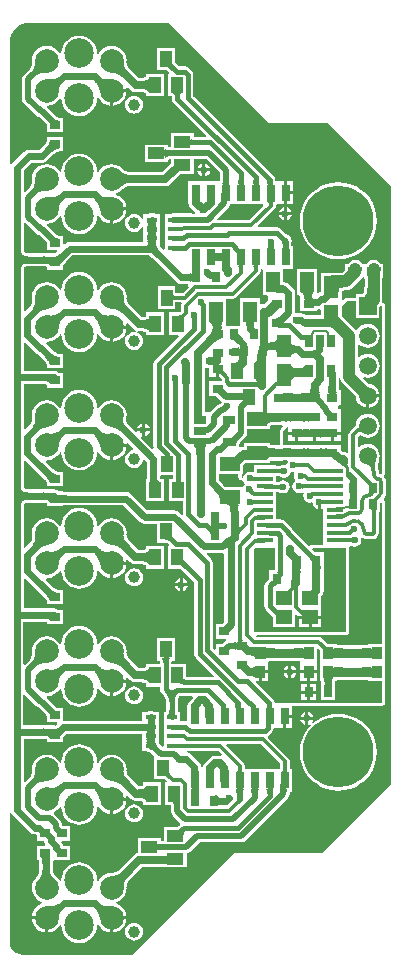
<source format=gbl>
G04*
G04 #@! TF.GenerationSoftware,Altium Limited,Altium Designer,20.0.12 (288)*
G04*
G04 Layer_Physical_Order=2*
G04 Layer_Color=16711680*
%FSLAX44Y44*%
%MOMM*%
G71*
G01*
G75*
%ADD10C,0.2000*%
%ADD18C,0.6000*%
%ADD19C,0.5000*%
%ADD20C,0.7000*%
%ADD21C,0.8000*%
%ADD22R,1.5000X1.5000*%
%ADD23C,1.5000*%
%ADD24C,2.0000*%
%ADD25C,1.0000*%
%ADD26C,2.5000*%
%ADD27C,0.6000*%
%ADD28C,6.0000*%
%ADD29C,0.3000*%
%ADD30R,1.4000X1.1500*%
%ADD31R,0.7500X1.4500*%
%ADD32R,0.9000X0.4000*%
%ADD33R,0.8500X0.7000*%
%ADD34R,0.8000X0.9500*%
%ADD35R,1.4000X1.0000*%
%ADD36R,1.0000X1.4000*%
%ADD37R,0.9500X0.8000*%
%ADD38R,1.1000X0.7000*%
%ADD39R,1.1000X0.8000*%
%ADD40R,1.2000X1.7400*%
%ADD41R,0.7000X0.8500*%
%ADD42R,0.9000X1.0000*%
%ADD43R,1.4000X0.4500*%
%ADD44R,1.7400X1.2000*%
%ADD45R,0.7000X1.1000*%
%ADD46R,0.8000X1.1000*%
%ADD47R,1.1500X0.3000*%
%ADD48R,1.2500X1.9500*%
%ADD49C,0.4500*%
%ADD50C,0.4000*%
%ADD51C,1.0000*%
%ADD52C,0.5500*%
%ADD53C,0.3500*%
%ADD54C,0.2500*%
%ADD55C,0.1800*%
G36*
X140743Y760376D02*
X140630Y760008D01*
Y759584D01*
X140743Y759103D01*
X140969Y758566D01*
X141309Y757972D01*
X141762Y757321D01*
X142327Y756614D01*
X143798Y755031D01*
X140969Y752202D01*
X140149Y752994D01*
X138679Y754239D01*
X138028Y754691D01*
X137434Y755031D01*
X136897Y755257D01*
X136416Y755370D01*
X135991D01*
X135624Y755257D01*
X135313Y755031D01*
X140969Y760687D01*
X140743Y760376D01*
D02*
G37*
G36*
X149120Y732990D02*
X148780Y732870D01*
X148480Y732671D01*
X148220Y732391D01*
X148000Y732030D01*
X147820Y731590D01*
X147680Y731070D01*
X147580Y730471D01*
X147520Y729790D01*
X147500Y729031D01*
X143500D01*
X143480Y729790D01*
X143420Y730471D01*
X143320Y731070D01*
X143180Y731590D01*
X143000Y732030D01*
X142780Y732391D01*
X142520Y732671D01*
X142220Y732870D01*
X141880Y732990D01*
X141500Y733030D01*
X149500D01*
X149120Y732990D01*
D02*
G37*
G36*
X157009Y695120D02*
X157129Y694780D01*
X157330Y694480D01*
X157610Y694220D01*
X157970Y694000D01*
X158410Y693820D01*
X158930Y693680D01*
X159529Y693580D01*
X160210Y693520D01*
X160970Y693500D01*
Y689500D01*
X160210Y689480D01*
X159529Y689420D01*
X158930Y689320D01*
X158410Y689180D01*
X157970Y689000D01*
X157610Y688780D01*
X157330Y688520D01*
X157129Y688220D01*
X157009Y687880D01*
X156969Y687500D01*
Y695500D01*
X157009Y695120D01*
D02*
G37*
G36*
X46220Y686281D02*
X45380Y686238D01*
X44539Y686111D01*
X43698Y685899D01*
X42855Y685602D01*
X42011Y685220D01*
X41167Y684753D01*
X40322Y684202D01*
X39476Y683565D01*
X38628Y682844D01*
X37780Y682038D01*
X33538Y686281D01*
X34344Y687114D01*
X35702Y688687D01*
X36253Y689427D01*
X36720Y690137D01*
X37102Y690815D01*
X37399Y691462D01*
X37611Y692079D01*
X37738Y692665D01*
X37780Y693220D01*
X46220Y686281D01*
D02*
G37*
G36*
X135020Y686500D02*
X135169Y686080D01*
X135420Y685710D01*
X135770Y685389D01*
X136220Y685117D01*
X136770Y684895D01*
X137420Y684722D01*
X138169Y684599D01*
X139019Y684525D01*
X139970Y684500D01*
Y679500D01*
X139019Y679475D01*
X138169Y679401D01*
X137420Y679278D01*
X136770Y679105D01*
X136220Y678883D01*
X135770Y678611D01*
X135420Y678290D01*
X135169Y677919D01*
X135020Y677500D01*
X134970Y677030D01*
Y686970D01*
X135020Y686500D01*
D02*
G37*
G36*
X181576Y665735D02*
Y659345D01*
X181526Y658517D01*
X181525Y658511D01*
X180305Y658390D01*
X180305Y658390D01*
X180305Y658390D01*
X167725D01*
Y658390D01*
X167605D01*
Y658390D01*
X155025D01*
Y638810D01*
X155682D01*
X155875Y637838D01*
X157210Y635840D01*
X160779Y632272D01*
X160293Y631099D01*
X157865D01*
X157664Y631139D01*
X142000D01*
X140034Y630747D01*
X139723Y630540D01*
X134960D01*
Y621460D01*
Y613460D01*
Y600688D01*
X133787Y600201D01*
X133129Y600860D01*
X132061Y602164D01*
X131696Y602684D01*
X131410Y603151D01*
X131216Y603531D01*
X131109Y603803D01*
X131072Y603951D01*
X131048Y604207D01*
X131040Y604235D01*
Y607934D01*
X131059Y608031D01*
X131040Y608127D01*
Y611873D01*
X131059Y611969D01*
X131040Y612066D01*
Y615933D01*
X131059Y616030D01*
X131040Y616127D01*
Y619873D01*
X131059Y619969D01*
X131040Y620066D01*
Y623933D01*
X131059Y624030D01*
X131040Y624127D01*
Y630540D01*
X127177D01*
X126162Y631218D01*
X124000Y631648D01*
X121838Y631218D01*
X120823Y630540D01*
X116960D01*
Y627005D01*
X115690Y626752D01*
X115586Y627002D01*
X114378Y628578D01*
X112802Y629786D01*
X110968Y630546D01*
X109000Y630805D01*
X107032Y630546D01*
X105197Y629786D01*
X103622Y628578D01*
X102414Y627002D01*
X101654Y625168D01*
X101395Y623200D01*
X101654Y621232D01*
X102414Y619398D01*
X103622Y617822D01*
X105197Y616614D01*
X107032Y615854D01*
X109000Y615595D01*
X110968Y615854D01*
X112802Y616614D01*
X114378Y617822D01*
X115586Y619398D01*
X115690Y619648D01*
X116960Y619395D01*
Y616127D01*
X116941Y616030D01*
X116960Y615933D01*
Y612066D01*
X116941Y611969D01*
X116960Y611873D01*
Y608127D01*
X116941Y608031D01*
X116073Y607149D01*
X54500D01*
X54500Y607149D01*
X52338Y606718D01*
X50506Y605494D01*
X50506Y605494D01*
X49963Y604952D01*
X48790Y605438D01*
Y609520D01*
X48806Y609582D01*
X48790Y609690D01*
Y612290D01*
X46419D01*
X46357Y612306D01*
X45829Y612334D01*
X45422Y612398D01*
X44991Y612512D01*
X44532Y612679D01*
X44044Y612907D01*
X43527Y613200D01*
X43015Y613541D01*
X42010Y614355D01*
X35260Y621105D01*
X35647Y622429D01*
X35654Y622438D01*
X38274Y622783D01*
X41324Y624046D01*
X43944Y626056D01*
X45954Y628676D01*
X46157Y629167D01*
X47403Y628855D01*
X47387Y628700D01*
X47678Y625752D01*
X48538Y622917D01*
X49934Y620304D01*
X51814Y618014D01*
X54104Y616134D01*
X56717Y614738D01*
X59552Y613878D01*
X62500Y613587D01*
X65448Y613878D01*
X68283Y614738D01*
X70896Y616134D01*
X73186Y618014D01*
X75066Y620304D01*
X76462Y622917D01*
X77322Y625752D01*
X77613Y628700D01*
X77597Y628855D01*
X78843Y629167D01*
X79046Y628676D01*
X81056Y626056D01*
X83676Y624046D01*
X86726Y622783D01*
X88730Y622519D01*
Y635000D01*
X90000D01*
Y636270D01*
X102481D01*
X102217Y638274D01*
X100954Y641324D01*
X98944Y643944D01*
X96324Y645954D01*
X93767Y647013D01*
Y648387D01*
X96324Y649446D01*
X98944Y651456D01*
X99181Y651765D01*
X99556Y652122D01*
X100130Y652592D01*
X100716Y652999D01*
X101314Y653348D01*
X101928Y653640D01*
X102561Y653878D01*
X103217Y654064D01*
X103901Y654199D01*
X104276Y654242D01*
X135442D01*
X137799Y654710D01*
X139796Y656045D01*
X148711Y664960D01*
X159540D01*
Y676861D01*
X170450D01*
X181576Y665735D01*
D02*
G37*
G36*
X225881Y658707D02*
X225928Y658101D01*
X226006Y657566D01*
X226115Y657103D01*
X226256Y656711D01*
X226428Y656390D01*
X226632Y656140D01*
X226866Y655962D01*
X227132Y655855D01*
X227430Y655819D01*
X221095D01*
X221242Y655855D01*
X221372Y655962D01*
X221488Y656140D01*
X221588Y656390D01*
X221672Y656711D01*
X221742Y657103D01*
X221796Y657566D01*
X221857Y658707D01*
X221865Y659384D01*
X225865D01*
X225881Y658707D01*
D02*
G37*
G36*
X214132Y659060D02*
X214184Y658380D01*
X214270Y657779D01*
X214390Y657260D01*
X214545Y656820D01*
X214734Y656460D01*
X214958Y656180D01*
X215215Y655980D01*
X215508Y655860D01*
X215835Y655819D01*
X208395D01*
X208722Y655860D01*
X209014Y655980D01*
X209272Y656180D01*
X209496Y656460D01*
X209685Y656820D01*
X209840Y657260D01*
X209960Y657779D01*
X210046Y658380D01*
X210098Y659060D01*
X210115Y659819D01*
X214115D01*
X214132Y659060D01*
D02*
G37*
G36*
X201432D02*
X201484Y658380D01*
X201570Y657779D01*
X201690Y657260D01*
X201845Y656820D01*
X202034Y656460D01*
X202257Y656180D01*
X202516Y655980D01*
X202808Y655860D01*
X203134Y655819D01*
X195695D01*
X196022Y655860D01*
X196315Y655980D01*
X196572Y656180D01*
X196796Y656460D01*
X196985Y656820D01*
X197140Y657260D01*
X197260Y657779D01*
X197346Y658380D01*
X197398Y659060D01*
X197415Y659819D01*
X201415D01*
X201432Y659060D01*
D02*
G37*
G36*
X189227Y659870D02*
X189410Y657619D01*
X189520Y657069D01*
X189654Y656619D01*
X189813Y656270D01*
X189995Y656020D01*
X190203Y655870D01*
X190434Y655819D01*
X182995D01*
X183227Y655870D01*
X183435Y656020D01*
X183617Y656270D01*
X183776Y656619D01*
X183910Y657069D01*
X184020Y657619D01*
X184105Y658270D01*
X184203Y659870D01*
X184215Y660819D01*
X189215D01*
X189227Y659870D01*
D02*
G37*
G36*
X97841Y666735D02*
X98568Y666140D01*
X99323Y665615D01*
X100104Y665160D01*
X100913Y664775D01*
X101750Y664460D01*
X102613Y664215D01*
X103504Y664040D01*
X104422Y663935D01*
X105367Y663900D01*
Y656900D01*
X104422Y656865D01*
X103504Y656760D01*
X102613Y656585D01*
X101750Y656340D01*
X100913Y656025D01*
X100104Y655640D01*
X99323Y655185D01*
X98568Y654660D01*
X97841Y654065D01*
X97141Y653400D01*
Y667400D01*
X97841Y666735D01*
D02*
G37*
G36*
X34900Y650400D02*
X33674Y650383D01*
X31424Y650170D01*
X30400Y649974D01*
X29444Y649718D01*
X28556Y649402D01*
X27735Y649027D01*
X26982Y648592D01*
X26297Y648097D01*
X25679Y647543D01*
X22143Y651079D01*
X22697Y651696D01*
X23192Y652382D01*
X23627Y653135D01*
X24002Y653956D01*
X24318Y654844D01*
X24574Y655800D01*
X24770Y656824D01*
X24906Y657915D01*
X24983Y659074D01*
X25001Y660300D01*
X34900Y650400D01*
D02*
G37*
G36*
X48675Y642563D02*
X48090Y641927D01*
X47552Y641238D01*
X47060Y640494D01*
X46615Y639697D01*
X46216Y638845D01*
X45865Y637939D01*
X45560Y636980D01*
X45301Y635966D01*
X45090Y634898D01*
X44925Y633777D01*
X36421Y644899D01*
X37468Y644786D01*
X38474Y644753D01*
X39438Y644802D01*
X40360Y644931D01*
X41242Y645141D01*
X42082Y645431D01*
X42880Y645802D01*
X43637Y646254D01*
X44353Y646787D01*
X45027Y647400D01*
X48675Y642563D01*
D02*
G37*
G36*
X20072Y792391D02*
X138505D01*
X222448Y708448D01*
X223619Y707665D01*
X225000Y707391D01*
X273505D01*
X326391Y654505D01*
X326391Y147495D01*
X268505Y89609D01*
X195000D01*
X193619Y89335D01*
X192448Y88552D01*
X107505Y3609D01*
X15000D01*
X14879Y3585D01*
X12041Y3959D01*
X9285Y5101D01*
X6917Y6917D01*
X5101Y9285D01*
X3959Y12041D01*
X3585Y14878D01*
X3609Y15000D01*
X3609Y123025D01*
X3855Y123223D01*
X5556Y122964D01*
X6006Y122291D01*
X21131Y107166D01*
X21131Y107166D01*
X22964Y105941D01*
X25125Y105512D01*
X26000D01*
X27210Y104302D01*
Y100210D01*
X31950D01*
X33101Y99821D01*
X33531Y97660D01*
X33932Y97060D01*
X33253Y95790D01*
X27210D01*
Y86377D01*
X27191Y86280D01*
X27210Y86184D01*
Y83710D01*
X28661D01*
X28681Y83627D01*
X28770Y83050D01*
X28851Y81908D01*
Y74903D01*
X28793Y74461D01*
X28648Y73805D01*
X28442Y73144D01*
X28173Y72472D01*
X27834Y71789D01*
X27426Y71094D01*
X26943Y70386D01*
X26384Y69667D01*
X26193Y69448D01*
X26056Y69344D01*
X25735Y68925D01*
X25702Y68887D01*
X25690Y68866D01*
X24046Y66724D01*
X22783Y63674D01*
X22352Y60400D01*
X22783Y57126D01*
X24046Y54076D01*
X26056Y51456D01*
X28676Y49446D01*
X31233Y48387D01*
Y47013D01*
X28676Y45954D01*
X26056Y43944D01*
X24046Y41324D01*
X22783Y38274D01*
X22519Y36270D01*
X35000D01*
Y35000D01*
X36270D01*
Y22519D01*
X38274Y22783D01*
X41324Y24046D01*
X43944Y26056D01*
X45954Y28676D01*
X46157Y29167D01*
X47403Y28855D01*
X47387Y28700D01*
X47678Y25752D01*
X48538Y22917D01*
X49934Y20304D01*
X51814Y18014D01*
X54104Y16134D01*
X56717Y14738D01*
X59552Y13878D01*
X62500Y13587D01*
X65448Y13878D01*
X68283Y14738D01*
X70896Y16134D01*
X73186Y18014D01*
X75066Y20304D01*
X76462Y22917D01*
X77322Y25752D01*
X77613Y28700D01*
X77597Y28855D01*
X78843Y29167D01*
X79046Y28676D01*
X81056Y26056D01*
X83676Y24046D01*
X86726Y22783D01*
X88730Y22519D01*
Y35000D01*
X90000D01*
Y36270D01*
X102481D01*
X102217Y38274D01*
X100954Y41324D01*
X98944Y43944D01*
X96324Y45954D01*
X93767Y47013D01*
Y48387D01*
X96324Y49446D01*
X98944Y51456D01*
X100954Y54076D01*
X102217Y57126D01*
X102648Y60400D01*
X102597Y60786D01*
X102611Y61303D01*
X102684Y62042D01*
X102810Y62744D01*
X102987Y63414D01*
X103215Y64054D01*
X103493Y64670D01*
X103826Y65266D01*
X104215Y65845D01*
X104449Y66140D01*
X116151Y77842D01*
X134460D01*
Y77460D01*
X153540D01*
Y89496D01*
X154831Y89752D01*
X156498Y90866D01*
X164452Y98821D01*
X199881D01*
X201848Y99213D01*
X203515Y100326D01*
X239138Y135949D01*
X240252Y137617D01*
X240643Y139583D01*
Y140731D01*
X240653Y140866D01*
X240714Y141310D01*
X242805D01*
Y160890D01*
X240634D01*
Y167485D01*
X240321Y169061D01*
X239428Y170398D01*
X222555Y187270D01*
X222716Y188905D01*
X223301Y189296D01*
X225937Y191932D01*
X226996Y193517D01*
X227367Y195386D01*
Y195810D01*
X230105D01*
Y195810D01*
X230225D01*
Y195810D01*
X235245D01*
Y205600D01*
X236515D01*
Y206870D01*
X242805D01*
Y214410D01*
X319000Y214410D01*
X319991Y214607D01*
X320831Y215169D01*
X321393Y216009D01*
X321590Y217000D01*
Y235460D01*
X321540Y235710D01*
Y250190D01*
X321540Y250540D01*
X321540D01*
Y251460D01*
X321540D01*
Y266290D01*
X321590Y266540D01*
X321590Y386033D01*
X321512Y386425D01*
X321467Y386821D01*
X321414Y386917D01*
X321393Y387024D01*
X321171Y387356D01*
X320978Y387705D01*
X320892Y387773D01*
X320831Y387865D01*
X320499Y388086D01*
X320261Y388909D01*
X320360Y389675D01*
X321336Y390947D01*
X322096Y392782D01*
X322327Y394541D01*
X322369Y394750D01*
Y403250D01*
X322327Y403459D01*
X322096Y405218D01*
X321336Y407052D01*
X320884Y407642D01*
X320726Y408079D01*
X320831Y409194D01*
X320973Y409406D01*
X321153Y409587D01*
X321251Y409822D01*
X321393Y410034D01*
X321442Y410285D01*
X321540Y410520D01*
Y410775D01*
X321590Y411026D01*
X321590Y552926D01*
X321573Y553010D01*
X321584Y553096D01*
X321475Y553503D01*
X321393Y553917D01*
X321345Y553989D01*
X321323Y554072D01*
X321066Y554407D01*
X320831Y554757D01*
X320760Y554805D01*
X320707Y554873D01*
X320342Y555084D01*
X319991Y555319D01*
X319096Y555982D01*
X319355Y557950D01*
Y573358D01*
X319453Y578815D01*
X319536Y579960D01*
X320040D01*
Y582434D01*
X320059Y582531D01*
X320040Y582627D01*
Y588040D01*
X318154D01*
X317128Y589378D01*
X315553Y590586D01*
X313718Y591346D01*
X311750Y591605D01*
X309782Y591346D01*
X307947Y590586D01*
X306372Y589378D01*
X305346Y588040D01*
X302654D01*
X301628Y589378D01*
X300053Y590586D01*
X298218Y591346D01*
X296250Y591605D01*
X294282Y591346D01*
X292447Y590586D01*
X290872Y589378D01*
X289846Y588040D01*
X287960D01*
Y583715D01*
X285423Y581178D01*
X277250D01*
X276756Y581113D01*
X267210D01*
Y564628D01*
X265517Y564291D01*
X265110Y564019D01*
X264921Y564050D01*
X264374Y564191D01*
X264373Y564192D01*
X263840Y564698D01*
Y584240D01*
X246760D01*
Y561760D01*
X248604D01*
X249710Y561363D01*
Y558975D01*
X249693Y558907D01*
X249702Y558850D01*
X249691Y558792D01*
X249710Y558695D01*
Y548283D01*
X264290D01*
Y548950D01*
X264429Y550174D01*
X265940Y550475D01*
X267210Y549607D01*
Y544981D01*
X257500D01*
X256905Y544863D01*
X256546D01*
X256000Y544972D01*
X256000Y544972D01*
X254596D01*
X254573Y544994D01*
X252741Y546218D01*
X250579Y546648D01*
X250579Y546648D01*
X246559D01*
X245763Y547111D01*
X245399Y547824D01*
Y563785D01*
X245399Y563785D01*
X244968Y565947D01*
X243744Y567779D01*
X243744Y567779D01*
X240229Y571294D01*
X238397Y572519D01*
X236235Y572948D01*
X235240Y573695D01*
Y584240D01*
X236481Y584310D01*
X243805D01*
Y601004D01*
X243805Y601005D01*
X243805Y601006D01*
Y601223D01*
X243824Y601320D01*
X243805Y601416D01*
Y603890D01*
X242198D01*
X242160Y604161D01*
X242144Y604368D01*
Y605727D01*
X242218Y605838D01*
X242649Y608000D01*
X242218Y610162D01*
X240994Y611994D01*
X239162Y613218D01*
X238153Y613419D01*
X237896Y613651D01*
X233513Y618033D01*
X232011Y619037D01*
X230240Y619389D01*
X230240Y619389D01*
X214234D01*
X213748Y620562D01*
X227908Y634722D01*
X228856Y636141D01*
X229189Y637815D01*
X230385Y638810D01*
X231105D01*
X232375Y638810D01*
X236245D01*
Y648600D01*
Y658390D01*
X232375D01*
X231225Y658390D01*
X229241Y658390D01*
X228494Y659384D01*
X228141Y661155D01*
X227138Y662657D01*
X227138Y662657D01*
X159129Y730666D01*
Y748657D01*
X158777Y750428D01*
X157773Y751930D01*
X157773Y751930D01*
X155430Y754273D01*
X153928Y755277D01*
X152157Y755629D01*
X152157Y755629D01*
X146917D01*
X144942Y757604D01*
X144290Y758307D01*
X143838Y758872D01*
X143540Y759300D01*
Y760590D01*
X143559Y760687D01*
X143540Y760784D01*
Y771540D01*
X128460D01*
Y752460D01*
X135216D01*
X135313Y752441D01*
X135410Y752460D01*
X136700D01*
X137099Y752183D01*
X138218Y751236D01*
X138740Y750713D01*
X138254Y749540D01*
X137960D01*
Y730460D01*
X140796D01*
X140849Y730143D01*
X140871Y729894D01*
Y728500D01*
X140871Y728500D01*
X141223Y726729D01*
X142227Y725227D01*
X170152Y697302D01*
X169666Y696129D01*
X160106D01*
X159857Y696151D01*
X159540Y696204D01*
Y699040D01*
X140460D01*
Y687139D01*
X138854D01*
X138493Y687170D01*
X137964Y687257D01*
X137591Y687357D01*
X137540Y687377D01*
Y689540D01*
X135066D01*
X134970Y689559D01*
X134873Y689540D01*
X134747D01*
X134695Y689545D01*
X134680Y689540D01*
X118460D01*
Y674460D01*
X134680D01*
X134695Y674455D01*
X134747Y674460D01*
X134873D01*
X134970Y674441D01*
X135066Y674460D01*
X137540D01*
Y676623D01*
X137591Y676644D01*
X137964Y676743D01*
X138493Y676830D01*
X138854Y676861D01*
X140460D01*
Y674127D01*
X132891Y666558D01*
X104276D01*
X103901Y666601D01*
X103217Y666736D01*
X102561Y666922D01*
X101928Y667160D01*
X101314Y667452D01*
X100716Y667801D01*
X100130Y668208D01*
X99556Y668678D01*
X99181Y669035D01*
X98944Y669344D01*
X96324Y671354D01*
X93274Y672617D01*
X90000Y673048D01*
X86726Y672617D01*
X83676Y671354D01*
X81056Y669344D01*
X79046Y666724D01*
X78843Y666233D01*
X77597Y666545D01*
X77613Y666700D01*
X77322Y669648D01*
X76462Y672483D01*
X75066Y675096D01*
X73186Y677386D01*
X70896Y679266D01*
X68283Y680662D01*
X65448Y681522D01*
X62500Y681813D01*
X59552Y681522D01*
X56717Y680662D01*
X54104Y679266D01*
X51814Y677386D01*
X49934Y675096D01*
X48538Y672483D01*
X47678Y669648D01*
X47387Y666700D01*
X47403Y666545D01*
X46157Y666233D01*
X45954Y666724D01*
X43944Y669344D01*
X41324Y671354D01*
X38274Y672617D01*
X35000Y673048D01*
X31726Y672617D01*
X28676Y671354D01*
X26056Y669344D01*
X24046Y666724D01*
X22783Y663674D01*
X22352Y660400D01*
X22406Y659988D01*
X22395Y659177D01*
X22327Y658162D01*
X22211Y657228D01*
X22048Y656379D01*
X21843Y655614D01*
X21600Y654930D01*
X21323Y654324D01*
X21015Y653791D01*
X20733Y653401D01*
X16822Y649489D01*
X15648Y649975D01*
Y667590D01*
X22000Y673941D01*
X31090D01*
X31090Y673941D01*
X33251Y674371D01*
X35084Y675596D01*
X40664Y681175D01*
X41095Y681543D01*
X41809Y682080D01*
X42503Y682532D01*
X43174Y682903D01*
X43821Y683196D01*
X44446Y683417D01*
X45051Y683569D01*
X45640Y683658D01*
X46350Y683694D01*
X46410Y683709D01*
X46471Y683703D01*
X46494Y683710D01*
X48790D01*
Y686302D01*
X48806Y686411D01*
X48791Y686471D01*
X48797Y686532D01*
X48790Y686555D01*
Y695790D01*
X38020D01*
X37978Y695802D01*
X37881Y695790D01*
X37600D01*
X37529Y695797D01*
X37506Y695790D01*
X35210D01*
Y693459D01*
X35198Y693417D01*
X35169Y693040D01*
X35112Y692778D01*
X34991Y692426D01*
X34792Y691992D01*
X34507Y691485D01*
X34131Y690914D01*
X33680Y690308D01*
X32799Y689287D01*
X28750Y685238D01*
X19660D01*
X17499Y684808D01*
X15666Y683584D01*
X15666Y683584D01*
X6006Y673924D01*
X5556Y673250D01*
X3855Y672991D01*
X3609Y673189D01*
X3609Y775929D01*
X3595Y776002D01*
X3904Y779145D01*
X4842Y782237D01*
X6366Y785087D01*
X8416Y787585D01*
X10913Y789635D01*
X13763Y791158D01*
X16856Y792096D01*
X19998Y792405D01*
X20072Y792391D01*
D02*
G37*
G36*
X218354Y637540D02*
X206238Y625424D01*
X179760D01*
X179274Y626597D01*
X189099Y636422D01*
X190212Y638089D01*
X190356Y638810D01*
X193005D01*
X193005Y638810D01*
X193125D01*
Y638810D01*
X194275Y638810D01*
X205705D01*
Y638810D01*
X205825D01*
Y638810D01*
X217828D01*
X218354Y637540D01*
D02*
G37*
G36*
X227982Y641376D02*
X227685Y641270D01*
X227423Y641093D01*
X227195Y640846D01*
X227003Y640528D01*
X226845Y640140D01*
X226723Y639681D01*
X226635Y639151D01*
X226583Y638551D01*
X226565Y637881D01*
X223065D01*
X223048Y638551D01*
X222995Y639151D01*
X222908Y639681D01*
X222785Y640140D01*
X222628Y640528D01*
X222435Y640846D01*
X222208Y641093D01*
X221945Y641270D01*
X221647Y641376D01*
X221315Y641411D01*
X228315D01*
X227982Y641376D01*
D02*
G37*
G36*
X80647Y646787D02*
X81363Y646254D01*
X82120Y645802D01*
X82918Y645431D01*
X83758Y645141D01*
X84640Y644931D01*
X85562Y644802D01*
X86526Y644753D01*
X87532Y644786D01*
X88579Y644899D01*
X80075Y633777D01*
X79910Y634898D01*
X79440Y636980D01*
X79135Y637939D01*
X78784Y638845D01*
X78385Y639697D01*
X77940Y640494D01*
X77448Y641238D01*
X76910Y641927D01*
X76325Y642563D01*
X79973Y647400D01*
X80647Y646787D01*
D02*
G37*
G36*
X127015Y624829D02*
X127080Y624030D01*
X128469D01*
X128190Y623970D01*
X127941Y623790D01*
X127720Y623490D01*
X127529Y623070D01*
X127367Y622531D01*
X127261Y622000D01*
X127367Y621469D01*
X127529Y620929D01*
X127720Y620509D01*
X127941Y620210D01*
X128190Y620029D01*
X128469Y619969D01*
X127064D01*
X127015Y619170D01*
X127000Y618031D01*
X121000D01*
X120985Y619170D01*
X120920Y619969D01*
X119530D01*
X119810Y620029D01*
X120059Y620210D01*
X120280Y620509D01*
X120471Y620929D01*
X120633Y621469D01*
X120739Y622000D01*
X120633Y622531D01*
X120471Y623070D01*
X120280Y623490D01*
X120059Y623790D01*
X119810Y623970D01*
X119530Y624030D01*
X120936D01*
X120985Y624829D01*
X121000Y625970D01*
X127000D01*
X127015Y624829D01*
D02*
G37*
G36*
X146502Y619928D02*
X146599Y619891D01*
X146761Y619857D01*
X146987Y619829D01*
X147635Y619785D01*
X149707Y619750D01*
Y616250D01*
X149092Y616248D01*
X146502Y616072D01*
X146469Y616030D01*
Y619969D01*
X146502Y619928D01*
D02*
G37*
G36*
X127015Y616829D02*
X127080Y616030D01*
X128469D01*
X128190Y615970D01*
X127941Y615790D01*
X127720Y615490D01*
X127529Y615070D01*
X127367Y614530D01*
X127261Y614000D01*
X127367Y613470D01*
X127529Y612929D01*
X127720Y612509D01*
X127941Y612210D01*
X128190Y612029D01*
X128469Y611969D01*
X127064D01*
X127015Y611171D01*
X127000Y610031D01*
X121000D01*
X120985Y611171D01*
X120920Y611969D01*
X119530D01*
X119810Y612029D01*
X120059Y612210D01*
X120280Y612509D01*
X120471Y612929D01*
X120633Y613470D01*
X120739Y614000D01*
X120633Y614530D01*
X120471Y615070D01*
X120280Y615490D01*
X120059Y615790D01*
X119810Y615970D01*
X119530Y616030D01*
X120936D01*
X120985Y616829D01*
X121000Y617970D01*
X127000D01*
X127015Y616829D01*
D02*
G37*
G36*
X236970Y611000D02*
X234000Y608030D01*
X233988Y608069D01*
X233950Y608131D01*
X233887Y608216D01*
X233684Y608452D01*
X232973Y609197D01*
X232732Y609440D01*
X235560Y612268D01*
X236970Y611000D01*
D02*
G37*
G36*
X40083Y612583D02*
X41479Y611452D01*
X42170Y610992D01*
X42857Y610603D01*
X43538Y610285D01*
X44216Y610038D01*
X44888Y609861D01*
X45556Y609755D01*
X46220Y609720D01*
X37780Y604246D01*
X38131Y604568D01*
X38325Y604975D01*
X38363Y605467D01*
X38244Y606045D01*
X37969Y606710D01*
X37537Y607460D01*
X36949Y608296D01*
X36204Y609217D01*
X34245Y611318D01*
X39379Y613255D01*
X40083Y612583D01*
D02*
G37*
G36*
X239480Y605320D02*
X239515D01*
X239532Y604560D01*
X239584Y603880D01*
X239670Y603279D01*
X239790Y602760D01*
X239945Y602319D01*
X240134Y601959D01*
X240357Y601679D01*
X240616Y601479D01*
X240908Y601359D01*
X241234Y601320D01*
X233795D01*
X234122Y601359D01*
X234415Y601479D01*
X234672Y601679D01*
X234896Y601959D01*
X235085Y602319D01*
X235240Y602760D01*
X235360Y603279D01*
X235446Y603880D01*
X235485Y604386D01*
X235437Y605148D01*
X235409Y605292D01*
X235377Y605404D01*
X235340Y605483D01*
X235299Y605529D01*
X239437Y606250D01*
X239480Y605320D01*
D02*
G37*
G36*
X223444D02*
X226815D01*
X226826Y604824D01*
X227017Y604796D01*
X226979Y604750D01*
X226944Y604671D01*
X226914Y604560D01*
X226888Y604415D01*
X226866Y604238D01*
X226861Y604177D01*
X226884Y603880D01*
X226970Y603279D01*
X227090Y602760D01*
X227245Y602319D01*
X227434Y601959D01*
X227658Y601679D01*
X227915Y601479D01*
X228208Y601359D01*
X228535Y601320D01*
X221095D01*
X221422Y601359D01*
X221714Y601479D01*
X221972Y601679D01*
X222196Y601959D01*
X222385Y602319D01*
X222540Y602760D01*
X222660Y603279D01*
X222746Y603880D01*
X222798Y604560D01*
X222815Y605320D01*
X222859D01*
X222861Y605405D01*
X223444Y605320D01*
D02*
G37*
G36*
X26169Y614219D02*
X27836Y613105D01*
X28946Y612884D01*
X33341Y608490D01*
X34247Y607518D01*
X34881Y606734D01*
X35210Y606267D01*
Y604429D01*
X35193Y604361D01*
X35210Y604251D01*
Y600210D01*
X43562D01*
X44048Y599037D01*
X43336Y598325D01*
X42905Y597957D01*
X42307Y597508D01*
X40795Y597809D01*
X40795Y597808D01*
X18094D01*
X17478Y597917D01*
X16971Y598086D01*
X16607Y598282D01*
X16340Y598500D01*
X16122Y598767D01*
X15926Y599131D01*
X15757Y599638D01*
X15648Y600254D01*
Y623080D01*
X16822Y623566D01*
X26169Y614219D01*
D02*
G37*
G36*
X127015Y608829D02*
X127080Y608031D01*
X128469D01*
X128190Y607971D01*
X127941Y607790D01*
X127720Y607491D01*
X127529Y607071D01*
X127367Y606530D01*
X127261Y606000D01*
X127367Y605470D01*
X127529Y604930D01*
X127720Y604510D01*
X127941Y604210D01*
X128190Y604030D01*
X128469Y603969D01*
X127064D01*
X127025Y603333D01*
X128469Y603969D01*
X128512Y603510D01*
X128639Y603009D01*
X128851Y602467D01*
X129148Y601885D01*
X129530Y601261D01*
X129997Y600597D01*
X131185Y599146D01*
X131906Y598358D01*
X132712Y597531D01*
X128091Y593666D01*
X126860Y594876D01*
X122769Y598439D01*
X121954Y599012D01*
X121223Y599458D01*
X120576Y599776D01*
X120011Y599967D01*
X119530Y600030D01*
X124069Y602030D01*
X121000D01*
X120985Y603171D01*
X120920Y603969D01*
X119530D01*
X119810Y604030D01*
X120059Y604210D01*
X120280Y604510D01*
X120471Y604930D01*
X120633Y605470D01*
X120739Y606000D01*
X120633Y606530D01*
X120471Y607071D01*
X120280Y607491D01*
X120059Y607790D01*
X119810Y607971D01*
X119530Y608031D01*
X120936D01*
X120985Y608829D01*
X121000Y609969D01*
X127000D01*
X127015Y608829D01*
D02*
G37*
G36*
X200989Y592448D02*
X200974Y592297D01*
X200948Y591732D01*
X200915Y587923D01*
X197915D01*
X197823Y592510D01*
X201007D01*
X200989Y592448D01*
D02*
G37*
G36*
X50462Y593219D02*
X49656Y592386D01*
X48298Y590813D01*
X47747Y590073D01*
X47280Y589363D01*
X46898Y588685D01*
X46601Y588037D01*
X46389Y587421D01*
X46262Y586835D01*
X46220Y586281D01*
X37780Y593219D01*
X38620Y593262D01*
X39461Y593389D01*
X40303Y593601D01*
X41145Y593898D01*
X41988Y594280D01*
X42833Y594747D01*
X43678Y595298D01*
X44524Y595935D01*
X45371Y596656D01*
X46220Y597462D01*
X50462Y593219D01*
D02*
G37*
G36*
X37780D02*
Y586281D01*
X37720Y586828D01*
X37541Y587317D01*
X37241Y587749D01*
X36820Y588123D01*
X36281Y588440D01*
X35621Y588699D01*
X34841Y588901D01*
X33940Y589045D01*
X32920Y589131D01*
X31781Y589160D01*
Y595160D01*
X37780Y593219D01*
D02*
G37*
G36*
X214830Y586881D02*
X214575Y586790D01*
X214350Y586638D01*
X214155Y586426D01*
X213990Y586153D01*
X213855Y585820D01*
X213750Y585426D01*
X213675Y584971D01*
X213630Y584456D01*
X213615Y583881D01*
X210615D01*
X210600Y584456D01*
X210555Y584971D01*
X210480Y585426D01*
X210375Y585820D01*
X210240Y586153D01*
X210075Y586426D01*
X209880Y586638D01*
X209655Y586790D01*
X209400Y586881D01*
X209115Y586911D01*
X215115D01*
X214830Y586881D01*
D02*
G37*
G36*
X202130D02*
X201875Y586790D01*
X201650Y586638D01*
X201455Y586426D01*
X201290Y586153D01*
X201155Y585820D01*
X201050Y585426D01*
X200975Y584971D01*
X200930Y584456D01*
X200915Y583881D01*
X197915D01*
X197900Y584456D01*
X197855Y584971D01*
X197780Y585426D01*
X197675Y585820D01*
X197540Y586153D01*
X197375Y586426D01*
X197180Y586638D01*
X196955Y586790D01*
X196700Y586881D01*
X196415Y586911D01*
X202415D01*
X202130Y586881D01*
D02*
G37*
G36*
X124617Y593395D02*
X145006Y573006D01*
X145006Y573006D01*
X146838Y571781D01*
X149000Y571351D01*
X149000Y571352D01*
X153335D01*
X153526Y571345D01*
X154270Y571274D01*
X154877Y571181D01*
X154960Y571161D01*
Y569710D01*
X154960D01*
X155292Y568908D01*
X150503Y564119D01*
X144040D01*
Y569540D01*
X128960D01*
Y550460D01*
X144040D01*
Y555881D01*
X148555D01*
X149234Y554611D01*
X149154Y554492D01*
X148841Y552916D01*
Y548666D01*
X148521Y548346D01*
X148122Y547973D01*
X147743Y547662D01*
X147574Y547540D01*
X138460D01*
Y528460D01*
X146635D01*
X147121Y527287D01*
X126647Y506812D01*
X125643Y505311D01*
X125291Y503539D01*
X125291Y503539D01*
Y433988D01*
X125291Y433988D01*
X125537Y432752D01*
X124366Y432127D01*
X115048Y441445D01*
X115674Y442615D01*
X115730Y442604D01*
Y446730D01*
X111604D01*
X111615Y446674D01*
X110445Y446048D01*
X103677Y452816D01*
X103400Y453188D01*
X103084Y453717D01*
X102826Y454274D01*
X102622Y454866D01*
X102471Y455502D01*
X102376Y456188D01*
X102339Y456930D01*
X102366Y457730D01*
X102470Y458679D01*
X102451Y458901D01*
X102648Y460400D01*
X102217Y463674D01*
X100954Y466724D01*
X98944Y469344D01*
X96324Y471354D01*
X93274Y472617D01*
X90000Y473048D01*
X86726Y472617D01*
X83676Y471354D01*
X81056Y469344D01*
X79046Y466724D01*
X78843Y466233D01*
X77597Y466545D01*
X77613Y466700D01*
X77322Y469648D01*
X76462Y472483D01*
X75066Y475096D01*
X73186Y477386D01*
X70896Y479266D01*
X68283Y480662D01*
X65448Y481522D01*
X62500Y481813D01*
X59552Y481522D01*
X56717Y480662D01*
X54104Y479266D01*
X51814Y477386D01*
X49934Y475096D01*
X48538Y472483D01*
X47678Y469648D01*
X47387Y466700D01*
X47403Y466545D01*
X46157Y466233D01*
X45954Y466724D01*
X43944Y469344D01*
X41324Y471354D01*
X38274Y472617D01*
X35000Y473048D01*
X31726Y472617D01*
X28676Y471354D01*
X26056Y469344D01*
X24046Y466724D01*
X22783Y463674D01*
X22352Y460400D01*
X22549Y458901D01*
X22530Y458679D01*
X22634Y457730D01*
X22661Y456930D01*
X22624Y456188D01*
X22529Y455502D01*
X22378Y454866D01*
X22174Y454274D01*
X21916Y453717D01*
X21600Y453188D01*
X21323Y452816D01*
X16822Y448315D01*
X15648Y448801D01*
Y486752D01*
X33137D01*
X33621Y486709D01*
X34302Y486596D01*
X34807Y486460D01*
X35128Y486329D01*
X35210Y486280D01*
Y483710D01*
X48790D01*
Y495790D01*
X45942D01*
X45850Y495928D01*
X45849Y495929D01*
X45384Y496394D01*
X43551Y497619D01*
X41390Y498049D01*
X41390Y498049D01*
X15648D01*
Y521652D01*
X16822Y522138D01*
X25455Y513505D01*
X25455Y513505D01*
X27118Y512394D01*
X32799Y506713D01*
X33680Y505691D01*
X34131Y505086D01*
X34507Y504515D01*
X34792Y504008D01*
X34991Y503574D01*
X35112Y503222D01*
X35169Y502960D01*
X35198Y502583D01*
X35210Y502541D01*
Y500210D01*
X37506D01*
X37529Y500203D01*
X37600Y500210D01*
X37881D01*
X37978Y500198D01*
X38020Y500210D01*
X48790D01*
Y509445D01*
X48797Y509468D01*
X48791Y509529D01*
X48806Y509589D01*
X48790Y509698D01*
Y512290D01*
X46494D01*
X46471Y512297D01*
X46410Y512291D01*
X46350Y512306D01*
X45640Y512342D01*
X45051Y512431D01*
X44446Y512583D01*
X43821Y512804D01*
X43174Y513097D01*
X42503Y513467D01*
X41809Y513920D01*
X41095Y514457D01*
X40663Y514825D01*
X34329Y521159D01*
X34922Y522362D01*
X35000Y522352D01*
X38274Y522783D01*
X41324Y524046D01*
X43944Y526056D01*
X45954Y528676D01*
X46157Y529167D01*
X47403Y528855D01*
X47387Y528700D01*
X47678Y525752D01*
X48538Y522917D01*
X49934Y520304D01*
X51814Y518014D01*
X54104Y516134D01*
X56717Y514738D01*
X59552Y513878D01*
X62500Y513587D01*
X65448Y513878D01*
X68283Y514738D01*
X70896Y516134D01*
X73186Y518014D01*
X75066Y520304D01*
X76462Y522917D01*
X77322Y525752D01*
X77613Y528700D01*
X77597Y528855D01*
X78843Y529167D01*
X79046Y528676D01*
X81056Y526056D01*
X83676Y524046D01*
X86726Y522783D01*
X88730Y522519D01*
Y535000D01*
X90000D01*
Y536270D01*
X102481D01*
X102308Y537587D01*
X103511Y538180D01*
X108645Y533045D01*
X110346Y531909D01*
X109887Y530688D01*
X109000Y530805D01*
X107032Y530546D01*
X105197Y529786D01*
X103622Y528578D01*
X102414Y527002D01*
X101654Y525168D01*
X101395Y523200D01*
X101654Y521232D01*
X102414Y519398D01*
X103622Y517822D01*
X105197Y516614D01*
X107032Y515854D01*
X109000Y515595D01*
X110968Y515854D01*
X112802Y516614D01*
X114378Y517822D01*
X115586Y519398D01*
X116346Y521232D01*
X116605Y523200D01*
X116346Y525168D01*
X115586Y527002D01*
X114378Y528578D01*
X112802Y529786D01*
X111874Y530171D01*
X112245Y531392D01*
X113000Y531242D01*
X116818D01*
X117281Y531208D01*
X118145Y531090D01*
X118818Y530942D01*
X119284Y530785D01*
X119460Y530697D01*
Y528460D01*
X121929D01*
X122025Y528441D01*
X122123Y528460D01*
X134540D01*
Y547540D01*
X119460D01*
Y544435D01*
X119447Y544317D01*
X119446Y544314D01*
X119444Y544311D01*
X119365Y544238D01*
X119130Y544095D01*
X118699Y543919D01*
X118064Y543749D01*
X117233Y543611D01*
X116633Y543558D01*
X115551D01*
X104449Y554660D01*
X104215Y554955D01*
X103826Y555534D01*
X103493Y556130D01*
X103215Y556746D01*
X102987Y557386D01*
X102810Y558056D01*
X102684Y558758D01*
X102611Y559497D01*
X102597Y560014D01*
X102648Y560400D01*
X102217Y563674D01*
X100954Y566724D01*
X98944Y569344D01*
X96324Y571354D01*
X93274Y572617D01*
X90000Y573048D01*
X86726Y572617D01*
X83676Y571354D01*
X81056Y569344D01*
X79046Y566724D01*
X78843Y566233D01*
X77597Y566545D01*
X77613Y566700D01*
X77322Y569648D01*
X76462Y572483D01*
X75066Y575096D01*
X73186Y577386D01*
X70896Y579266D01*
X68283Y580662D01*
X65448Y581522D01*
X62500Y581813D01*
X59552Y581522D01*
X56717Y580662D01*
X54104Y579266D01*
X51814Y577386D01*
X49934Y575096D01*
X48538Y572483D01*
X47678Y569648D01*
X47387Y566700D01*
X47403Y566545D01*
X46157Y566233D01*
X45954Y566724D01*
X43944Y569344D01*
X41324Y571354D01*
X38274Y572617D01*
X35000Y573048D01*
X31726Y572617D01*
X28676Y571354D01*
X26056Y569344D01*
X24046Y566724D01*
X22783Y563674D01*
X22352Y560400D01*
X22549Y558901D01*
X22530Y558679D01*
X22634Y557730D01*
X22661Y556930D01*
X22624Y556188D01*
X22529Y555502D01*
X22378Y554866D01*
X22174Y554274D01*
X21916Y553717D01*
X21600Y553188D01*
X21323Y552816D01*
X16822Y548315D01*
X15648Y548801D01*
Y584066D01*
X15757Y584682D01*
X15926Y585189D01*
X16122Y585553D01*
X16340Y585820D01*
X16607Y586038D01*
X16971Y586234D01*
X17478Y586403D01*
X18094Y586511D01*
X33165D01*
X33626Y586472D01*
X34311Y586363D01*
X34820Y586231D01*
X35145Y586104D01*
X35198Y586073D01*
X35206Y585998D01*
X35210Y585986D01*
Y583710D01*
X37683D01*
X37780Y583691D01*
X37877Y583710D01*
X38019D01*
X38063Y583706D01*
X38075Y583710D01*
X45980D01*
X46022Y583698D01*
X46119Y583710D01*
X46400D01*
X46471Y583703D01*
X46494Y583710D01*
X48790D01*
Y586041D01*
X48802Y586083D01*
X48830Y586460D01*
X48888Y586722D01*
X49009Y587074D01*
X49208Y587508D01*
X49493Y588015D01*
X49869Y588586D01*
X50320Y589192D01*
X51201Y590213D01*
X56840Y595851D01*
X121797D01*
X124617Y593395D01*
D02*
G37*
G36*
X13060Y600020D02*
X13240Y599000D01*
X13540Y598100D01*
X13960Y597320D01*
X14500Y596660D01*
X15160Y596120D01*
X15940Y595700D01*
X16840Y595400D01*
X17860Y595220D01*
X19000Y595160D01*
Y589160D01*
X17860Y589100D01*
X16840Y588920D01*
X15940Y588620D01*
X15160Y588200D01*
X14500Y587660D01*
X13960Y587000D01*
X13540Y586220D01*
X13240Y585320D01*
X13060Y584300D01*
X13000Y583160D01*
X7000Y592160D01*
X13000Y601160D01*
X13060Y600020D01*
D02*
G37*
G36*
X164415Y586880D02*
X165035D01*
X164915Y586820D01*
X164809Y586641D01*
X164715Y586340D01*
X164633Y585920D01*
X164564Y585381D01*
X164538Y585001D01*
X164673Y583219D01*
X164790Y582679D01*
X164928Y582259D01*
X165087Y581959D01*
X165268Y581780D01*
X165469Y581720D01*
X164423D01*
X164408Y580881D01*
X158407D01*
X158401Y581720D01*
X157530D01*
X157697Y581780D01*
X157846Y581959D01*
X157978Y582259D01*
X158092Y582679D01*
X158188Y583219D01*
X158265Y583862D01*
X158115Y585920D01*
X158010Y586340D01*
X157888Y586641D01*
X157750Y586820D01*
X157595Y586880D01*
X158394D01*
X158407Y587719D01*
X164408D01*
X164415Y586880D01*
D02*
G37*
G36*
X317333Y582430D02*
X317211Y582131D01*
X317103Y581631D01*
X317009Y580930D01*
X316865Y578931D01*
X316750Y572531D01*
X306750D01*
X306743Y574430D01*
X306290Y582131D01*
X306167Y582430D01*
X306031Y582531D01*
X317470D01*
X317333Y582430D01*
D02*
G37*
G36*
X157530Y572281D02*
X157471Y572607D01*
X157290Y572900D01*
X156990Y573157D01*
X156571Y573381D01*
X156031Y573570D01*
X155371Y573725D01*
X154591Y573845D01*
X153691Y573931D01*
X151531Y574000D01*
Y580000D01*
X152670Y580017D01*
X154591Y580155D01*
X155371Y580275D01*
X156031Y580430D01*
X156571Y580619D01*
X156990Y580843D01*
X157290Y581101D01*
X157471Y581393D01*
X157530Y581720D01*
Y572281D01*
D02*
G37*
G36*
X288573Y568573D02*
X287361Y568559D01*
X284489Y568356D01*
X283787Y568235D01*
X283212Y568086D01*
X282765Y567910D01*
X282446Y567707D01*
X282253Y567477D01*
X282189Y567219D01*
X282220Y578543D01*
X288573Y578573D01*
Y568573D01*
D02*
G37*
G36*
X259160Y564336D02*
X261269Y564330D01*
X260867Y564271D01*
X260506Y564090D01*
X260189Y563791D01*
X259913Y563371D01*
X259680Y562831D01*
X259489Y562170D01*
X259395Y561674D01*
X259561Y560952D01*
X259792Y560293D01*
X260075Y559752D01*
X260409Y559333D01*
X260794Y559033D01*
X261231Y558853D01*
X261719Y558792D01*
X259158D01*
X259150Y558330D01*
X253150D01*
X253138Y558792D01*
X252280D01*
X252446Y558853D01*
X252593Y559033D01*
X252724Y559333D01*
X252837Y559752D01*
X252933Y560293D01*
X252987Y560755D01*
X252880Y561403D01*
X252670Y562186D01*
X252400Y562849D01*
X252070Y563392D01*
X251680Y563815D01*
X251230Y564117D01*
X250720Y564299D01*
X250150Y564361D01*
X253143Y564353D01*
X253150Y564792D01*
X259150D01*
X259160Y564336D01*
D02*
G37*
G36*
X232705Y570758D02*
X232812Y570662D01*
X232990Y570577D01*
X233240Y570504D01*
X233561Y570441D01*
X233953Y570391D01*
X234951Y570323D01*
X236235Y570300D01*
Y564300D01*
X232670Y564330D01*
Y570866D01*
X232705Y570758D01*
D02*
G37*
G36*
X316725Y568520D02*
X316345Y564020D01*
X316117Y562920D01*
X315839Y562020D01*
X315510Y561320D01*
X315131Y560820D01*
X314700Y560519D01*
X314219Y560420D01*
X301750Y560389D01*
X302700Y560491D01*
X303550Y560794D01*
X304300Y561297D01*
X304950Y562000D01*
X305500Y562903D01*
X305950Y564006D01*
X306300Y565309D01*
X306550Y566813D01*
X306700Y568516D01*
X306750Y570420D01*
X316750D01*
X316725Y568520D01*
D02*
G37*
G36*
X303314Y577244D02*
X304000Y576952D01*
X304145Y574492D01*
Y569871D01*
X304113Y568664D01*
X303979Y567139D01*
X303766Y565859D01*
X303491Y564834D01*
X303180Y564073D01*
X302873Y563568D01*
X302605Y563279D01*
X302377Y563125D01*
X302119Y563034D01*
X301714Y562990D01*
X296710D01*
Y560488D01*
X295812Y559590D01*
X289000Y559590D01*
X288009Y559393D01*
X287169Y558831D01*
X286060Y557722D01*
X284790Y558248D01*
Y565780D01*
X284802Y565782D01*
X287427Y565968D01*
X288573D01*
X290541Y566227D01*
X292376Y566987D01*
X293951Y568195D01*
X301628Y575872D01*
X302708Y577281D01*
X303314Y577244D01*
D02*
G37*
G36*
X141469Y562715D02*
X141560Y562460D01*
X141712Y562235D01*
X141924Y562040D01*
X142197Y561875D01*
X142530Y561740D01*
X142924Y561635D01*
X143378Y561560D01*
X143894Y561515D01*
X144469Y561500D01*
Y558500D01*
X143894Y558485D01*
X143378Y558440D01*
X142924Y558365D01*
X142530Y558260D01*
X142197Y558125D01*
X141924Y557960D01*
X141712Y557765D01*
X141560Y557540D01*
X141469Y557285D01*
X141439Y557000D01*
Y563000D01*
X141469Y562715D01*
D02*
G37*
G36*
X218160Y583182D02*
Y561760D01*
X221604D01*
X222710Y561363D01*
Y557646D01*
X219687Y554596D01*
X219000D01*
X217293Y554372D01*
X216810Y554172D01*
X215540Y555020D01*
Y559240D01*
X198460D01*
Y536760D01*
X197736Y535790D01*
X187710D01*
X187290Y536040D01*
X186940Y536760D01*
Y539234D01*
X186959Y539330D01*
X186940Y539427D01*
Y558921D01*
X192805D01*
X194381Y559234D01*
X195718Y560127D01*
X215028Y579437D01*
X215921Y580774D01*
X216234Y582350D01*
Y583338D01*
X216890Y583823D01*
X218160Y583182D01*
D02*
G37*
G36*
X169540Y551625D02*
X165540Y551236D01*
X165538Y551576D01*
X165453Y552760D01*
X165421Y552892D01*
X165385Y552991D01*
X165344Y553054D01*
X165298Y553083D01*
X168860Y555093D01*
X169540Y551625D01*
D02*
G37*
G36*
X100024Y559335D02*
X100118Y558400D01*
X100280Y557495D01*
X100511Y556621D01*
X100810Y555777D01*
X101179Y554963D01*
X101616Y554179D01*
X102123Y553425D01*
X102698Y552702D01*
X103341Y552008D01*
X98392Y547059D01*
X97698Y547702D01*
X96975Y548277D01*
X96221Y548784D01*
X95437Y549221D01*
X94623Y549590D01*
X93779Y549889D01*
X92905Y550120D01*
X92000Y550283D01*
X91065Y550376D01*
X90100Y550401D01*
X100000Y560300D01*
X100024Y559335D01*
D02*
G37*
G36*
X36241Y550477D02*
X35119Y550310D01*
X33038Y549837D01*
X32078Y549531D01*
X31172Y549178D01*
X30321Y548779D01*
X29524Y548334D01*
X28780Y547842D01*
X28091Y547303D01*
X27456Y546718D01*
X22611Y550358D01*
X23224Y551033D01*
X23756Y551748D01*
X24208Y552505D01*
X24579Y553304D01*
X24869Y554143D01*
X25077Y555024D01*
X25205Y555947D01*
X25252Y556910D01*
X25219Y557915D01*
X25104Y558961D01*
X36241Y550477D01*
D02*
G37*
G36*
X230987Y550853D02*
X230926Y550801D01*
X230751Y550635D01*
X225280Y545197D01*
X219624Y550853D01*
X225280Y556560D01*
X230987Y550853D01*
D02*
G37*
G36*
X48675Y542563D02*
X48090Y541927D01*
X47552Y541238D01*
X47060Y540494D01*
X46615Y539697D01*
X46216Y538845D01*
X45865Y537939D01*
X45560Y536980D01*
X45301Y535966D01*
X45090Y534898D01*
X44925Y533777D01*
X36421Y544898D01*
X37468Y544785D01*
X38474Y544753D01*
X39438Y544802D01*
X40360Y544931D01*
X41242Y545141D01*
X42082Y545431D01*
X42880Y545802D01*
X43637Y546254D01*
X44353Y546787D01*
X45027Y547400D01*
X48675Y542563D01*
D02*
G37*
G36*
X153091Y544969D02*
X152517Y544378D01*
X151609Y543323D01*
X151275Y542861D01*
X151020Y542441D01*
X150844Y542065D01*
X150749Y541731D01*
X150732Y541440D01*
X150796Y541193D01*
X150939Y540989D01*
X146988Y544939D01*
X147193Y544796D01*
X147440Y544732D01*
X147731Y544748D01*
X148064Y544844D01*
X148441Y545020D01*
X148861Y545275D01*
X149323Y545609D01*
X149829Y546023D01*
X150969Y547091D01*
X153091Y544969D01*
D02*
G37*
G36*
X238962Y542293D02*
X238156Y541449D01*
X236798Y539796D01*
X236247Y538986D01*
X236066Y538675D01*
X236145Y538643D01*
X236668Y538503D01*
X237272Y538403D01*
X237955Y538343D01*
X238720Y538323D01*
Y534323D01*
X234720Y534353D01*
X226234Y542262D01*
X226712Y541939D01*
X227271Y541783D01*
X227913Y541793D01*
X228638Y541970D01*
X229446Y542314D01*
X230335Y542825D01*
X231308Y543502D01*
X232362Y544347D01*
X234720Y546535D01*
X238962Y542293D01*
D02*
G37*
G36*
X162081Y542821D02*
X162064Y542751D01*
X162049Y542646D01*
X162025Y542335D01*
X162001Y541306D01*
X162000Y540964D01*
X158000D01*
X157900Y542858D01*
X162100D01*
X162081Y542821D01*
D02*
G37*
G36*
X80647Y546787D02*
X81363Y546254D01*
X82120Y545802D01*
X82918Y545431D01*
X83758Y545141D01*
X84640Y544931D01*
X85562Y544802D01*
X86526Y544753D01*
X87532Y544785D01*
X88579Y544898D01*
X80075Y533777D01*
X79910Y534898D01*
X79440Y536980D01*
X79135Y537939D01*
X78784Y538845D01*
X78385Y539697D01*
X77940Y540494D01*
X77448Y541238D01*
X76910Y541927D01*
X76325Y542563D01*
X79973Y547400D01*
X80647Y546787D01*
D02*
G37*
G36*
X210030Y538076D02*
X210120Y537053D01*
X210270Y536150D01*
X210480Y535367D01*
X210750Y534704D01*
X211080Y534161D01*
X211470Y533738D01*
X211920Y533435D01*
X212430Y533252D01*
X213000Y533189D01*
X206780Y533219D01*
X206252Y533279D01*
X205779Y533460D01*
X205362Y533759D01*
X205001Y534179D01*
X204695Y534720D01*
X204445Y535379D01*
X204250Y536160D01*
X204111Y537060D01*
X204028Y538079D01*
X204000Y539220D01*
X210000D01*
X210030Y538076D01*
D02*
G37*
G36*
X182767Y539330D02*
X184370D01*
X184062Y539260D01*
X183787Y539050D01*
X183543Y538700D01*
X183333Y538210D01*
X183155Y537580D01*
X183009Y536810D01*
X182978Y536563D01*
X183065Y535989D01*
X183242Y535219D01*
X183459Y534590D01*
X183715Y534100D01*
X184011Y533750D01*
X184345Y533540D01*
X184720Y533470D01*
X182764D01*
X182750Y532331D01*
X176635D01*
X184720Y525531D01*
X183817Y525481D01*
X182905Y525332D01*
X181984Y525085D01*
X181054Y524739D01*
X180115Y524293D01*
X179167Y523749D01*
X178209Y523105D01*
X177242Y522363D01*
X176266Y521521D01*
X175280Y520581D01*
X170331Y525531D01*
X171271Y526501D01*
X172855Y528324D01*
X173498Y529177D01*
X174043Y529990D01*
X174488Y530764D01*
X174835Y531499D01*
X175082Y532195D01*
X175231Y532852D01*
X175280Y533470D01*
X175731Y533091D01*
X175721Y533470D01*
X175280D01*
X175370Y533540D01*
X175450Y533750D01*
X175520Y534100D01*
X175581Y534590D01*
X175604Y534934D01*
X175451Y535900D01*
X175219Y536810D01*
X174920Y537580D01*
X174555Y538210D01*
X174123Y538700D01*
X173626Y539050D01*
X173061Y539260D01*
X172430Y539330D01*
X175731D01*
X175750Y540470D01*
X182750D01*
X182767Y539330D01*
D02*
G37*
G36*
X122030Y531031D02*
X121960Y531576D01*
X121750Y532063D01*
X121400Y532494D01*
X120911Y532867D01*
X120281Y533183D01*
X119510Y533441D01*
X118601Y533642D01*
X117550Y533785D01*
X116361Y533871D01*
X115030Y533900D01*
Y540900D01*
X116365Y540935D01*
X117559Y541040D01*
X118613Y541215D01*
X119526Y541460D01*
X120299Y541775D01*
X120932Y542160D01*
X121425Y542615D01*
X121777Y543140D01*
X121989Y543735D01*
X122061Y544400D01*
X122030Y531031D01*
D02*
G37*
G36*
X260207Y525793D02*
X259999Y525577D01*
X259640Y525150D01*
X259489Y524939D01*
X259357Y524731D01*
X259244Y524525D01*
X259149Y524320D01*
X259074Y524118D01*
X259018Y523918D01*
X258980Y523720D01*
X256720Y525980D01*
X256918Y526018D01*
X257118Y526074D01*
X257320Y526149D01*
X257525Y526244D01*
X257731Y526357D01*
X257939Y526489D01*
X258150Y526640D01*
X258577Y526999D01*
X258793Y527207D01*
X260207Y525793D01*
D02*
G37*
G36*
X253531Y528470D02*
X253561Y523376D01*
X253528Y523590D01*
X253433Y523781D01*
X253274Y523949D01*
X253053Y524095D01*
X252769Y524219D01*
X252422Y524320D01*
X252013Y524399D01*
X251540Y524455D01*
X251005Y524489D01*
X250407Y524500D01*
Y528500D01*
X253531Y528470D01*
D02*
G37*
G36*
X196944Y532391D02*
X196824Y531862D01*
X196859Y531254D01*
X197050Y530567D01*
X197397Y529800D01*
X197899Y528955D01*
X198556Y528030D01*
X199370Y527026D01*
X201462Y524781D01*
X197220Y520538D01*
X196386Y521344D01*
X194813Y522702D01*
X194073Y523253D01*
X193363Y523720D01*
X192685Y524102D01*
X192038Y524399D01*
X191421Y524611D01*
X190835Y524738D01*
X190280Y524781D01*
X197220Y532841D01*
X196944Y532391D01*
D02*
G37*
G36*
X221719Y519220D02*
X215291Y519189D01*
X215378Y519224D01*
X215456Y519329D01*
X215525Y519504D01*
X215585Y519748D01*
X215635Y520063D01*
X215709Y520900D01*
X215745Y522016D01*
X215750Y522679D01*
X221750D01*
X221719Y519220D01*
D02*
G37*
G36*
X296710Y557000D02*
Y542910D01*
X316790D01*
Y552235D01*
X317128Y552572D01*
X317730Y553357D01*
X319000Y552926D01*
X319000Y411026D01*
X317730Y410177D01*
X316718Y410596D01*
X316718Y410596D01*
X316439Y410700D01*
X316006Y413984D01*
X315852Y414355D01*
X315513Y415488D01*
X315369Y416698D01*
Y417243D01*
X316326Y422618D01*
X316449Y423130D01*
X316532Y423329D01*
X316579Y423689D01*
X316581Y423694D01*
X316581Y423703D01*
X316877Y425950D01*
X316532Y428571D01*
X315520Y431013D01*
X313911Y433111D01*
X311813Y434720D01*
X309371Y435732D01*
X306750Y436077D01*
X304129Y435732D01*
X301687Y434720D01*
X299839Y433302D01*
X298569Y433690D01*
Y441847D01*
X300338Y443615D01*
X301687Y442580D01*
X304129Y441568D01*
X306750Y441223D01*
X309371Y441568D01*
X311813Y442580D01*
X313911Y444189D01*
X315520Y446287D01*
X316532Y448729D01*
X316877Y451350D01*
X316532Y453971D01*
X315520Y456413D01*
X313911Y458511D01*
X311813Y460120D01*
X309371Y461132D01*
X306750Y461477D01*
X304129Y461132D01*
X301687Y460120D01*
X299589Y458511D01*
X297980Y456413D01*
X296968Y453971D01*
X296629Y451390D01*
X296126Y451054D01*
X291537Y446465D01*
X290644Y445129D01*
X290331Y443553D01*
Y429009D01*
X289211Y428410D01*
X288344Y428990D01*
X285987Y429459D01*
X285718D01*
X284258Y430919D01*
Y435290D01*
X272495D01*
X272456Y435301D01*
X272363Y435290D01*
X272345D01*
X272248Y435309D01*
X272151Y435290D01*
X270528D01*
X269678Y435290D01*
Y435290D01*
X269258D01*
Y435290D01*
X266784D01*
X266687Y435309D01*
X266590Y435290D01*
X266572D01*
X266479Y435301D01*
X266441Y435290D01*
X257495D01*
X257456Y435301D01*
X257363Y435290D01*
X257345D01*
X257248Y435309D01*
X257151Y435290D01*
X255528D01*
X254678Y435290D01*
Y435290D01*
X254258D01*
Y435290D01*
X251784D01*
X251687Y435309D01*
X251590Y435290D01*
X251572D01*
X251479Y435301D01*
X251441Y435290D01*
X242345D01*
X242248Y435309D01*
X242151Y435290D01*
X239678D01*
Y435003D01*
X237604Y434883D01*
X235000D01*
Y447250D01*
X238408Y450658D01*
X239678Y450132D01*
Y446520D01*
X246968D01*
Y445250D01*
X248238D01*
Y438710D01*
X251590D01*
X251687Y438691D01*
X251784Y438710D01*
X251793D01*
X251889Y438699D01*
X251929Y438710D01*
X253408D01*
X254258Y438710D01*
Y438710D01*
X254678D01*
Y438710D01*
X257006D01*
X257047Y438699D01*
X257143Y438710D01*
X257151D01*
X257248Y438691D01*
X257345Y438710D01*
X260698D01*
Y445250D01*
X263238D01*
Y438710D01*
X266590D01*
X266687Y438691D01*
X266784Y438710D01*
X266793D01*
X266889Y438699D01*
X266929Y438710D01*
X268408D01*
X269258Y438710D01*
Y438710D01*
X269678D01*
Y438710D01*
X272006D01*
X272047Y438699D01*
X272143Y438710D01*
X272151D01*
X272248Y438691D01*
X272345Y438710D01*
X275698D01*
Y445250D01*
X276968D01*
Y446520D01*
X284258D01*
Y450954D01*
X284290Y452210D01*
X284290Y453047D01*
Y465290D01*
X282000D01*
Y467812D01*
X282898Y468710D01*
X284290D01*
Y479123D01*
X284309Y479220D01*
X284290Y479316D01*
Y481790D01*
X282437D01*
X282370Y482009D01*
X282266Y482533D01*
X282148Y483803D01*
Y492128D01*
X283419Y492211D01*
X283604Y490802D01*
X284364Y488967D01*
X285572Y487392D01*
X295189Y477776D01*
X295823Y477127D01*
X296702Y476154D01*
X296968Y474129D01*
X297980Y471687D01*
X299589Y469589D01*
X301687Y467980D01*
X304129Y466968D01*
X305480Y466791D01*
Y476750D01*
X306750D01*
Y478020D01*
X316709D01*
X316532Y479371D01*
X315520Y481813D01*
X313911Y483911D01*
X311813Y485520D01*
X309371Y486532D01*
X307973Y486716D01*
X305413Y489062D01*
X303023Y491452D01*
X303743Y492528D01*
X304129Y492368D01*
X306750Y492023D01*
X309371Y492368D01*
X311813Y493380D01*
X313911Y494989D01*
X315520Y497087D01*
X316532Y499529D01*
X316877Y502150D01*
X316532Y504771D01*
X315520Y507213D01*
X313911Y509311D01*
X311813Y510920D01*
X309371Y511932D01*
X306750Y512277D01*
X304129Y511932D01*
X301687Y510920D01*
X299825Y509492D01*
X298555Y509866D01*
Y519834D01*
X299825Y520209D01*
X301687Y518780D01*
X304129Y517768D01*
X306750Y517423D01*
X309371Y517768D01*
X311813Y518780D01*
X313911Y520389D01*
X315520Y522487D01*
X316532Y524929D01*
X316877Y527550D01*
X316532Y530171D01*
X315520Y532613D01*
X313911Y534711D01*
X311813Y536320D01*
X309371Y537332D01*
X306750Y537677D01*
X304129Y537332D01*
X301687Y536320D01*
X299589Y534711D01*
X298036Y532687D01*
X297851Y532543D01*
X296600Y532472D01*
X296328Y532827D01*
X284790Y544365D01*
Y552790D01*
X289000Y557000D01*
X296710Y557000D01*
D02*
G37*
G36*
X229811Y513250D02*
X229751Y513820D01*
X229570Y514330D01*
X229268Y514780D01*
X228846Y515170D01*
X228303Y515500D01*
X227640Y515770D01*
X226856Y515980D01*
X225951Y516130D01*
X224926Y516220D01*
X223780Y516250D01*
Y522250D01*
X224926Y522280D01*
X225951Y522370D01*
X226856Y522520D01*
X227640Y522730D01*
X228303Y523000D01*
X228846Y523330D01*
X229268Y523720D01*
X229570Y524170D01*
X229751Y524680D01*
X229811Y525250D01*
Y513250D01*
D02*
G37*
G36*
X242244Y521231D02*
X242411Y520804D01*
X242688Y520426D01*
X243076Y520099D01*
X243576Y519823D01*
X244186Y519596D01*
X244907Y519420D01*
X245739Y519294D01*
X246681Y519219D01*
X247735Y519194D01*
Y513194D01*
X246681Y513168D01*
X245739Y513093D01*
X244907Y512967D01*
X244186Y512791D01*
X243576Y512565D01*
X243076Y512288D01*
X242688Y511961D01*
X242411Y511584D01*
X242244Y511156D01*
X242189Y510678D01*
Y521709D01*
X242244Y521231D01*
D02*
G37*
G36*
X220469Y504969D02*
X210530D01*
X211095Y505039D01*
X211599Y505249D01*
X212045Y505600D01*
X212431Y506090D01*
X212758Y506720D01*
X213025Y507490D01*
X213233Y508400D01*
X213381Y509450D01*
X213470Y510639D01*
X213500Y511969D01*
X220500D01*
X220469Y504969D01*
D02*
G37*
G36*
X198281Y510970D02*
X203902D01*
X203898Y510780D01*
X205219D01*
X204969Y510720D01*
X204745Y510541D01*
X204548Y510241D01*
X204376Y509821D01*
X204231Y509281D01*
X204113Y508620D01*
X204021Y507840D01*
X203915Y505920D01*
X203902Y504781D01*
X197902D01*
X197914Y504969D01*
X194902D01*
X195472Y505029D01*
X195982Y505210D01*
X196432Y505509D01*
X196822Y505929D01*
X197152Y506469D01*
X197422Y507130D01*
X197632Y507910D01*
X197782Y508810D01*
X197872Y509829D01*
X197900Y510875D01*
X197740Y510892D01*
X196780Y510945D01*
X192281Y511000D01*
Y517000D01*
X193421Y517022D01*
X195340Y517200D01*
X196120Y517355D01*
X196780Y517555D01*
X197320Y517799D01*
X197740Y518088D01*
X198041Y518420D01*
X198221Y518798D01*
X198281Y519220D01*
Y510970D01*
D02*
G37*
G36*
X38628Y513156D02*
X39476Y512435D01*
X40322Y511798D01*
X41167Y511247D01*
X42011Y510780D01*
X42855Y510398D01*
X43698Y510101D01*
X44539Y509889D01*
X45380Y509762D01*
X46220Y509720D01*
X37780Y502780D01*
X37738Y503335D01*
X37611Y503921D01*
X37399Y504538D01*
X37102Y505185D01*
X36720Y505863D01*
X36253Y506573D01*
X35702Y507313D01*
X34344Y508886D01*
X33538Y509720D01*
X37780Y513962D01*
X38628Y513156D01*
D02*
G37*
G36*
X253531Y492531D02*
X253461Y492596D01*
X253251Y492654D01*
X252901Y492706D01*
X252411Y492751D01*
X249051Y492861D01*
X248755Y492863D01*
X247884Y492840D01*
X246688Y492735D01*
X245634Y492560D01*
X244720Y492315D01*
X243947Y492000D01*
X243314Y491615D01*
X242822Y491160D01*
X242470Y490635D01*
X242259Y490040D01*
X242189Y489375D01*
Y503375D01*
X242259Y502710D01*
X242470Y502115D01*
X242822Y501590D01*
X243314Y501135D01*
X243947Y500750D01*
X244720Y500435D01*
X245634Y500190D01*
X246688Y500015D01*
X247874Y499911D01*
X249058Y500015D01*
X250112Y500190D01*
X251025Y500435D01*
X251798Y500750D01*
X252431Y501135D01*
X252924Y501590D01*
X253277Y502115D01*
X253489Y502710D01*
X253561Y503375D01*
X253531Y492531D01*
D02*
G37*
G36*
X170672Y500560D02*
X172710Y500155D01*
Y492710D01*
X178730D01*
Y499250D01*
X181270D01*
Y496074D01*
X184720Y499523D01*
X184550Y499290D01*
X184465Y499014D01*
Y498696D01*
X184550Y498335D01*
X184720Y497932D01*
X184974Y497487D01*
X185313Y496999D01*
X185738Y496468D01*
X186841Y495280D01*
X184720Y493159D01*
X184104Y493753D01*
X183001Y494687D01*
X182513Y495026D01*
X182068Y495280D01*
X181665Y495450D01*
X181304Y495535D01*
X181270D01*
Y492710D01*
X181308D01*
X181422Y492631D01*
X182217Y491958D01*
X183615Y490560D01*
X183238Y489290D01*
X172710D01*
Y476210D01*
X178690D01*
X180854Y474161D01*
X182469Y472546D01*
X182469Y472546D01*
X183786Y471666D01*
X183099Y470637D01*
X182112Y469650D01*
X180240Y469277D01*
X178572Y468164D01*
X173722Y463314D01*
X172570Y463030D01*
X172570Y463030D01*
Y463030D01*
X172570Y463030D01*
X169194D01*
X169147Y463100D01*
Y500232D01*
X170267Y500831D01*
X170672Y500560D01*
D02*
G37*
G36*
X237500Y491250D02*
X234500D01*
X234489Y491256D01*
X234457Y491285D01*
X234233Y491515D01*
X233434Y492370D01*
X238566D01*
X237500Y491250D01*
D02*
G37*
G36*
X217886Y495367D02*
X217805Y495078D01*
X217733Y494660D01*
X217672Y494114D01*
X217543Y491701D01*
X217535Y491061D01*
X219500D01*
X219249Y491034D01*
X220469Y491031D01*
X220475Y490970D01*
X220480Y490789D01*
X220500Y485000D01*
X213500D01*
X213475Y486150D01*
X213272Y488088D01*
X213095Y488875D01*
X212867Y489542D01*
X212589Y490087D01*
X212260Y490512D01*
X211880Y490816D01*
X211450Y490999D01*
X210970Y491061D01*
X211516Y491059D01*
X211500Y491061D01*
X213391D01*
X213114Y495367D01*
X213023Y495527D01*
X217976D01*
X217886Y495367D01*
D02*
G37*
G36*
X146081Y489821D02*
X146064Y489751D01*
X146049Y489646D01*
X146025Y489335D01*
X146001Y488306D01*
X146000Y487964D01*
X142000D01*
X141900Y489858D01*
X146100D01*
X146081Y489821D01*
D02*
G37*
G36*
X37780Y493219D02*
X37811Y486400D01*
X37748Y486970D01*
X37565Y487480D01*
X37263Y487930D01*
X36840Y488320D01*
X36297Y488650D01*
X35633Y488920D01*
X34850Y489130D01*
X33947Y489280D01*
X32924Y489370D01*
X31781Y489400D01*
Y495400D01*
X37780Y493219D01*
D02*
G37*
G36*
X279522Y484080D02*
X279700Y482160D01*
X279855Y481380D01*
X280055Y480719D01*
X280299Y480179D01*
X280588Y479759D01*
X280921Y479459D01*
X281298Y479280D01*
X281719Y479220D01*
X272281D01*
X272512Y479280D01*
X272719Y479459D01*
X272902Y479759D01*
X273061Y480179D01*
X273195Y480719D01*
X273305Y481380D01*
X273390Y482160D01*
X273488Y484080D01*
X273500Y485219D01*
X279500D01*
X279522Y484080D01*
D02*
G37*
G36*
X265512Y484889D02*
X265805Y480970D01*
X265939Y480340D01*
X266098Y479850D01*
X266280Y479500D01*
X266488Y479290D01*
X266719Y479220D01*
X257281D01*
X257512Y479290D01*
X257719Y479500D01*
X257902Y479850D01*
X258061Y480340D01*
X258195Y480970D01*
X258305Y481740D01*
X258451Y483699D01*
X258500Y486219D01*
X265500D01*
X265512Y484889D01*
D02*
G37*
G36*
X257281Y478774D02*
X258720Y478750D01*
Y471750D01*
X257390Y471745D01*
X257281Y471738D01*
Y471281D01*
X257211Y471370D01*
X257001Y471450D01*
X256651Y471520D01*
X256160Y471581D01*
X255550Y471622D01*
X251789Y471370D01*
X251719Y471281D01*
Y471726D01*
X250280Y471750D01*
Y478750D01*
X251610Y478755D01*
X251719Y478762D01*
Y479220D01*
X251789Y479130D01*
X251999Y479050D01*
X252349Y478980D01*
X252840Y478919D01*
X253450Y478878D01*
X257211Y479130D01*
X257281Y479220D01*
Y478774D01*
D02*
G37*
G36*
X242281D02*
X243720Y478750D01*
Y471750D01*
X242390Y471745D01*
X242281Y471738D01*
Y471281D01*
X242211Y471370D01*
X242001Y471450D01*
X241651Y471520D01*
X241161Y471581D01*
X240550Y471622D01*
X236789Y471370D01*
X236719Y471281D01*
Y471726D01*
X235280Y471750D01*
Y478750D01*
X236610Y478755D01*
X236719Y478762D01*
Y479220D01*
X236789Y479130D01*
X236999Y479050D01*
X237349Y478980D01*
X237840Y478919D01*
X238450Y478878D01*
X242211Y479130D01*
X242281Y479220D01*
Y478774D01*
D02*
G37*
G36*
X306830Y484250D02*
X299254Y476981D01*
X299224Y477089D01*
X299131Y477252D01*
X298974Y477471D01*
X298754Y477746D01*
X297710Y478901D01*
X296094Y480555D01*
X303362Y487429D01*
X306830Y484250D01*
D02*
G37*
G36*
X184734Y482705D02*
X184832Y482567D01*
X185012Y482351D01*
X186047Y481237D01*
X188585Y478661D01*
X184223Y474538D01*
X179742Y478781D01*
X184720Y482765D01*
X184734Y482705D01*
D02*
G37*
G36*
X221670Y463270D02*
X217012D01*
X217297Y463299D01*
X217552Y463390D01*
X217777Y463540D01*
X217972Y463750D01*
X218137Y464020D01*
X218272Y464350D01*
X218377Y464739D01*
X218452Y465190D01*
X218497Y465700D01*
X218512Y466269D01*
X221512D01*
X221670Y463270D01*
D02*
G37*
G36*
X257281Y462274D02*
X258720Y462250D01*
Y455250D01*
X257390Y455245D01*
X257281Y455238D01*
Y454781D01*
X257211Y454870D01*
X257001Y454949D01*
X256651Y455020D01*
X256160Y455081D01*
X255550Y455122D01*
X251789Y454870D01*
X251719Y454781D01*
Y455226D01*
X250280Y455250D01*
Y462250D01*
X251610Y462255D01*
X251719Y462262D01*
Y462719D01*
X251789Y462630D01*
X251999Y462551D01*
X252349Y462480D01*
X252840Y462419D01*
X253450Y462378D01*
X257211Y462630D01*
X257281Y462719D01*
Y462274D01*
D02*
G37*
G36*
X242281D02*
X243720Y462250D01*
Y455250D01*
X242390Y455245D01*
X242281Y455238D01*
Y454781D01*
X242211Y454870D01*
X242001Y454949D01*
X241651Y455020D01*
X241161Y455081D01*
X240550Y455122D01*
X236789Y454870D01*
X236719Y454781D01*
Y455226D01*
X235280Y455250D01*
Y462250D01*
X236610Y462255D01*
X236719Y462262D01*
Y462719D01*
X236789Y462630D01*
X236999Y462551D01*
X237349Y462480D01*
X237840Y462419D01*
X238450Y462378D01*
X242211Y462630D01*
X242281Y462719D01*
Y462274D01*
D02*
G37*
G36*
X221740Y462981D02*
X221950Y462723D01*
X222299Y462495D01*
X222789Y462297D01*
X223419Y462130D01*
X224189Y461993D01*
X224404Y461968D01*
X226161Y462099D01*
X226651Y462225D01*
X227001Y462370D01*
X227211Y462535D01*
X227281Y462719D01*
Y461768D01*
X227339Y461765D01*
X228669Y461750D01*
Y454750D01*
X227339Y454716D01*
X226150Y454613D01*
X225100Y454442D01*
X224189Y454203D01*
X223419Y453895D01*
X222789Y453519D01*
X222299Y453074D01*
X221950Y452561D01*
X221740Y451980D01*
X221670Y451330D01*
Y454756D01*
X220280Y454750D01*
Y459353D01*
X220249Y459262D01*
X220152Y458930D01*
X219993Y458191D01*
X219931Y457784D01*
X215996Y461719D01*
X216403Y461781D01*
X217142Y461940D01*
X217474Y462037D01*
X217782Y462145D01*
X218065Y462265D01*
X218324Y462396D01*
X218558Y462540D01*
X218767Y462694D01*
X218951Y462861D01*
X220280Y461531D01*
Y461750D01*
X221611Y461760D01*
X221670Y461764D01*
Y463270D01*
X221740Y462981D01*
D02*
G37*
G36*
X235124Y451037D02*
X233169Y449081D01*
X232607Y448241D01*
X232410Y447250D01*
Y434883D01*
X226703D01*
X226379Y434903D01*
X225489Y435007D01*
X224786Y435139D01*
X224287Y435282D01*
X224240Y435302D01*
Y437240D01*
X221766D01*
X221670Y437259D01*
X221573Y437240D01*
X201760D01*
Y433383D01*
X200153Y433296D01*
X200100D01*
X200063Y433292D01*
X199960Y433286D01*
X199896Y433270D01*
X198840Y433130D01*
X197999Y433590D01*
X197598Y434117D01*
X197614Y434436D01*
X197681Y434865D01*
X197796Y435313D01*
X197965Y435785D01*
X198194Y436282D01*
X198487Y436806D01*
X198848Y437355D01*
X199281Y437926D01*
X199559Y438251D01*
X203235Y441927D01*
X204349Y443595D01*
X204740Y445561D01*
Y448760D01*
X221378D01*
X221392Y448756D01*
X221441Y448760D01*
X221573D01*
X221670Y448741D01*
X221766Y448760D01*
X224240D01*
Y451039D01*
X224244Y451053D01*
X224279Y451373D01*
X224339Y451428D01*
X224571Y451566D01*
X225002Y451739D01*
X225638Y451906D01*
X226469Y452041D01*
X227052Y452092D01*
X231500D01*
X232095Y452210D01*
X234638D01*
X235124Y451037D01*
D02*
G37*
G36*
X257248Y448258D02*
X257687Y448250D01*
Y442250D01*
X257248Y442246D01*
Y441281D01*
X257188Y441465D01*
X257008Y441629D01*
X256708Y441775D01*
X256288Y441901D01*
X255748Y442008D01*
X255088Y442095D01*
X254768Y442117D01*
X253187Y442008D01*
X252647Y441901D01*
X252227Y441775D01*
X251927Y441629D01*
X251747Y441465D01*
X251687Y441281D01*
Y442242D01*
X251248Y442250D01*
Y448250D01*
X251687Y448254D01*
Y449220D01*
X251747Y449035D01*
X251927Y448871D01*
X252227Y448725D01*
X252647Y448599D01*
X253187Y448492D01*
X253847Y448405D01*
X254168Y448383D01*
X255748Y448492D01*
X256288Y448599D01*
X256708Y448725D01*
X257008Y448871D01*
X257188Y449035D01*
X257248Y449220D01*
Y448258D01*
D02*
G37*
G36*
X272248D02*
X272687Y448250D01*
Y442250D01*
X272248Y442246D01*
Y441281D01*
X272188Y441465D01*
X272008Y441629D01*
X271708Y441775D01*
X271288Y441901D01*
X270748Y442008D01*
X270088Y442095D01*
X269768Y442117D01*
X268187Y442008D01*
X267647Y441901D01*
X267227Y441775D01*
X266927Y441629D01*
X266747Y441465D01*
X266687Y441281D01*
Y442242D01*
X266248Y442250D01*
Y448250D01*
X266687Y448254D01*
Y449220D01*
X266747Y449035D01*
X266927Y448871D01*
X267227Y448725D01*
X267647Y448599D01*
X268187Y448492D01*
X268847Y448405D01*
X269168Y448383D01*
X270748Y448492D01*
X271288Y448599D01*
X271708Y448725D01*
X272008Y448871D01*
X272188Y449035D01*
X272248Y449220D01*
Y448258D01*
D02*
G37*
G36*
X99781Y457915D02*
X99747Y456910D01*
X99795Y455947D01*
X99923Y455024D01*
X100132Y454143D01*
X100421Y453304D01*
X100792Y452505D01*
X101244Y451748D01*
X101776Y451033D01*
X102389Y450358D01*
X97544Y446718D01*
X96909Y447303D01*
X96220Y447841D01*
X95476Y448334D01*
X94679Y448779D01*
X93827Y449178D01*
X92922Y449531D01*
X91962Y449837D01*
X90949Y450097D01*
X89881Y450310D01*
X88759Y450477D01*
X99896Y458961D01*
X99781Y457915D01*
D02*
G37*
G36*
X36241Y450477D02*
X35119Y450310D01*
X33038Y449837D01*
X32078Y449531D01*
X31172Y449178D01*
X30321Y448779D01*
X29524Y448334D01*
X28780Y447841D01*
X28091Y447303D01*
X27456Y446718D01*
X22611Y450358D01*
X23224Y451033D01*
X23756Y451748D01*
X24208Y452505D01*
X24579Y453304D01*
X24869Y454143D01*
X25077Y455024D01*
X25205Y455947D01*
X25252Y456910D01*
X25219Y457915D01*
X25104Y458961D01*
X36241Y450477D01*
D02*
G37*
G36*
X48675Y442563D02*
X48090Y441927D01*
X47552Y441238D01*
X47060Y440494D01*
X46615Y439697D01*
X46216Y438845D01*
X45865Y437939D01*
X45560Y436980D01*
X45301Y435966D01*
X45090Y434898D01*
X44925Y433777D01*
X36421Y444898D01*
X37468Y444785D01*
X38474Y444753D01*
X39438Y444802D01*
X40360Y444931D01*
X41242Y445141D01*
X42082Y445431D01*
X42880Y445802D01*
X43637Y446254D01*
X44353Y446787D01*
X45027Y447400D01*
X48675Y442563D01*
D02*
G37*
G36*
X198535Y440960D02*
X197863Y440254D01*
X197262Y439551D01*
X196732Y438850D01*
X196272Y438152D01*
X195883Y437457D01*
X195565Y436764D01*
X195318Y436074D01*
X195141Y435387D01*
X195035Y434702D01*
X195000Y434021D01*
X187928Y440929D01*
X188318Y440653D01*
X188779Y440517D01*
X189310Y440522D01*
X189911Y440668D01*
X190583Y440954D01*
X191325Y441381D01*
X192138Y441949D01*
X193021Y442657D01*
X195000Y444495D01*
X198535Y440960D01*
D02*
G37*
G36*
X80647Y446787D02*
X81363Y446254D01*
X82120Y445802D01*
X82918Y445431D01*
X83758Y445141D01*
X84640Y444931D01*
X85562Y444802D01*
X86526Y444753D01*
X87532Y444785D01*
X88579Y444898D01*
X80075Y433777D01*
X79910Y434898D01*
X79440Y436980D01*
X79135Y437939D01*
X78784Y438845D01*
X78385Y439697D01*
X77940Y440494D01*
X77448Y441238D01*
X76910Y441927D01*
X76325Y442563D01*
X79973Y447400D01*
X80647Y446787D01*
D02*
G37*
G36*
X272248Y432026D02*
X273687Y432000D01*
Y425000D01*
X272248Y424955D01*
Y424781D01*
X272178Y424822D01*
X271968Y424860D01*
X271618Y424892D01*
X271006Y424916D01*
X266687Y424781D01*
Y424989D01*
X265250Y425000D01*
Y432000D01*
X266580Y432007D01*
X266687Y432015D01*
Y432719D01*
X266757Y432583D01*
X266967Y432461D01*
X267317Y432353D01*
X267807Y432259D01*
X268437Y432180D01*
X268768Y432157D01*
X271618Y432353D01*
X271968Y432461D01*
X272178Y432583D01*
X272248Y432719D01*
Y432026D01*
D02*
G37*
G36*
X257248D02*
X258687Y432000D01*
Y425000D01*
X257248Y424955D01*
Y424781D01*
X257178Y424822D01*
X256968Y424860D01*
X256618Y424892D01*
X256006Y424916D01*
X251687Y424781D01*
Y424989D01*
X250250Y425000D01*
Y432000D01*
X251580Y432007D01*
X251687Y432015D01*
Y432719D01*
X251757Y432583D01*
X251967Y432461D01*
X252317Y432353D01*
X252807Y432259D01*
X253437Y432180D01*
X253768Y432157D01*
X256618Y432353D01*
X256968Y432461D01*
X257178Y432583D01*
X257248Y432719D01*
Y432026D01*
D02*
G37*
G36*
X169783Y433951D02*
X169589Y433741D01*
X169419Y433391D01*
X169270Y432901D01*
X169145Y432271D01*
X169043Y431501D01*
X168906Y429540D01*
X168860Y427020D01*
X161861D01*
X161832Y428350D01*
X161608Y430591D01*
X161413Y431501D01*
X161161Y432271D01*
X160853Y432901D01*
X160488Y433391D01*
X160068Y433741D01*
X159593Y433951D01*
X159060Y434021D01*
X170000D01*
X169783Y433951D01*
D02*
G37*
G36*
X242248Y424781D02*
X242178Y424865D01*
X241968Y424940D01*
X241618Y425007D01*
X241128Y425065D01*
X239728Y425154D01*
X235248Y425225D01*
Y432225D01*
X236578Y432230D01*
X241968Y432542D01*
X242178Y432626D01*
X242248Y432719D01*
Y424781D01*
D02*
G37*
G36*
X221740Y434205D02*
X221950Y433789D01*
X222299Y433423D01*
X222789Y433105D01*
X223419Y432836D01*
X224189Y432616D01*
X225100Y432445D01*
X226150Y432323D01*
X227339Y432249D01*
X228669Y432225D01*
Y425225D01*
X227339Y425200D01*
X225100Y425000D01*
X224189Y424826D01*
X223419Y424601D01*
X222789Y424327D01*
X222299Y424003D01*
X221950Y423629D01*
X221740Y423204D01*
X221670Y422730D01*
Y434669D01*
X221740Y434205D01*
D02*
G37*
G36*
X204331Y422730D02*
X204288Y422725D01*
X204161Y422719D01*
X200100Y422700D01*
Y430700D01*
X204361Y430930D01*
X204331Y422730D01*
D02*
G37*
G36*
X108497Y432020D02*
X108042Y430679D01*
X107032Y430546D01*
X105197Y429786D01*
X103622Y428578D01*
X102414Y427002D01*
X101654Y425168D01*
X101395Y423200D01*
X101654Y421232D01*
X102414Y419398D01*
X103622Y417822D01*
X105197Y416614D01*
X107032Y415854D01*
X109000Y415595D01*
X110968Y415854D01*
X112802Y416614D01*
X114378Y417822D01*
X115586Y419398D01*
X116346Y421232D01*
X116479Y422242D01*
X117820Y422697D01*
X119632Y420885D01*
Y406540D01*
X119460D01*
Y404073D01*
X119441Y403978D01*
X119460Y403880D01*
Y403695D01*
X119458Y403670D01*
X119460Y403664D01*
Y387460D01*
X134540D01*
Y406540D01*
X131400D01*
X131351Y406620D01*
X131220Y406942D01*
X131085Y407447D01*
X130972Y408128D01*
X130966Y408190D01*
X131810Y409460D01*
X141871D01*
Y406540D01*
X138460D01*
Y387460D01*
X150371D01*
Y376630D01*
X150371Y376630D01*
X150407Y376448D01*
X149237Y375823D01*
X146965Y378094D01*
X145133Y379319D01*
X142971Y379748D01*
X142971Y379748D01*
X120240D01*
X106244Y393744D01*
X104412Y394969D01*
X102250Y395398D01*
X102250Y395398D01*
X49240D01*
X48790Y395407D01*
Y395790D01*
X46316D01*
X46220Y395809D01*
X46123Y395790D01*
X45488D01*
X45284Y395994D01*
X43451Y397219D01*
X41290Y397649D01*
X41290Y397649D01*
X18094D01*
X17478Y397757D01*
X16971Y397926D01*
X16607Y398122D01*
X16340Y398340D01*
X16122Y398607D01*
X15926Y398971D01*
X15757Y399478D01*
X15648Y400094D01*
Y421652D01*
X16822Y422138D01*
X25455Y413505D01*
X25455Y413505D01*
X27118Y412394D01*
X32799Y406713D01*
X33680Y405691D01*
X34131Y405086D01*
X34507Y404515D01*
X34792Y404008D01*
X34991Y403574D01*
X35112Y403222D01*
X35169Y402960D01*
X35198Y402583D01*
X35210Y402541D01*
Y400210D01*
X37506D01*
X37529Y400203D01*
X37600Y400210D01*
X37881D01*
X37978Y400198D01*
X38020Y400210D01*
X48790D01*
Y409445D01*
X48797Y409468D01*
X48791Y409529D01*
X48806Y409589D01*
X48790Y409698D01*
Y412290D01*
X46494D01*
X46471Y412297D01*
X46410Y412291D01*
X46350Y412306D01*
X45640Y412342D01*
X45051Y412431D01*
X44446Y412583D01*
X43821Y412804D01*
X43174Y413097D01*
X42503Y413467D01*
X41809Y413920D01*
X41095Y414457D01*
X40663Y414825D01*
X34329Y421159D01*
X34922Y422362D01*
X35000Y422352D01*
X38274Y422783D01*
X41324Y424046D01*
X43944Y426056D01*
X45954Y428676D01*
X46157Y429167D01*
X47403Y428855D01*
X47387Y428700D01*
X47678Y425752D01*
X48538Y422917D01*
X49934Y420304D01*
X51814Y418014D01*
X54104Y416134D01*
X56717Y414738D01*
X59552Y413878D01*
X62500Y413587D01*
X65448Y413878D01*
X68283Y414738D01*
X70896Y416134D01*
X73186Y418014D01*
X75066Y420304D01*
X76462Y422917D01*
X77322Y425752D01*
X77613Y428700D01*
X77597Y428855D01*
X78843Y429167D01*
X79046Y428676D01*
X81056Y426056D01*
X83676Y424046D01*
X86726Y422783D01*
X88730Y422519D01*
Y435000D01*
X90000D01*
Y436270D01*
X102556D01*
X103688Y436828D01*
X108497Y432020D01*
D02*
G37*
G36*
X239475Y421419D02*
X239383Y421062D01*
X238781Y420161D01*
X238615Y419327D01*
X237140Y418422D01*
X236000Y418648D01*
X233838Y418218D01*
X232208Y417130D01*
X232190Y417127D01*
X232101Y417119D01*
X229290D01*
Y417790D01*
X210210D01*
Y412656D01*
X208940Y411977D01*
X208924Y411988D01*
X206762Y412418D01*
X204601Y411988D01*
X202768Y410764D01*
X201544Y408931D01*
X201270Y407555D01*
X200000Y407680D01*
Y410760D01*
X201240D01*
Y418511D01*
X202832Y420104D01*
X211000D01*
X211429Y420160D01*
X221573D01*
X221670Y420141D01*
X221766Y420160D01*
X224240D01*
Y422000D01*
X235000D01*
Y422567D01*
X238861D01*
X239475Y421419D01*
D02*
G37*
G36*
X246270Y419985D02*
X246420Y419883D01*
X246592Y419793D01*
X246785Y419715D01*
X247000Y419649D01*
X247236Y419595D01*
X247494Y419553D01*
X247774Y419523D01*
X248398Y419499D01*
Y416499D01*
X248075Y416493D01*
X247494Y416445D01*
X247236Y416403D01*
X247000Y416349D01*
X246785Y416283D01*
X246592Y416205D01*
X246420Y416115D01*
X246270Y416013D01*
X246142Y415899D01*
Y420099D01*
X246270Y419985D01*
D02*
G37*
G36*
X313790Y423149D02*
X312763Y417378D01*
X312750Y416950D01*
X309750Y415488D01*
X309711Y415974D01*
X309593Y416418D01*
X309397Y416823D01*
X309122Y417186D01*
X308769Y417508D01*
X308337Y417790D01*
X307826Y418031D01*
X307238Y418230D01*
X306570Y418389D01*
X305824Y418507D01*
X314034Y424163D01*
X313790Y423149D01*
D02*
G37*
G36*
X233858Y410900D02*
X233729Y411014D01*
X233579Y411116D01*
X233407Y411206D01*
X233214Y411284D01*
X233000Y411350D01*
X232763Y411404D01*
X232505Y411446D01*
X232226Y411476D01*
X231602Y411500D01*
Y414500D01*
X231925Y414506D01*
X232505Y414554D01*
X232763Y414596D01*
X233000Y414650D01*
X233214Y414716D01*
X233407Y414794D01*
X233579Y414884D01*
X233729Y414986D01*
X233858Y415100D01*
Y410900D01*
D02*
G37*
G36*
X243999Y412351D02*
X244190Y412389D01*
X244896Y411333D01*
X244781Y411162D01*
X244352Y409000D01*
X244781Y406838D01*
X245382Y405940D01*
X245082Y404212D01*
X244754Y403993D01*
X243529Y402160D01*
X243099Y399999D01*
X243529Y397837D01*
X244754Y396005D01*
X246586Y394780D01*
X248748Y394350D01*
X250910Y394780D01*
X251827Y395393D01*
X252743Y394478D01*
X252531Y394162D01*
X252101Y392000D01*
X252531Y389838D01*
X253756Y388006D01*
X255588Y386781D01*
X257750Y386351D01*
X258871Y386574D01*
X260006Y386468D01*
X260251Y385653D01*
X260520Y384298D01*
X261744Y382466D01*
X263577Y381241D01*
X264468Y381064D01*
Y386460D01*
X267008D01*
Y381064D01*
X267900Y381241D01*
X268090Y381368D01*
X269210Y380770D01*
Y369210D01*
Y362710D01*
Y350840D01*
X260206D01*
X259215Y350643D01*
X258375Y350081D01*
X256794Y350002D01*
X243510Y363287D01*
X242773Y364389D01*
X242773Y364389D01*
X236599Y370563D01*
X235097Y371567D01*
X234725Y371641D01*
X234522Y371777D01*
X232750Y372129D01*
X232750Y372129D01*
X229290D01*
Y382210D01*
Y388710D01*
Y395756D01*
X231006D01*
X231006Y395756D01*
X232838Y394531D01*
X235000Y394101D01*
X237161Y394531D01*
X238994Y395756D01*
X240218Y397588D01*
X240648Y399750D01*
X240218Y401911D01*
X238994Y403744D01*
X237161Y404968D01*
X235000Y405398D01*
X232838Y404968D01*
X231424Y404024D01*
X231378Y404014D01*
X231289Y404000D01*
X231209Y403994D01*
X229290D01*
Y408881D01*
X232137D01*
X232159Y408879D01*
X232208Y408871D01*
X233838Y407781D01*
X236000Y407351D01*
X238162Y407781D01*
X239994Y409006D01*
X241218Y410838D01*
X241384Y411672D01*
X242859Y412577D01*
X243999Y412351D01*
D02*
G37*
G36*
X209205Y408541D02*
X209348Y408428D01*
X209513Y408328D01*
X209701Y408241D01*
X209911Y408167D01*
X210144Y408107D01*
X210399Y408060D01*
X210676Y408027D01*
X210976Y408007D01*
X211298Y408000D01*
X210985Y405000D01*
X210661Y404995D01*
X210077Y404954D01*
X209817Y404918D01*
X209579Y404871D01*
X209362Y404815D01*
X209166Y404748D01*
X208992Y404671D01*
X208839Y404583D01*
X208707Y404486D01*
X209085Y408669D01*
X209205Y408541D01*
D02*
G37*
G36*
X128310Y408825D02*
X128400Y407802D01*
X128551Y406898D01*
X128760Y406115D01*
X129031Y405452D01*
X129361Y404909D01*
X129750Y404486D01*
X130201Y404183D01*
X130710Y404001D01*
X131280Y403939D01*
X122030Y403969D01*
X122078Y404030D01*
X122121Y404210D01*
X122158Y404510D01*
X122218Y405470D01*
X122281Y409969D01*
X128280D01*
X128310Y408825D01*
D02*
G37*
G36*
X38628Y413156D02*
X39476Y412435D01*
X40322Y411798D01*
X41167Y411247D01*
X42011Y410780D01*
X42855Y410398D01*
X43698Y410101D01*
X44539Y409889D01*
X45380Y409762D01*
X46220Y409720D01*
X37780Y402780D01*
X37738Y403335D01*
X37611Y403921D01*
X37399Y404538D01*
X37102Y405185D01*
X36720Y405863D01*
X36253Y406573D01*
X35702Y407313D01*
X34344Y408886D01*
X33538Y409720D01*
X37780Y413962D01*
X38628Y413156D01*
D02*
G37*
G36*
X197410Y407680D02*
X197484Y407307D01*
X197522Y406928D01*
X197582Y406815D01*
X197607Y406689D01*
X197819Y406373D01*
X197998Y406037D01*
X198097Y405956D01*
X198169Y405849D01*
X198485Y405637D01*
X198779Y405396D01*
X198902Y405359D01*
X199009Y405287D01*
X199382Y405213D01*
X199746Y405103D01*
X201016Y404978D01*
X201395Y405015D01*
X201463D01*
X201544Y404608D01*
X202420Y403297D01*
X202756Y401994D01*
X202045Y400930D01*
X201531Y400162D01*
X201417Y399714D01*
X200259Y399240D01*
X189913D01*
X189816Y399259D01*
X189719Y399240D01*
X187355D01*
X187127Y399370D01*
X186346Y399913D01*
X184580Y401408D01*
X180549Y405439D01*
Y410760D01*
X197410D01*
Y407680D01*
D02*
G37*
G36*
X308359Y404745D02*
X309464Y403810D01*
X309953Y403470D01*
X310399Y403215D01*
X310802Y403045D01*
X311162Y402961D01*
X311479Y402962D01*
X311753Y403048D01*
X311985Y403219D01*
X307780Y398939D01*
X307948Y399174D01*
X308032Y399451D01*
X308031Y399770D01*
X307946Y400131D01*
X307776Y400534D01*
X307521Y400980D01*
X307183Y401467D01*
X306759Y401996D01*
X305659Y403181D01*
X307742Y405341D01*
X308359Y404745D01*
D02*
G37*
G36*
X251018Y401985D02*
X251168Y401883D01*
X251340Y401793D01*
X251533Y401715D01*
X251748Y401649D01*
X251984Y401595D01*
X252242Y401553D01*
X252522Y401523D01*
X253146Y401499D01*
X253146Y398499D01*
X252824Y398493D01*
X252243Y398445D01*
X251985Y398403D01*
X251749Y398349D01*
X251534Y398283D01*
X251341Y398205D01*
X251169Y398115D01*
X251019Y398013D01*
X250891Y397899D01*
X250890Y402099D01*
X251018Y401985D01*
D02*
G37*
G36*
X232772Y397741D02*
X232646Y397861D01*
X232499Y397969D01*
X232330Y398064D01*
X232139Y398147D01*
X231926Y398217D01*
X231692Y398274D01*
X231435Y398318D01*
X231156Y398350D01*
X230533Y398375D01*
X230678Y401375D01*
X231001Y401381D01*
X231583Y401426D01*
X231842Y401465D01*
X232080Y401516D01*
X232296Y401577D01*
X232491Y401651D01*
X232664Y401735D01*
X232816Y401830D01*
X232947Y401937D01*
X232772Y397741D01*
D02*
G37*
G36*
X209689Y397311D02*
X209699Y397130D01*
X209736Y396943D01*
X209799Y396749D01*
X209889Y396548D01*
X210005Y396341D01*
X210148Y396128D01*
X210318Y395908D01*
X210514Y395682D01*
X210737Y395449D01*
X208210Y393733D01*
X207976Y393960D01*
X207332Y394513D01*
X207136Y394654D01*
X206949Y394773D01*
X206772Y394871D01*
X206603Y394947D01*
X206444Y395002D01*
X206295Y395035D01*
X209706Y397486D01*
X209689Y397311D01*
D02*
G37*
G36*
X262550Y392000D02*
X262225Y391992D01*
X261929Y391970D01*
X261665Y391933D01*
X261430Y391880D01*
X261225Y391813D01*
X261051Y391731D01*
X260907Y391634D01*
X260793Y391522D01*
X260709Y391395D01*
X260655Y391253D01*
X258685Y394851D01*
X262148Y395000D01*
X262550Y392000D01*
D02*
G37*
G36*
X298130Y394720D02*
X298050Y394540D01*
X297980Y394240D01*
X297919Y393820D01*
X297825Y392621D01*
X297750Y388781D01*
X291750D01*
X291745Y389921D01*
X291450Y394540D01*
X291370Y394720D01*
X291280Y394781D01*
X298220D01*
X298130Y394720D01*
D02*
G37*
G36*
X182561Y399724D02*
X184767Y397857D01*
X185743Y397179D01*
X186634Y396670D01*
X187440Y396330D01*
X188161Y396160D01*
X188797D01*
X189349Y396330D01*
X189816Y396670D01*
X181331Y388184D01*
X181670Y388651D01*
X181840Y389202D01*
Y389839D01*
X181670Y390560D01*
X181331Y391366D01*
X180821Y392257D01*
X180142Y393233D01*
X179294Y394294D01*
X177088Y396670D01*
X181331Y400912D01*
X182561Y399724D01*
D02*
G37*
G36*
X46280Y393130D02*
X46459Y393050D01*
X46760Y392980D01*
X47179Y392919D01*
X48380Y392825D01*
X52220Y392750D01*
Y386750D01*
X51080Y386745D01*
X46459Y386450D01*
X46280Y386370D01*
X46220Y386281D01*
Y393219D01*
X46280Y393130D01*
D02*
G37*
G36*
X37780Y393219D02*
Y386281D01*
X37720Y386797D01*
X37541Y387259D01*
X37241Y387667D01*
X36820Y388021D01*
X36281Y388320D01*
X35621Y388565D01*
X34841Y388755D01*
X33940Y388891D01*
X32920Y388973D01*
X31781Y389000D01*
Y395000D01*
X37780Y393219D01*
D02*
G37*
G36*
X209184Y388831D02*
X209335Y388735D01*
X209509Y388651D01*
X209704Y388577D01*
X209920Y388516D01*
X210157Y388465D01*
X210416Y388426D01*
X210999Y388381D01*
X211322Y388375D01*
X211466Y385375D01*
X211144Y385369D01*
X210565Y385318D01*
X210308Y385274D01*
X210073Y385216D01*
X209860Y385147D01*
X209670Y385064D01*
X209501Y384969D01*
X209353Y384861D01*
X209228Y384741D01*
X209053Y388937D01*
X209184Y388831D01*
D02*
G37*
G36*
X267815Y388647D02*
X267968Y388559D01*
X268142Y388482D01*
X268338Y388415D01*
X268555Y388359D01*
X268793Y388312D01*
X269053Y388276D01*
X269637Y388235D01*
X269961Y388230D01*
X270275Y385230D01*
X269953Y385223D01*
X269375Y385170D01*
X269121Y385123D01*
X268888Y385063D01*
X268678Y384989D01*
X268490Y384902D01*
X268325Y384802D01*
X268182Y384688D01*
X268061Y384561D01*
X267683Y388744D01*
X267815Y388647D01*
D02*
G37*
G36*
X13060Y399860D02*
X13240Y398840D01*
X13540Y397940D01*
X13960Y397160D01*
X14500Y396500D01*
X15160Y395960D01*
X15940Y395540D01*
X16840Y395240D01*
X17860Y395060D01*
X19000Y395000D01*
Y389000D01*
X17860Y388940D01*
X16840Y388760D01*
X15940Y388460D01*
X15160Y388040D01*
X14500Y387500D01*
X13960Y386840D01*
X13540Y386060D01*
X13240Y385160D01*
X13060Y384140D01*
X13000Y383000D01*
X7000Y392000D01*
X13000Y401000D01*
X13060Y399860D01*
D02*
G37*
G36*
X198669Y384730D02*
X198305Y384670D01*
X197978Y384491D01*
X197691Y384190D01*
X197441Y383770D01*
X197230Y383231D01*
X197057Y382570D01*
X196923Y381791D01*
X196916Y381727D01*
X196985Y380880D01*
X197117Y380219D01*
X197279Y379679D01*
X197470Y379259D01*
X197691Y378960D01*
X197940Y378779D01*
X198220Y378719D01*
X190280D01*
X190370Y378779D01*
X190450Y378960D01*
X190520Y379259D01*
X190581Y379679D01*
X190655Y380620D01*
X190630Y380899D01*
X190480Y381802D01*
X190270Y382586D01*
X190000Y383249D01*
X189670Y383792D01*
X189280Y384215D01*
X188830Y384517D01*
X188320Y384699D01*
X187750Y384761D01*
X198669Y384730D01*
D02*
G37*
G36*
X314720Y380780D02*
X314512Y380751D01*
X314326Y380661D01*
X314162Y380510D01*
X314020Y380300D01*
X313900Y380031D01*
X313801Y379701D01*
X313725Y379310D01*
X313670Y378861D01*
X313638Y378350D01*
X313627Y377780D01*
X310627D01*
X310612Y378355D01*
X310567Y378869D01*
X310492Y379323D01*
X310387Y379716D01*
X310252Y380049D01*
X310087Y380322D01*
X309892Y380535D01*
X309667Y380687D01*
X309412Y380779D01*
X309127Y380811D01*
X314720Y380780D01*
D02*
G37*
G36*
X180021Y369205D02*
X180224Y369162D01*
X180519Y369124D01*
X181386Y369063D01*
X185165Y369000D01*
Y364000D01*
X179911Y363747D01*
Y369253D01*
X180021Y369205D01*
D02*
G37*
G36*
X294511Y360931D02*
X294426Y360946D01*
X294327Y360935D01*
X294213Y360899D01*
X294084Y360838D01*
X293941Y360751D01*
X293782Y360639D01*
X293608Y360502D01*
X293217Y360152D01*
X292999Y359939D01*
X291238Y362421D01*
X291478Y362663D01*
X292459Y363770D01*
X292498Y363844D01*
X292513Y363896D01*
X294511Y360931D01*
D02*
G37*
G36*
X197254Y369281D02*
X198220D01*
X198035Y369221D01*
X197871Y369040D01*
X197725Y368741D01*
X197599Y368321D01*
X197492Y367780D01*
X197405Y367121D01*
X197383Y366800D01*
X197492Y365219D01*
X197599Y364679D01*
X197646Y364523D01*
X197826Y364669D01*
X199083Y365841D01*
X201402Y363916D01*
X200645Y363138D01*
X198960Y361135D01*
X198593Y360577D01*
X198323Y360074D01*
X198151Y359626D01*
X198076Y359234D01*
X198099Y358896D01*
X198220Y358613D01*
X197311Y359986D01*
X197264Y359710D01*
X197236Y359464D01*
X193964Y362736D01*
X194210Y362764D01*
X194654Y362839D01*
X194851Y362887D01*
X195032Y362941D01*
X195196Y363002D01*
X195288Y363044D01*
X195131Y363280D01*
X191250D01*
X191246Y363719D01*
X190280D01*
X190465Y363779D01*
X190630Y363960D01*
X190775Y364259D01*
X190901Y364679D01*
X191008Y365219D01*
X191095Y365880D01*
X191117Y366200D01*
X191008Y367780D01*
X190901Y368321D01*
X190775Y368741D01*
X190630Y369040D01*
X190465Y369221D01*
X190280Y369281D01*
X191242D01*
X191250Y369720D01*
X197250D01*
X197254Y369281D01*
D02*
G37*
G36*
X173120Y367215D02*
X176706Y364063D01*
X176729Y364047D01*
X177324Y363704D01*
X177861Y363475D01*
X178341Y363359D01*
X178763Y363356D01*
X179129Y363466D01*
X179437Y363689D01*
X173811Y358063D01*
X174034Y358371D01*
X174144Y358737D01*
X174141Y359159D01*
X174025Y359639D01*
X173796Y360176D01*
X173453Y360771D01*
X172998Y361422D01*
X172533Y362002D01*
X172054Y362534D01*
X171706Y362909D01*
X169355Y365317D01*
X172183Y368145D01*
X173120Y367215D01*
D02*
G37*
G36*
X319000Y386033D02*
X319000Y266540D01*
X314929D01*
X314500Y266596D01*
X314071Y266540D01*
X310162D01*
X310075Y266559D01*
X310053Y266555D01*
X310030Y266559D01*
X309933Y266540D01*
X307460D01*
Y265860D01*
X303458Y265599D01*
X303067Y265596D01*
X285686D01*
X282022Y265675D01*
X280540Y265795D01*
Y266540D01*
X278066D01*
X277969Y266559D01*
X277947Y266555D01*
X277925Y266559D01*
X277838Y266540D01*
X274081D01*
X274076Y266542D01*
X274058Y266540D01*
X273656D01*
X273563Y266551D01*
X273526Y266540D01*
X273158D01*
X272847Y266744D01*
X271147Y268178D01*
X267913Y271413D01*
X266576Y272306D01*
X265000Y272619D01*
X212630D01*
X212229Y273140D01*
X212854Y274410D01*
X288250D01*
X289241Y274607D01*
X290081Y275169D01*
X290643Y276009D01*
X290840Y277000D01*
X290840Y348250D01*
X290757Y348664D01*
X291480Y349891D01*
X291648Y350022D01*
X292325Y350151D01*
X293495Y349370D01*
X295657Y348940D01*
X297818Y349370D01*
X299651Y350594D01*
X300875Y352426D01*
X301305Y354588D01*
X300967Y356287D01*
X302113Y357009D01*
X303099Y356253D01*
X304860Y355523D01*
X306502Y355307D01*
X306750Y355257D01*
X310750D01*
Y355231D01*
X312864Y355651D01*
X314655Y356848D01*
X315852Y358640D01*
X316273Y360753D01*
X316246D01*
Y378210D01*
X317290D01*
Y380672D01*
X317309Y380766D01*
X317290Y380866D01*
Y386376D01*
X317730Y386689D01*
X319000Y386033D01*
D02*
G37*
G36*
X293363Y352654D02*
X293241Y352779D01*
X293097Y352891D01*
X292930Y352990D01*
X292741Y353075D01*
X292530Y353148D01*
X292297Y353207D01*
X292041Y353253D01*
X291763Y353286D01*
X291141Y353312D01*
X291402Y356312D01*
X291726Y356318D01*
X292309Y356360D01*
X292568Y356397D01*
X292807Y356445D01*
X293023Y356503D01*
X293219Y356572D01*
X293393Y356652D01*
X293546Y356742D01*
X293677Y356842D01*
X293363Y352654D01*
D02*
G37*
G36*
X140743Y360376D02*
X140630Y360009D01*
Y359584D01*
X140743Y359103D01*
X140969Y358566D01*
X141309Y357972D01*
X141762Y357322D01*
X142327Y356614D01*
X143798Y355031D01*
X140969Y352202D01*
X140149Y352994D01*
X138679Y354239D01*
X138028Y354691D01*
X137434Y355031D01*
X136897Y355257D01*
X136416Y355370D01*
X135991D01*
X135624Y355257D01*
X135313Y355031D01*
X140969Y360687D01*
X140743Y360376D01*
D02*
G37*
G36*
X196430Y354248D02*
X195920Y354065D01*
X195470Y353763D01*
X195080Y353340D01*
X194750Y352797D01*
X194480Y352133D01*
X194270Y351350D01*
X194120Y350447D01*
X194030Y349424D01*
X194000Y348280D01*
X188000D01*
X190280Y354281D01*
X197000Y354311D01*
X196430Y354248D01*
D02*
G37*
G36*
X100024Y359335D02*
X100118Y358400D01*
X100280Y357495D01*
X100511Y356621D01*
X100810Y355777D01*
X101179Y354963D01*
X101616Y354179D01*
X102123Y353425D01*
X102698Y352702D01*
X103341Y352008D01*
X98392Y347059D01*
X97698Y347702D01*
X96975Y348277D01*
X96221Y348784D01*
X95437Y349221D01*
X94623Y349590D01*
X93779Y349889D01*
X92905Y350120D01*
X92000Y350283D01*
X91065Y350376D01*
X90100Y350401D01*
X100000Y360300D01*
X100024Y359335D01*
D02*
G37*
G36*
X36241Y350477D02*
X35119Y350310D01*
X33038Y349837D01*
X32078Y349531D01*
X31172Y349178D01*
X30321Y348779D01*
X29524Y348334D01*
X28780Y347841D01*
X28091Y347303D01*
X27456Y346718D01*
X22611Y350358D01*
X23224Y351033D01*
X23756Y351748D01*
X24208Y352505D01*
X24579Y353304D01*
X24869Y354143D01*
X25077Y355024D01*
X25205Y355947D01*
X25252Y356910D01*
X25219Y357915D01*
X25104Y358961D01*
X36241Y350477D01*
D02*
G37*
G36*
X48675Y342563D02*
X48090Y341927D01*
X47552Y341238D01*
X47060Y340494D01*
X46615Y339697D01*
X46216Y338845D01*
X45865Y337939D01*
X45560Y336980D01*
X45301Y335966D01*
X45090Y334898D01*
X44925Y333777D01*
X36421Y344898D01*
X37468Y344785D01*
X38474Y344753D01*
X39438Y344802D01*
X40360Y344931D01*
X41242Y345141D01*
X42082Y345431D01*
X42880Y345802D01*
X43637Y346254D01*
X44353Y346787D01*
X45027Y347400D01*
X48675Y342563D01*
D02*
G37*
G36*
X185352Y342905D02*
Y285590D01*
X184456Y284695D01*
X183223Y283574D01*
X182872Y283290D01*
X182871Y283290D01*
X178210D01*
Y271210D01*
X186886D01*
X187638Y270033D01*
X187626Y269940D01*
X186045Y268884D01*
X183952Y266790D01*
X178210D01*
Y262339D01*
X177037Y261853D01*
X175629Y263260D01*
Y335408D01*
X175629Y335408D01*
X175277Y337179D01*
X174273Y338681D01*
X174273Y338681D01*
X170526Y342428D01*
X171012Y343601D01*
X183821D01*
X183821Y343601D01*
X184370Y343711D01*
X185352Y342905D01*
D02*
G37*
G36*
X259387Y343719D02*
X260906Y342424D01*
X261569Y341957D01*
X262167Y341611D01*
X262700Y341385D01*
X263169Y341280D01*
X263573Y341296D01*
X263913Y341432D01*
X264187Y341689D01*
X259311Y335313D01*
X259487Y335669D01*
X259528Y336103D01*
X259436Y336615D01*
X259209Y337205D01*
X258849Y337873D01*
X258355Y338619D01*
X257726Y339443D01*
X256068Y341326D01*
X255038Y342384D01*
X258531Y344548D01*
X259387Y343719D01*
D02*
G37*
G36*
X80647Y346787D02*
X81363Y346254D01*
X82120Y345802D01*
X82918Y345431D01*
X83758Y345141D01*
X84640Y344931D01*
X85562Y344802D01*
X86526Y344753D01*
X87532Y344785D01*
X88579Y344898D01*
X80075Y333777D01*
X79910Y334898D01*
X79440Y336980D01*
X79135Y337939D01*
X78784Y338845D01*
X78385Y339697D01*
X77940Y340494D01*
X77448Y341238D01*
X76910Y341927D01*
X76325Y342563D01*
X79973Y347400D01*
X80647Y346787D01*
D02*
G37*
G36*
X121561Y333254D02*
X121489Y333919D01*
X121277Y334514D01*
X120925Y335039D01*
X120432Y335494D01*
X119799Y335879D01*
X119026Y336194D01*
X118113Y336439D01*
X117059Y336614D01*
X115865Y336719D01*
X114530Y336754D01*
Y343754D01*
X115861Y343786D01*
X117051Y343883D01*
X118101Y344044D01*
X119010Y344269D01*
X119781Y344558D01*
X120410Y344912D01*
X120900Y345330D01*
X121250Y345812D01*
X121461Y346359D01*
X121531Y346969D01*
X121561Y333254D01*
D02*
G37*
G36*
X33643Y386317D02*
X34339Y386212D01*
X34861Y386085D01*
X35197Y385960D01*
X35210Y385953D01*
Y383710D01*
X37683D01*
X37780Y383691D01*
X37877Y383710D01*
X38054D01*
X38079Y383708D01*
X38085Y383710D01*
X46123D01*
X46220Y383691D01*
X46316Y383710D01*
X48790D01*
Y384004D01*
X50318Y384101D01*
X99910D01*
X113906Y370106D01*
X113906Y370106D01*
X115738Y368881D01*
X117900Y368451D01*
X117900Y368451D01*
X128460D01*
Y352460D01*
X135216D01*
X135313Y352441D01*
X135410Y352460D01*
X136700D01*
X137099Y352183D01*
X138218Y351236D01*
X138740Y350713D01*
X138254Y349540D01*
X137960D01*
Y330460D01*
X148302D01*
X148364Y330416D01*
X149599Y329354D01*
X159831Y319123D01*
Y258634D01*
X159831Y258634D01*
X160183Y256863D01*
X161187Y255361D01*
X161537Y255011D01*
X161727Y254727D01*
X176571Y239882D01*
X176085Y238709D01*
X153121D01*
X153040Y238763D01*
Y249540D01*
X140634D01*
Y251516D01*
X140661Y251823D01*
X140736Y252275D01*
X140786Y252460D01*
X143540D01*
Y271540D01*
X128460D01*
Y252460D01*
X130714D01*
X130764Y252275D01*
X130839Y251823D01*
X130866Y251516D01*
Y249540D01*
X121833D01*
X121825Y249542D01*
X121796Y249540D01*
X121623D01*
X121525Y249559D01*
X121429Y249540D01*
X118960D01*
Y247272D01*
X118958Y247264D01*
X118934Y247056D01*
X118922Y247046D01*
X118685Y246913D01*
X118242Y246746D01*
X117593Y246586D01*
X116750Y246457D01*
X116205Y246413D01*
X112697D01*
X104449Y254660D01*
X104215Y254955D01*
X103826Y255534D01*
X103493Y256130D01*
X103215Y256746D01*
X102987Y257386D01*
X102810Y258056D01*
X102684Y258758D01*
X102611Y259497D01*
X102597Y260014D01*
X102648Y260400D01*
X102217Y263674D01*
X100954Y266724D01*
X98944Y269344D01*
X96324Y271354D01*
X93274Y272617D01*
X90000Y273048D01*
X86726Y272617D01*
X83676Y271354D01*
X81056Y269344D01*
X79046Y266724D01*
X78843Y266233D01*
X77597Y266545D01*
X77613Y266700D01*
X77322Y269648D01*
X76462Y272483D01*
X75066Y275096D01*
X73186Y277386D01*
X70896Y279266D01*
X68283Y280662D01*
X65448Y281522D01*
X62500Y281813D01*
X59552Y281522D01*
X56717Y280662D01*
X54104Y279266D01*
X51814Y277386D01*
X49934Y275096D01*
X48538Y272483D01*
X47678Y269648D01*
X47387Y266700D01*
X47403Y266545D01*
X46157Y266233D01*
X45954Y266724D01*
X43944Y269344D01*
X41324Y271354D01*
X38274Y272617D01*
X35000Y273048D01*
X31726Y272617D01*
X28676Y271354D01*
X26056Y269344D01*
X24046Y266724D01*
X22783Y263674D01*
X22352Y260400D01*
X22406Y259988D01*
X22395Y259177D01*
X22327Y258162D01*
X22211Y257229D01*
X22048Y256380D01*
X21843Y255614D01*
X21600Y254930D01*
X21323Y254324D01*
X21015Y253791D01*
X20733Y253401D01*
X16581Y249248D01*
X15311Y249774D01*
Y285501D01*
X33433D01*
X33762Y285490D01*
X34492Y285414D01*
X35085Y285315D01*
X35210Y285283D01*
Y283710D01*
X37683D01*
X37780Y283691D01*
X37877Y283710D01*
X48790D01*
Y295790D01*
X44417D01*
X43551Y296369D01*
X41390Y296799D01*
X41390Y296798D01*
X15648D01*
Y321652D01*
X16822Y322138D01*
X25455Y313505D01*
X25455Y313505D01*
X27118Y312394D01*
X32799Y306713D01*
X33680Y305691D01*
X34131Y305086D01*
X34507Y304515D01*
X34792Y304008D01*
X34991Y303574D01*
X35112Y303222D01*
X35169Y302960D01*
X35198Y302583D01*
X35210Y302541D01*
Y300210D01*
X37506D01*
X37529Y300203D01*
X37600Y300210D01*
X37881D01*
X37978Y300198D01*
X38020Y300210D01*
X48790D01*
Y309445D01*
X48797Y309468D01*
X48791Y309529D01*
X48806Y309589D01*
X48790Y309698D01*
Y312290D01*
X46494D01*
X46471Y312297D01*
X46410Y312291D01*
X46350Y312306D01*
X45640Y312342D01*
X45051Y312431D01*
X44446Y312583D01*
X43821Y312804D01*
X43174Y313097D01*
X42503Y313467D01*
X41809Y313920D01*
X41095Y314457D01*
X40663Y314825D01*
X34329Y321159D01*
X34922Y322362D01*
X35000Y322352D01*
X38274Y322783D01*
X41324Y324046D01*
X43944Y326056D01*
X45954Y328676D01*
X46157Y329167D01*
X47403Y328855D01*
X47387Y328700D01*
X47678Y325752D01*
X48538Y322917D01*
X49934Y320304D01*
X51814Y318014D01*
X54104Y316134D01*
X56717Y314738D01*
X59552Y313878D01*
X62500Y313587D01*
X65448Y313878D01*
X68283Y314738D01*
X70896Y316134D01*
X73186Y318014D01*
X75066Y320304D01*
X76462Y322917D01*
X77322Y325752D01*
X77613Y328700D01*
X77597Y328855D01*
X78843Y329167D01*
X79046Y328676D01*
X81056Y326056D01*
X83676Y324046D01*
X86726Y322783D01*
X88730Y322519D01*
Y335000D01*
X90000D01*
Y336270D01*
X102481D01*
X102308Y337587D01*
X103511Y338180D01*
X105791Y335900D01*
X107789Y334565D01*
X110146Y334096D01*
X116133D01*
X116733Y334043D01*
X117564Y333905D01*
X118199Y333735D01*
X118631Y333559D01*
X118865Y333416D01*
X118944Y333343D01*
X118946Y333340D01*
X118947Y333338D01*
X118960Y333219D01*
Y330460D01*
X134040D01*
Y349540D01*
X121833D01*
X121825Y349542D01*
X121796Y349540D01*
X121623D01*
X121525Y349559D01*
X121429Y349540D01*
X118960D01*
Y347272D01*
X118958Y347264D01*
X118934Y347056D01*
X118922Y347046D01*
X118685Y346913D01*
X118242Y346746D01*
X117593Y346586D01*
X116750Y346457D01*
X116205Y346413D01*
X112697D01*
X104449Y354660D01*
X104215Y354955D01*
X103826Y355534D01*
X103493Y356130D01*
X103215Y356746D01*
X102987Y357386D01*
X102810Y358056D01*
X102684Y358758D01*
X102611Y359497D01*
X102597Y360014D01*
X102648Y360400D01*
X102217Y363674D01*
X100954Y366724D01*
X98944Y369344D01*
X96324Y371354D01*
X93274Y372617D01*
X90000Y373048D01*
X86726Y372617D01*
X83676Y371354D01*
X81056Y369344D01*
X79046Y366724D01*
X78843Y366233D01*
X77597Y366545D01*
X77613Y366700D01*
X77322Y369648D01*
X76462Y372483D01*
X75066Y375096D01*
X73186Y377386D01*
X70896Y379266D01*
X68283Y380662D01*
X65448Y381522D01*
X62500Y381813D01*
X59552Y381522D01*
X56717Y380662D01*
X54104Y379266D01*
X51814Y377386D01*
X49934Y375096D01*
X48538Y372483D01*
X47678Y369648D01*
X47387Y366700D01*
X47403Y366545D01*
X46157Y366233D01*
X45954Y366724D01*
X43944Y369344D01*
X41324Y371354D01*
X38274Y372617D01*
X35000Y373048D01*
X31726Y372617D01*
X28676Y371354D01*
X26056Y369344D01*
X24046Y366724D01*
X22783Y363674D01*
X22352Y360400D01*
X22549Y358901D01*
X22530Y358679D01*
X22634Y357730D01*
X22661Y356930D01*
X22624Y356188D01*
X22529Y355502D01*
X22378Y354866D01*
X22174Y354274D01*
X21916Y353717D01*
X21600Y353188D01*
X21323Y352816D01*
X16822Y348315D01*
X15648Y348801D01*
Y383906D01*
X15757Y384522D01*
X15926Y385029D01*
X16122Y385393D01*
X16340Y385660D01*
X16607Y385878D01*
X16971Y386074D01*
X17478Y386243D01*
X18094Y386352D01*
X33212D01*
X33643Y386317D01*
D02*
G37*
G36*
X150305Y340289D02*
X150265Y339854D01*
X150318Y339382D01*
X150464Y338872D01*
X150703Y338325D01*
X151035Y337741D01*
X151461Y337119D01*
X151980Y336460D01*
X152592Y335764D01*
X153298Y335031D01*
X152470Y330202D01*
X151557Y331087D01*
X149963Y332457D01*
X149282Y332942D01*
X148678Y333294D01*
X148151Y333514D01*
X147701Y333600D01*
X147327Y333553D01*
X147032Y333374D01*
X146813Y333061D01*
X150439Y340687D01*
X150305Y340289D01*
D02*
G37*
G36*
X233720Y326720D02*
X228960Y326689D01*
X229340Y326732D01*
X229680Y326854D01*
X229980Y327057D01*
X230240Y327340D01*
X230460Y327703D01*
X230640Y328146D01*
X230780Y328669D01*
X230880Y329273D01*
X230940Y329956D01*
X230960Y330719D01*
X234960D01*
X233720Y326720D01*
D02*
G37*
G36*
X267130Y332211D02*
X267050Y332001D01*
X266980Y331651D01*
X266919Y331161D01*
X266825Y329761D01*
X266750Y325280D01*
X259750D01*
X259745Y326610D01*
X259370Y332211D01*
X259280Y332281D01*
X267220D01*
X267130Y332211D01*
D02*
G37*
G36*
X249755Y332389D02*
X249762Y332281D01*
X250720D01*
X250535Y332211D01*
X250371Y332001D01*
X250225Y331651D01*
X250099Y331161D01*
X249992Y330531D01*
X249921Y329904D01*
X250130Y326790D01*
X250219Y326720D01*
X249772D01*
X249750Y325280D01*
X242750D01*
X242756Y326720D01*
X242281D01*
X242370Y326790D01*
X242449Y327000D01*
X242520Y327350D01*
X242581Y327840D01*
X242675Y329240D01*
X242750Y333719D01*
X249750D01*
X249755Y332389D01*
D02*
G37*
G36*
X229341Y317281D02*
X229240Y317318D01*
X229082Y317285D01*
X228867Y317180D01*
X228596Y317004D01*
X228268Y316756D01*
X227443Y316048D01*
X225781Y314452D01*
X222952Y317281D01*
X223555Y317891D01*
X225504Y320096D01*
X225680Y320367D01*
X225784Y320582D01*
X225818Y320740D01*
X225781Y320841D01*
X229341Y317281D01*
D02*
G37*
G36*
X248588Y319320D02*
X248465Y318992D01*
X248356Y318541D01*
X248262Y317968D01*
X248198Y317311D01*
X249750D01*
X249417Y317276D01*
X249120Y317170D01*
X248857Y316993D01*
X248630Y316746D01*
X248438Y316428D01*
X248280Y316040D01*
X248158Y315581D01*
X248070Y315051D01*
X248067Y315016D01*
X248007Y313274D01*
X248000Y311969D01*
X244500D01*
X244493Y313274D01*
X244428Y314250D01*
X242250D01*
X242281Y317281D01*
X242994Y317285D01*
X242750Y317311D01*
X244226D01*
X244144Y318541D01*
X244035Y318992D01*
X243912Y319320D01*
X243774Y319527D01*
X248726D01*
X248588Y319320D01*
D02*
G37*
G36*
X38628Y313156D02*
X39476Y312435D01*
X40322Y311798D01*
X41167Y311247D01*
X42011Y310780D01*
X42855Y310398D01*
X43698Y310101D01*
X44539Y309889D01*
X45380Y309762D01*
X46220Y309720D01*
X37780Y302780D01*
X37738Y303335D01*
X37611Y303921D01*
X37399Y304538D01*
X37102Y305185D01*
X36720Y305863D01*
X36253Y306573D01*
X35702Y307313D01*
X34344Y308886D01*
X33538Y309720D01*
X37780Y313962D01*
X38628Y313156D01*
D02*
G37*
G36*
X288250Y277000D02*
X210250D01*
X210250Y346925D01*
X211575Y348250D01*
X228331D01*
Y329851D01*
X228309Y329598D01*
X228258Y329290D01*
X223210D01*
Y321411D01*
X222034Y320080D01*
X220727Y318773D01*
X219723Y317271D01*
X219371Y315500D01*
X219371Y315500D01*
Y298843D01*
X219371Y298843D01*
X219723Y297071D01*
X220727Y295570D01*
X226460Y289837D01*
Y280960D01*
X245540D01*
Y291134D01*
X246713Y291620D01*
X247813Y290520D01*
X258000D01*
X267540D01*
Y296960D01*
Y306905D01*
X267609Y307253D01*
X268939Y309244D01*
X269408Y311600D01*
Y329347D01*
X269413Y329652D01*
X269417Y329710D01*
X269790D01*
Y331968D01*
X269791Y331970D01*
X269790Y331979D01*
Y332183D01*
X269809Y332281D01*
X269790Y332377D01*
Y344290D01*
X262754D01*
X262496Y344472D01*
X261332Y345465D01*
X259720Y347077D01*
X260206Y348250D01*
X288250D01*
X288250Y277000D01*
D02*
G37*
G36*
X37780Y293220D02*
Y286280D01*
X37720Y286636D01*
X37541Y286954D01*
X37241Y287234D01*
X36820Y287477D01*
X36281Y287683D01*
X35621Y287851D01*
X34841Y287982D01*
X33940Y288075D01*
X31781Y288150D01*
Y294150D01*
X37780Y293220D01*
D02*
G37*
G36*
X193121Y281129D02*
X192295Y280295D01*
X189373Y276980D01*
X189225Y276709D01*
X189174Y276518D01*
X189219Y276409D01*
X183409Y280720D01*
X183544Y280699D01*
X183761Y280778D01*
X184061Y280955D01*
X184444Y281231D01*
X184909Y281606D01*
X186798Y283323D01*
X188470Y284962D01*
X193121Y281129D01*
D02*
G37*
G36*
X200475Y271649D02*
X200520Y271140D01*
X200595Y270690D01*
X200700Y270299D01*
X200835Y269970D01*
X201000Y269699D01*
X201195Y269489D01*
X201420Y269340D01*
X201675Y269249D01*
X201960Y269219D01*
X195960D01*
X196245Y269249D01*
X196500Y269340D01*
X196725Y269489D01*
X196920Y269699D01*
X197085Y269970D01*
X197220Y270299D01*
X197325Y270690D01*
X197400Y271140D01*
X197445Y271649D01*
X197460Y272220D01*
X200460D01*
X200475Y271649D01*
D02*
G37*
G36*
X195280Y261280D02*
X195231Y261560D01*
X195081Y261810D01*
X194830Y262030D01*
X194480Y262221D01*
X194030Y262383D01*
X193480Y262515D01*
X192831Y262618D01*
X192080Y262691D01*
X190280Y262750D01*
Y267750D01*
X191231Y267765D01*
X192831Y267882D01*
X193480Y267985D01*
X194030Y268117D01*
X194480Y268279D01*
X194830Y268470D01*
X195081Y268690D01*
X195231Y268940D01*
X195280Y269219D01*
Y261280D01*
D02*
G37*
G36*
X269264Y266378D02*
X271295Y264666D01*
X271854Y264297D01*
X272355Y264030D01*
X272798Y263863D01*
X273181Y263797D01*
X273507Y263833D01*
X273773Y263969D01*
X269030Y260227D01*
X269223Y260438D01*
X269325Y260696D01*
X269338Y261002D01*
X269260Y261355D01*
X269093Y261755D01*
X268836Y262203D01*
X268489Y262699D01*
X268052Y263242D01*
X266909Y264470D01*
X268470Y267152D01*
X269264Y266378D01*
D02*
G37*
G36*
X211280Y263969D02*
X211311Y254719D01*
X211252Y255153D01*
X211076Y255540D01*
X210785Y255882D01*
X210378Y256179D01*
X209855Y256430D01*
X209215Y256635D01*
X208460Y256795D01*
X207589Y256909D01*
X206603Y256977D01*
X205500Y257000D01*
Y264000D01*
X211280Y263969D01*
D02*
G37*
G36*
X252281Y254030D02*
X252201Y254215D01*
X251961Y254380D01*
X251560Y254525D01*
X251000Y254651D01*
X250280Y254758D01*
X248361Y254913D01*
X244280Y255000D01*
Y263000D01*
X245800Y263010D01*
X251000Y263349D01*
X251560Y263475D01*
X251961Y263620D01*
X252201Y263785D01*
X252281Y263969D01*
Y254030D01*
D02*
G37*
G36*
X220300Y263785D02*
X220539Y263620D01*
X220940Y263475D01*
X221500Y263349D01*
X222220Y263242D01*
X224140Y263087D01*
X228220Y263000D01*
Y255000D01*
X226700Y254990D01*
X221500Y254651D01*
X220940Y254525D01*
X220539Y254380D01*
X220300Y254215D01*
X220219Y254030D01*
Y263969D01*
X220300Y263785D01*
D02*
G37*
G36*
X310030Y254030D02*
X309951Y254215D01*
X309711Y254380D01*
X309310Y254525D01*
X308750Y254651D01*
X308030Y254758D01*
X306110Y254913D01*
X302031Y255000D01*
Y263000D01*
X303550Y263010D01*
X308750Y263349D01*
X309310Y263475D01*
X309711Y263620D01*
X309951Y263785D01*
X310030Y263969D01*
Y254030D01*
D02*
G37*
G36*
X278050Y263785D02*
X278290Y263620D01*
X278689Y263475D01*
X279249Y263349D01*
X279970Y263242D01*
X281889Y263087D01*
X285970Y263000D01*
Y255000D01*
X284450Y254990D01*
X279249Y254651D01*
X278689Y254525D01*
X278290Y254380D01*
X278050Y254215D01*
X277969Y254030D01*
Y263969D01*
X278050Y263785D01*
D02*
G37*
G36*
X139823Y254986D02*
X139440Y254851D01*
X139102Y254625D01*
X138810Y254310D01*
X138562Y253906D01*
X138360Y253410D01*
X138202Y252826D01*
X138090Y252150D01*
X138022Y251385D01*
X138000Y250530D01*
X133500D01*
X133478Y251385D01*
X133410Y252150D01*
X133298Y252826D01*
X133140Y253410D01*
X132938Y253906D01*
X132690Y254310D01*
X132398Y254625D01*
X132060Y254851D01*
X131678Y254986D01*
X131250Y255030D01*
X140250D01*
X139823Y254986D01*
D02*
G37*
G36*
X34900Y250401D02*
X33674Y250383D01*
X31424Y250170D01*
X30400Y249974D01*
X29444Y249718D01*
X28556Y249402D01*
X27735Y249027D01*
X26982Y248592D01*
X26297Y248097D01*
X25679Y247543D01*
X22143Y251079D01*
X22697Y251696D01*
X23192Y252382D01*
X23627Y253135D01*
X24002Y253956D01*
X24318Y254844D01*
X24574Y255800D01*
X24770Y256824D01*
X24906Y257915D01*
X24983Y259074D01*
X25001Y260300D01*
X34900Y250401D01*
D02*
G37*
G36*
X100024Y259335D02*
X100118Y258400D01*
X100280Y257495D01*
X100511Y256621D01*
X100810Y255777D01*
X101179Y254963D01*
X101616Y254179D01*
X102123Y253425D01*
X102698Y252702D01*
X103341Y252008D01*
X98392Y247059D01*
X97698Y247702D01*
X96975Y248277D01*
X96221Y248784D01*
X95437Y249221D01*
X94623Y249590D01*
X93779Y249889D01*
X92905Y250120D01*
X92000Y250282D01*
X91065Y250376D01*
X90100Y250401D01*
X100000Y260300D01*
X100024Y259335D01*
D02*
G37*
G36*
X48675Y242563D02*
X48090Y241927D01*
X47552Y241238D01*
X47060Y240494D01*
X46615Y239697D01*
X46216Y238845D01*
X45865Y237939D01*
X45560Y236980D01*
X45301Y235966D01*
X45090Y234898D01*
X44925Y233777D01*
X36421Y244898D01*
X37468Y244785D01*
X38474Y244753D01*
X39438Y244802D01*
X40360Y244931D01*
X41242Y245141D01*
X42082Y245431D01*
X42880Y245802D01*
X43637Y246254D01*
X44353Y246787D01*
X45027Y247400D01*
X48675Y242563D01*
D02*
G37*
G36*
X265605Y262070D02*
X266093Y261545D01*
X266417Y261143D01*
X266460Y261081D01*
Y260535D01*
X266458Y260530D01*
X266460Y260511D01*
Y260216D01*
X266444Y260107D01*
X266460Y260040D01*
Y251460D01*
X266460D01*
Y250540D01*
X266460D01*
Y238127D01*
X266441Y238030D01*
X266460Y237934D01*
Y235460D01*
X267594D01*
X267698Y234060D01*
X267210Y232790D01*
X267210D01*
Y230317D01*
X267191Y230219D01*
X267210Y230123D01*
Y230046D01*
X267202Y229972D01*
X267210Y229948D01*
Y219210D01*
X279290D01*
Y230123D01*
X279309Y230219D01*
X279298Y230276D01*
X279307Y230332D01*
X279290Y230401D01*
Y232790D01*
X279104D01*
X279030Y234087D01*
X279092Y234792D01*
X279181Y235411D01*
X279191Y235460D01*
X280540D01*
Y236140D01*
X284542Y236401D01*
X284932Y236404D01*
X302315D01*
X305979Y236325D01*
X307460Y236206D01*
Y235460D01*
X309933D01*
X310030Y235441D01*
X310053Y235445D01*
X310075Y235441D01*
X310162Y235460D01*
X319000D01*
Y217000D01*
X227942Y217000D01*
X227688Y218278D01*
X226684Y219780D01*
X226684Y219780D01*
X212178Y234287D01*
X212664Y235460D01*
X214480D01*
Y243000D01*
X215750D01*
Y244270D01*
X222790D01*
Y250540D01*
X222790D01*
Y251460D01*
X223752Y252203D01*
X226792Y252401D01*
X227182Y252404D01*
X244565D01*
X248228Y252325D01*
X249710Y252206D01*
X249710Y251460D01*
Y250540D01*
X249710Y250190D01*
Y244270D01*
X256750D01*
X263790D01*
Y250190D01*
X263790Y250540D01*
Y251460D01*
X263790Y251810D01*
Y262225D01*
X264963Y262711D01*
X265605Y262070D01*
D02*
G37*
G36*
X211311Y238219D02*
X211262Y238480D01*
X211115Y238713D01*
X210870Y238918D01*
X210527Y239097D01*
X210086Y239247D01*
X209547Y239371D01*
X208909Y239467D01*
X208174Y239535D01*
X206410Y239590D01*
Y246590D01*
X207341Y246604D01*
X208909Y246713D01*
X209547Y246809D01*
X210086Y246933D01*
X210527Y247083D01*
X210870Y247262D01*
X211115Y247467D01*
X211262Y247700D01*
X211311Y247960D01*
Y238219D01*
D02*
G37*
G36*
X310030Y238030D02*
X309951Y238215D01*
X309711Y238379D01*
X309310Y238525D01*
X308750Y238651D01*
X308030Y238758D01*
X306110Y238913D01*
X302031Y239000D01*
Y247000D01*
X303550Y247010D01*
X308750Y247349D01*
X309310Y247475D01*
X309711Y247621D01*
X309951Y247785D01*
X310030Y247969D01*
Y238030D01*
D02*
G37*
G36*
X80647Y246787D02*
X81363Y246254D01*
X82120Y245802D01*
X82918Y245431D01*
X83758Y245141D01*
X84640Y244931D01*
X85562Y244802D01*
X86526Y244753D01*
X87532Y244785D01*
X88579Y244898D01*
X80075Y233777D01*
X79910Y234898D01*
X79440Y236980D01*
X79135Y237939D01*
X78784Y238845D01*
X78385Y239697D01*
X77940Y240494D01*
X77448Y241238D01*
X76910Y241927D01*
X76325Y242563D01*
X79973Y247400D01*
X80647Y246787D01*
D02*
G37*
G36*
X121561Y233254D02*
X121489Y233919D01*
X121277Y234514D01*
X120925Y235039D01*
X120432Y235494D01*
X119799Y235879D01*
X119026Y236194D01*
X118113Y236439D01*
X117059Y236614D01*
X115865Y236719D01*
X114530Y236754D01*
Y243754D01*
X115861Y243786D01*
X117051Y243883D01*
X118101Y244044D01*
X119010Y244269D01*
X119781Y244558D01*
X120410Y244912D01*
X120900Y245330D01*
X121250Y245812D01*
X121461Y246359D01*
X121531Y246970D01*
X121561Y233254D01*
D02*
G37*
G36*
X278050Y247785D02*
X278290Y247621D01*
X278689Y247475D01*
X279249Y247349D01*
X279970Y247242D01*
X281889Y247087D01*
X285970Y247000D01*
Y239000D01*
X284450Y238990D01*
X279249Y238651D01*
X278689Y238525D01*
X278290Y238379D01*
X278050Y238215D01*
X277969Y238030D01*
X277667Y237971D01*
X277395Y237791D01*
X277156Y237491D01*
X276949Y237071D01*
X276774Y236530D01*
X276630Y235870D01*
X276518Y235091D01*
X276439Y234191D01*
X276436Y234084D01*
X276654Y230280D01*
X276719Y230219D01*
X269781D01*
X269893Y230280D01*
X269995Y230459D01*
X270084Y230760D01*
X270161Y231180D01*
X270226Y231719D01*
X270322Y233160D01*
X270329Y233603D01*
X270160Y235870D01*
X270039Y236530D01*
X269891Y237071D01*
X269716Y237491D01*
X269515Y237791D01*
X269286Y237971D01*
X269030Y238030D01*
X277969D01*
Y247969D01*
X278050Y247785D01*
D02*
G37*
G36*
X105791Y235900D02*
X107789Y234565D01*
X110146Y234096D01*
X116133D01*
X116733Y234043D01*
X117564Y233905D01*
X118199Y233735D01*
X118631Y233559D01*
X118865Y233416D01*
X118944Y233343D01*
X118946Y233340D01*
X118947Y233338D01*
X118960Y233219D01*
Y230460D01*
X130866D01*
Y228404D01*
X131238Y226535D01*
X132297Y224951D01*
X134310Y222938D01*
X134628Y222540D01*
X134990Y222007D01*
X135300Y221462D01*
X135560Y220901D01*
X135773Y220320D01*
X135939Y219716D01*
X136060Y219084D01*
X136116Y218577D01*
Y209976D01*
X136090Y209672D01*
X136015Y209218D01*
X135968Y209040D01*
X133960D01*
Y206566D01*
X133941Y206469D01*
X133960Y206373D01*
Y206246D01*
X133955Y206195D01*
X133960Y206180D01*
Y199960D01*
Y191960D01*
Y180103D01*
X132690Y179577D01*
X131558Y180709D01*
X130762Y181641D01*
X130463Y182037D01*
X130234Y182376D01*
X130093Y182622D01*
X130047Y182722D01*
X130042Y182771D01*
X130040Y182776D01*
Y186434D01*
X130059Y186530D01*
X130040Y186627D01*
Y190373D01*
X130059Y190469D01*
X130040Y190566D01*
Y194433D01*
X130059Y194531D01*
X130040Y194627D01*
Y199960D01*
Y209040D01*
X126177D01*
X125162Y209719D01*
X123000Y210149D01*
X120838Y209719D01*
X119823Y209040D01*
X115960D01*
Y201849D01*
X49200D01*
X49200Y201849D01*
X48790Y202185D01*
Y212290D01*
X45888D01*
X45802Y212299D01*
X45769Y212290D01*
X44205D01*
X43869Y212481D01*
X43267Y212896D01*
X41892Y214051D01*
X34847Y221096D01*
X34901Y221541D01*
X35329Y222395D01*
X38274Y222783D01*
X41324Y224046D01*
X43944Y226056D01*
X45954Y228676D01*
X46157Y229167D01*
X47403Y228855D01*
X47387Y228700D01*
X47678Y225752D01*
X48538Y222917D01*
X49934Y220304D01*
X51814Y218014D01*
X54104Y216134D01*
X56717Y214738D01*
X59552Y213878D01*
X62500Y213587D01*
X65448Y213878D01*
X68283Y214738D01*
X70896Y216134D01*
X73186Y218014D01*
X75066Y220304D01*
X76462Y222917D01*
X77322Y225752D01*
X77613Y228700D01*
X77597Y228855D01*
X78843Y229167D01*
X79046Y228676D01*
X81056Y226056D01*
X83676Y224046D01*
X86726Y222783D01*
X88730Y222519D01*
Y235000D01*
X90000D01*
Y236270D01*
X102481D01*
X102308Y237587D01*
X103511Y238180D01*
X105791Y235900D01*
D02*
G37*
G36*
X138448Y228939D02*
X139065Y228475D01*
X139670Y228125D01*
X140262Y227889D01*
X140841Y227768D01*
X141407Y227762D01*
X141960Y227870D01*
X142501Y228092D01*
X143029Y228429D01*
X143545Y228881D01*
X146432Y225404D01*
X145827Y224755D01*
X145286Y224079D01*
X144809Y223377D01*
X144396Y222648D01*
X144045Y221893D01*
X143759Y221112D01*
X143536Y220304D01*
X143377Y219470D01*
X143282Y218609D01*
X143250Y217723D01*
X138750D01*
X138718Y218609D01*
X138623Y219470D01*
X138464Y220304D01*
X138241Y221112D01*
X137955Y221893D01*
X137605Y222648D01*
X137191Y223377D01*
X136713Y224079D01*
X136173Y224755D01*
X135568Y225404D01*
X137818Y229519D01*
X138448Y228939D01*
D02*
G37*
G36*
X198685Y216059D02*
X198745Y215379D01*
X198845Y214779D01*
X198985Y214259D01*
X199165Y213819D01*
X199385Y213459D01*
X199645Y213179D01*
X199945Y212979D01*
X200285Y212859D01*
X200665Y212819D01*
X194695D01*
X194690Y212859D01*
X194685Y212979D01*
X194665Y216819D01*
X198665D01*
X198685Y216059D01*
D02*
G37*
G36*
X143272Y210114D02*
X143339Y209349D01*
X143450Y208675D01*
X143605Y208090D01*
X143805Y207595D01*
X144049Y207190D01*
X144338Y206875D01*
X144670Y206649D01*
X145048Y206514D01*
X145470Y206469D01*
X136531D01*
X136952Y206514D01*
X137330Y206649D01*
X137662Y206875D01*
X137951Y207190D01*
X138195Y207595D01*
X138395Y208090D01*
X138550Y208675D01*
X138661Y209349D01*
X138728Y210114D01*
X138750Y210970D01*
X143250D01*
X143272Y210114D01*
D02*
G37*
G36*
X39928Y212318D02*
X41696Y210833D01*
X42492Y210285D01*
X43228Y209867D01*
X43906Y209578D01*
X44525Y209419D01*
X45084Y209389D01*
X45585Y209490D01*
X46027Y209720D01*
X37780Y203824D01*
X38116Y204160D01*
X38299Y204578D01*
X38328Y205079D01*
X38204Y205663D01*
X37927Y206329D01*
X37497Y207077D01*
X36914Y207908D01*
X36177Y208821D01*
X34245Y210895D01*
X38956Y213255D01*
X39928Y212318D01*
D02*
G37*
G36*
X158775Y221233D02*
X156210Y218668D01*
X154875Y216670D01*
X154621Y215390D01*
X154025D01*
Y202356D01*
X152755Y201314D01*
X152404Y201384D01*
X148040D01*
Y206180D01*
X148045Y206195D01*
X148040Y206246D01*
Y206373D01*
X148059Y206469D01*
X148040Y206566D01*
Y209040D01*
X146032D01*
X145985Y209218D01*
X145910Y209672D01*
X145884Y209976D01*
Y218577D01*
X145940Y219084D01*
X146061Y219716D01*
X146227Y220320D01*
X146440Y220901D01*
X146700Y221462D01*
X147010Y222008D01*
X147281Y222406D01*
X158289D01*
X158775Y221233D01*
D02*
G37*
G36*
X26169Y214219D02*
X27836Y213105D01*
X28419Y212989D01*
X33328Y208081D01*
X34220Y207123D01*
X34844Y206349D01*
X35210Y205828D01*
Y203920D01*
X35191Y203823D01*
X35210Y203726D01*
Y200210D01*
X43426D01*
X43952Y198940D01*
X42575Y197563D01*
X41390Y197799D01*
X41390Y197799D01*
X15311D01*
Y223281D01*
X16581Y223808D01*
X26169Y214219D01*
D02*
G37*
G36*
X50462Y193220D02*
X49501Y192242D01*
X46851Y189178D01*
X46486Y188625D01*
X46241Y188156D01*
X46114Y187772D01*
X46107Y187473D01*
X46220Y187259D01*
X40259Y193220D01*
X40473Y193107D01*
X40772Y193114D01*
X41156Y193241D01*
X41625Y193486D01*
X42178Y193851D01*
X42817Y194335D01*
X44349Y195660D01*
X46220Y197462D01*
X50462Y193220D01*
D02*
G37*
G36*
X126015Y195329D02*
X126080Y194531D01*
X127470D01*
X127190Y194471D01*
X126940Y194291D01*
X126720Y193990D01*
X126529Y193570D01*
X126367Y193030D01*
X126261Y192500D01*
X126367Y191970D01*
X126529Y191430D01*
X126720Y191010D01*
X126940Y190709D01*
X127190Y190529D01*
X127470Y190469D01*
X126064D01*
X126015Y189671D01*
X126000Y188531D01*
X120000D01*
X119985Y189671D01*
X119920Y190469D01*
X118531D01*
X118810Y190529D01*
X119059Y190709D01*
X119280Y191010D01*
X119471Y191430D01*
X119633Y191970D01*
X119739Y192500D01*
X119633Y193030D01*
X119471Y193570D01*
X119280Y193990D01*
X119059Y194291D01*
X118810Y194471D01*
X118531Y194531D01*
X119936D01*
X119985Y195329D01*
X120000Y196469D01*
X126000D01*
X126015Y195329D01*
D02*
G37*
G36*
X145499Y190380D02*
X145590Y190301D01*
X145739Y190230D01*
X145949Y190169D01*
X146220Y190117D01*
X146550Y190075D01*
X147389Y190019D01*
X148469Y190000D01*
Y187000D01*
X147900Y186995D01*
X146220Y186883D01*
X145949Y186831D01*
X145739Y186770D01*
X145590Y186700D01*
X145499Y186620D01*
X145470Y186530D01*
Y190469D01*
X145499Y190380D01*
D02*
G37*
G36*
X37780Y193220D02*
Y186280D01*
X37720Y186826D01*
X37541Y187313D01*
X37241Y187744D01*
X36820Y188117D01*
X36281Y188433D01*
X35621Y188691D01*
X34841Y188892D01*
X33940Y189035D01*
X32920Y189121D01*
X31781Y189150D01*
Y195150D01*
X37780Y193220D01*
D02*
G37*
G36*
X115941Y190469D02*
X115960Y190373D01*
Y186627D01*
X115941Y186530D01*
X115960Y186434D01*
Y182566D01*
X115941Y182470D01*
X115960Y182373D01*
Y175960D01*
X119823D01*
X120838Y175281D01*
X122659Y174919D01*
X123595Y174137D01*
X125254Y172479D01*
X125960Y171540D01*
X125960D01*
X125960Y171540D01*
Y152460D01*
X133423D01*
X133520Y152441D01*
X133617Y152460D01*
X134629D01*
X134886Y152281D01*
X135843Y151472D01*
X136601Y150713D01*
X136115Y149540D01*
X135460D01*
Y130460D01*
X140117D01*
X140142Y130400D01*
X140241Y130030D01*
X140329Y129503D01*
X140361Y129138D01*
Y124844D01*
X140752Y122878D01*
X141866Y121210D01*
X147691Y115386D01*
X147539Y113742D01*
X146685Y112888D01*
X145689Y112015D01*
X145305Y111714D01*
X145056Y111540D01*
X134460D01*
Y99639D01*
X131540D01*
Y102040D01*
X112460D01*
Y89931D01*
X111243Y89690D01*
X109245Y88355D01*
X95740Y74849D01*
X95445Y74615D01*
X94866Y74226D01*
X94270Y73893D01*
X93654Y73615D01*
X93014Y73387D01*
X92344Y73210D01*
X91642Y73084D01*
X90903Y73011D01*
X90386Y72997D01*
X90000Y73048D01*
X86726Y72617D01*
X83676Y71354D01*
X81056Y69344D01*
X79046Y66724D01*
X78843Y66233D01*
X77597Y66545D01*
X77613Y66700D01*
X77322Y69648D01*
X76462Y72483D01*
X75066Y75096D01*
X73186Y77386D01*
X70896Y79266D01*
X68283Y80662D01*
X65448Y81522D01*
X62500Y81813D01*
X59552Y81522D01*
X56717Y80662D01*
X54104Y79266D01*
X51814Y77386D01*
X49934Y75096D01*
X48538Y72483D01*
X47678Y69648D01*
X47387Y66700D01*
X47403Y66545D01*
X46157Y66233D01*
X45954Y66724D01*
X43944Y69344D01*
X43434Y69735D01*
X43412Y69765D01*
X42690Y70448D01*
X42111Y71073D01*
X41613Y71696D01*
X41194Y72316D01*
X40849Y72931D01*
X40573Y73545D01*
X40362Y74162D01*
X40213Y74786D01*
X40149Y75242D01*
Y83030D01*
X40152Y83198D01*
X41210Y83710D01*
X54790D01*
Y95790D01*
X49198D01*
X48708Y96281D01*
X48469Y97483D01*
X47495Y98940D01*
X47983Y100129D01*
X48057Y100210D01*
X54790D01*
Y112290D01*
X48477D01*
X47824Y112943D01*
Y114014D01*
X47433Y115981D01*
X46319Y117648D01*
X41303Y122663D01*
X41300Y123516D01*
X41454Y124146D01*
X43944Y126056D01*
X45954Y128676D01*
X46157Y129167D01*
X47403Y128855D01*
X47387Y128700D01*
X47678Y125752D01*
X48538Y122917D01*
X49934Y120304D01*
X51814Y118014D01*
X54104Y116134D01*
X56717Y114738D01*
X59552Y113878D01*
X62500Y113587D01*
X65448Y113878D01*
X68283Y114738D01*
X70896Y116134D01*
X73186Y118014D01*
X75066Y120304D01*
X76462Y122917D01*
X77322Y125752D01*
X77613Y128700D01*
X77597Y128855D01*
X78843Y129167D01*
X79046Y128676D01*
X81056Y126056D01*
X83676Y124046D01*
X86726Y122783D01*
X88730Y122519D01*
Y135000D01*
X90000D01*
Y136270D01*
X102481D01*
X102308Y137587D01*
X103511Y138180D01*
X106045Y135645D01*
X108043Y134311D01*
X110400Y133842D01*
X113635D01*
X114226Y133790D01*
X115054Y133653D01*
X115687Y133484D01*
X116116Y133310D01*
X116347Y133170D01*
X116418Y133105D01*
X116455Y132757D01*
X116460Y132742D01*
Y130460D01*
X118934D01*
X119031Y130441D01*
X119127Y130460D01*
X119251D01*
X119304Y130455D01*
X119319Y130460D01*
X131540D01*
Y149540D01*
X119319D01*
X119304Y149545D01*
X119251Y149540D01*
X119127D01*
X119031Y149559D01*
X118934Y149540D01*
X116460D01*
Y147258D01*
X116455Y147243D01*
X116418Y146895D01*
X116347Y146830D01*
X116116Y146690D01*
X115687Y146516D01*
X115054Y146347D01*
X114226Y146210D01*
X113635Y146158D01*
X112951D01*
X104449Y154660D01*
X104215Y154955D01*
X103826Y155534D01*
X103493Y156130D01*
X103215Y156746D01*
X102987Y157386D01*
X102810Y158056D01*
X102684Y158758D01*
X102611Y159497D01*
X102597Y160014D01*
X102648Y160400D01*
X102217Y163674D01*
X100954Y166724D01*
X98944Y169344D01*
X96324Y171354D01*
X93274Y172617D01*
X90000Y173048D01*
X86726Y172617D01*
X83676Y171354D01*
X81056Y169344D01*
X79046Y166724D01*
X78843Y166233D01*
X77597Y166545D01*
X77613Y166700D01*
X77322Y169648D01*
X76462Y172483D01*
X75066Y175096D01*
X73186Y177386D01*
X70896Y179266D01*
X68283Y180662D01*
X65448Y181522D01*
X62500Y181813D01*
X59552Y181522D01*
X56717Y180662D01*
X54104Y179266D01*
X51814Y177386D01*
X49934Y175096D01*
X48538Y172483D01*
X47678Y169648D01*
X47387Y166700D01*
X47403Y166545D01*
X46157Y166233D01*
X45954Y166724D01*
X43944Y169344D01*
X41324Y171354D01*
X38274Y172617D01*
X35000Y173048D01*
X31726Y172617D01*
X28676Y171354D01*
X26056Y169344D01*
X24046Y166724D01*
X22783Y163674D01*
X22352Y160400D01*
X22406Y159987D01*
X22395Y159177D01*
X22327Y158162D01*
X22211Y157228D01*
X22048Y156379D01*
X21843Y155614D01*
X21600Y154930D01*
X21323Y154324D01*
X21015Y153791D01*
X20733Y153401D01*
X16822Y149489D01*
X15648Y149975D01*
Y186502D01*
X33168D01*
X33627Y186463D01*
X34312Y186353D01*
X34823Y186222D01*
X35148Y186095D01*
X35199Y186065D01*
X35206Y185997D01*
X35210Y185985D01*
Y183710D01*
X37683D01*
X37780Y183691D01*
X37877Y183710D01*
X38021D01*
X38064Y183706D01*
X38075Y183710D01*
X48790D01*
Y187162D01*
X48809Y187259D01*
X48790Y187355D01*
Y187408D01*
X48791Y187416D01*
X48920Y187612D01*
X50975Y189987D01*
X51540Y190551D01*
X115873D01*
X115941Y190469D01*
D02*
G37*
G36*
X145499Y182380D02*
X145590Y182300D01*
X145739Y182230D01*
X145949Y182169D01*
X146220Y182117D01*
X146550Y182075D01*
X147389Y182019D01*
X148469Y182000D01*
Y179000D01*
X147900Y178995D01*
X146220Y178883D01*
X145949Y178831D01*
X145739Y178770D01*
X145590Y178699D01*
X145499Y178620D01*
X145470Y178531D01*
Y182470D01*
X145499Y182380D01*
D02*
G37*
G36*
X126015Y187330D02*
X126080Y186530D01*
X127470D01*
X127190Y186471D01*
X126940Y186290D01*
X126720Y185991D01*
X126529Y185571D01*
X126367Y185030D01*
X126261Y184500D01*
X126367Y183969D01*
X126529Y183430D01*
X126720Y183009D01*
X126940Y182710D01*
X127190Y182530D01*
X127470Y182470D01*
X126064D01*
X126021Y181768D01*
X127470Y182470D01*
X127505Y182167D01*
X127611Y181823D01*
X127788Y181436D01*
X128035Y181006D01*
X128353Y180533D01*
X128742Y180018D01*
X129732Y178859D01*
X131005Y177530D01*
X126469Y174995D01*
X125551Y175878D01*
X123855Y177294D01*
X123078Y177826D01*
X122347Y178241D01*
X121663Y178539D01*
X121027Y178720D01*
X120437Y178784D01*
X119894Y178731D01*
X119398Y178561D01*
X123465Y180530D01*
X120000D01*
X119985Y181670D01*
X119920Y182470D01*
X118531D01*
X118810Y182530D01*
X119059Y182710D01*
X119280Y183009D01*
X119471Y183430D01*
X119633Y183969D01*
X119739Y184500D01*
X119633Y185030D01*
X119471Y185571D01*
X119280Y185991D01*
X119059Y186290D01*
X118810Y186471D01*
X118531Y186530D01*
X119936D01*
X119985Y187330D01*
X120000Y188470D01*
X126000D01*
X126015Y187330D01*
D02*
G37*
G36*
X177568Y176341D02*
X179834D01*
X183058Y173116D01*
X182433Y171946D01*
X181364Y172158D01*
X177365D01*
X175009Y171689D01*
X173011Y170355D01*
X168910Y166254D01*
X167575Y164256D01*
X167307Y162907D01*
X166461Y162366D01*
X165785Y162647D01*
Y162649D01*
X165785Y162649D01*
X165355Y164811D01*
X164130Y166643D01*
X157280Y173494D01*
X155447Y174718D01*
X153475Y175111D01*
X153600Y176381D01*
X177367D01*
X177568Y176341D01*
D02*
G37*
G36*
X232396Y165779D02*
Y160890D01*
X230225D01*
X230225Y160890D01*
X230105D01*
Y160890D01*
X228955Y160890D01*
X218675D01*
X217525Y160890D01*
Y160890D01*
X217405D01*
Y160890D01*
X204825D01*
Y160890D01*
X204705D01*
Y160890D01*
X202534D01*
Y163585D01*
X202221Y165161D01*
X201328Y166498D01*
X187118Y180707D01*
X187604Y181881D01*
X216294D01*
X232396Y165779D01*
D02*
G37*
G36*
X238030Y160749D02*
X238075Y160239D01*
X238150Y159789D01*
X238255Y159399D01*
X238390Y159069D01*
X238555Y158799D01*
X238750Y158589D01*
X238975Y158439D01*
X239230Y158349D01*
X239515Y158319D01*
X233515D01*
X233800Y158349D01*
X234055Y158439D01*
X234280Y158589D01*
X234475Y158799D01*
X234640Y159069D01*
X234775Y159399D01*
X234880Y159789D01*
X234955Y160239D01*
X235000Y160749D01*
X235015Y161319D01*
X238015D01*
X238030Y160749D01*
D02*
G37*
G36*
X199930D02*
X199975Y160239D01*
X200050Y159789D01*
X200155Y159399D01*
X200290Y159069D01*
X200455Y158799D01*
X200650Y158589D01*
X200875Y158439D01*
X201130Y158349D01*
X201415Y158319D01*
X195415D01*
X195700Y158349D01*
X195955Y158439D01*
X196180Y158589D01*
X196375Y158799D01*
X196540Y159069D01*
X196675Y159399D01*
X196780Y159789D01*
X196855Y160239D01*
X196900Y160749D01*
X196915Y161319D01*
X199915D01*
X199930Y160749D01*
D02*
G37*
G36*
X189045Y158319D02*
X181996D01*
X181990Y158355D01*
X181985Y158463D01*
X181965Y161900D01*
X188965D01*
X189045Y158319D01*
D02*
G37*
G36*
X176735D02*
X169685D01*
X169700Y158355D01*
X169714Y158463D01*
X169726Y158642D01*
X169765Y161900D01*
X176765D01*
X176735Y158319D01*
D02*
G37*
G36*
X163145Y161826D02*
X163280Y159878D01*
X163361Y159402D01*
X163460Y159012D01*
X163577Y158709D01*
X163711Y158493D01*
X163864Y158363D01*
X164035Y158319D01*
X156595D01*
X156698Y158363D01*
X156790Y158493D01*
X156871Y158709D01*
X156942Y159012D01*
X157001Y159402D01*
X157088Y160441D01*
X157136Y162649D01*
X163136D01*
X163145Y161826D01*
D02*
G37*
G36*
X200184Y152867D02*
X196646D01*
X196697Y152967D01*
X196743Y153162D01*
X196783Y153451D01*
X196848Y154310D01*
X196915Y158100D01*
X199915D01*
X200184Y152867D01*
D02*
G37*
G36*
X138272Y159708D02*
X138173Y159386D01*
Y159015D01*
X138272Y158594D01*
X138469Y158124D01*
X138766Y157604D01*
X139163Y157035D01*
X139657Y156416D01*
X140944Y155030D01*
X138469Y152556D01*
X137752Y153249D01*
X136465Y154338D01*
X135896Y154733D01*
X135376Y155030D01*
X134906Y155229D01*
X134485Y155328D01*
X134114D01*
X133792Y155229D01*
X133520Y155030D01*
X138469Y159980D01*
X138272Y159708D01*
D02*
G37*
G36*
X34900Y150400D02*
X33674Y150383D01*
X31424Y150170D01*
X30400Y149973D01*
X29444Y149718D01*
X28556Y149402D01*
X27735Y149027D01*
X26982Y148592D01*
X26297Y148097D01*
X25679Y147543D01*
X22143Y151079D01*
X22697Y151697D01*
X23192Y152382D01*
X23627Y153135D01*
X24002Y153956D01*
X24318Y154844D01*
X24574Y155800D01*
X24770Y156824D01*
X24906Y157915D01*
X24983Y159074D01*
X25001Y160300D01*
X34900Y150400D01*
D02*
G37*
G36*
X100024Y159335D02*
X100118Y158400D01*
X100280Y157495D01*
X100511Y156621D01*
X100810Y155777D01*
X101179Y154963D01*
X101616Y154179D01*
X102123Y153425D01*
X102698Y152702D01*
X103341Y152008D01*
X98392Y147059D01*
X97698Y147702D01*
X96975Y148277D01*
X96221Y148784D01*
X95437Y149221D01*
X94623Y149590D01*
X93779Y149889D01*
X92905Y150120D01*
X92000Y150282D01*
X91065Y150376D01*
X90100Y150400D01*
X100000Y160300D01*
X100024Y159335D01*
D02*
G37*
G36*
X48675Y142563D02*
X48090Y141927D01*
X47552Y141238D01*
X47060Y140494D01*
X46615Y139697D01*
X46216Y138845D01*
X45865Y137939D01*
X45560Y136980D01*
X45301Y135966D01*
X45090Y134899D01*
X44925Y133777D01*
X36421Y144899D01*
X37468Y144785D01*
X38474Y144753D01*
X39438Y144802D01*
X40360Y144931D01*
X41242Y145141D01*
X42082Y145431D01*
X42880Y145802D01*
X43637Y146254D01*
X44353Y146787D01*
X45027Y147400D01*
X48675Y142563D01*
D02*
G37*
G36*
X227208Y143840D02*
X226915Y143720D01*
X226658Y143520D01*
X226434Y143240D01*
X226245Y142880D01*
X226090Y142440D01*
X225970Y141920D01*
X225884Y141320D01*
X225832Y140640D01*
X225815Y139880D01*
X221815D01*
X221798Y140640D01*
X221746Y141320D01*
X221660Y141920D01*
X221540Y142440D01*
X221385Y142880D01*
X221196Y143240D01*
X220972Y143520D01*
X220714Y143720D01*
X220422Y143840D01*
X220096Y143880D01*
X227535D01*
X227208Y143840D01*
D02*
G37*
G36*
X239460Y143866D02*
X239154Y143735D01*
X238885Y143518D01*
X238651Y143215D01*
X238454Y142825D01*
X238292Y142349D01*
X238166Y141787D01*
X238076Y141139D01*
X238022Y140404D01*
X238004Y139583D01*
X233004D01*
X232796Y143880D01*
X239802Y143911D01*
X239460Y143866D01*
D02*
G37*
G36*
X214603Y143830D02*
X214396Y143680D01*
X214213Y143430D01*
X214054Y143080D01*
X213920Y142630D01*
X213810Y142080D01*
X213725Y141430D01*
X213627Y139830D01*
X213615Y138880D01*
X208615D01*
X208603Y139830D01*
X208420Y142080D01*
X208310Y142630D01*
X208176Y143080D01*
X208017Y143430D01*
X207834Y143680D01*
X207627Y143830D01*
X207395Y143880D01*
X214834D01*
X214603Y143830D01*
D02*
G37*
G36*
X201903D02*
X201695Y143680D01*
X201513Y143430D01*
X201354Y143080D01*
X201220Y142630D01*
X201110Y142080D01*
X201025Y141430D01*
X200927Y139830D01*
X200915Y138880D01*
X195915D01*
X195903Y139830D01*
X195720Y142080D01*
X195610Y142630D01*
X195476Y143080D01*
X195317Y143430D01*
X195135Y143680D01*
X194927Y143830D01*
X194695Y143880D01*
X202134D01*
X201903Y143830D01*
D02*
G37*
G36*
X163892Y143820D02*
X163764Y143640D01*
X163651Y143340D01*
X163553Y142920D01*
X163470Y142380D01*
X163350Y140940D01*
X163283Y137880D01*
X157282D01*
X157276Y139020D01*
X157035Y142920D01*
X156946Y143340D01*
X156843Y143640D01*
X156726Y143820D01*
X156595Y143880D01*
X164035D01*
X163892Y143820D01*
D02*
G37*
G36*
X80647Y146787D02*
X81363Y146254D01*
X82120Y145802D01*
X82918Y145431D01*
X83758Y145141D01*
X84640Y144931D01*
X85562Y144802D01*
X86526Y144753D01*
X87532Y144785D01*
X88579Y144899D01*
X80075Y133777D01*
X79910Y134899D01*
X79440Y136980D01*
X79135Y137939D01*
X78784Y138845D01*
X78385Y139697D01*
X77940Y140494D01*
X77448Y141238D01*
X76910Y141927D01*
X76325Y142563D01*
X79973Y147400D01*
X80647Y146787D01*
D02*
G37*
G36*
X119031Y133031D02*
X118961Y133690D01*
X118750Y134279D01*
X118400Y134800D01*
X117910Y135251D01*
X117281Y135633D01*
X116510Y135945D01*
X115601Y136188D01*
X114551Y136361D01*
X113361Y136465D01*
X112030Y136500D01*
Y143500D01*
X113361Y143535D01*
X114551Y143639D01*
X115601Y143812D01*
X116510Y144055D01*
X117281Y144367D01*
X117910Y144749D01*
X118400Y145200D01*
X118750Y145721D01*
X118961Y146310D01*
X119031Y146969D01*
Y133031D01*
D02*
G37*
G36*
X198417Y131813D02*
X198376Y131778D01*
X197834Y131247D01*
X194855Y128278D01*
X192380Y130753D01*
X195915Y134315D01*
X198417Y131813D01*
D02*
G37*
G36*
X147975Y132980D02*
X147980Y132830D01*
X148000Y128031D01*
X143000D01*
X142975Y128981D01*
X142900Y129831D01*
X142775Y130581D01*
X142600Y131230D01*
X142375Y131781D01*
X142100Y132231D01*
X141775Y132580D01*
X141400Y132830D01*
X140975Y132980D01*
X140500Y133031D01*
X147970D01*
X147975Y132980D01*
D02*
G37*
G36*
X152757Y109586D02*
X152259Y109076D01*
X151187Y107823D01*
X150969Y107497D01*
X150823Y107219D01*
X150746Y106986D01*
X150740Y106799D01*
X150805Y106659D01*
X150939Y106565D01*
X145252Y108939D01*
X145451Y108910D01*
X145710Y108965D01*
X146029Y109103D01*
X146407Y109325D01*
X146845Y109631D01*
X147343Y110020D01*
X148517Y111050D01*
X149929Y112414D01*
X152757Y109586D01*
D02*
G37*
G36*
X38083Y86221D02*
X37961Y86040D01*
X37853Y85740D01*
X37759Y85321D01*
X37680Y84781D01*
X37565Y83341D01*
X37500Y80281D01*
X31500D01*
X31483Y81420D01*
X31345Y83341D01*
X31225Y84121D01*
X31070Y84781D01*
X30881Y85321D01*
X30657Y85740D01*
X30399Y86040D01*
X30107Y86221D01*
X29780Y86280D01*
X38219D01*
X38083Y86221D01*
D02*
G37*
G36*
X37541Y75184D02*
X37665Y74303D01*
X37872Y73440D01*
X38161Y72594D01*
X38534Y71765D01*
X38988Y70954D01*
X39526Y70160D01*
X40146Y69383D01*
X40849Y68624D01*
X41634Y67882D01*
X27652Y67182D01*
X28383Y68019D01*
X29037Y68860D01*
X29614Y69706D01*
X30115Y70557D01*
X30538Y71413D01*
X30884Y72274D01*
X31154Y73140D01*
X31346Y74011D01*
X31462Y74887D01*
X31500Y75767D01*
X37500Y76082D01*
X37541Y75184D01*
D02*
G37*
G36*
X103341Y68792D02*
X102698Y68098D01*
X102123Y67375D01*
X101616Y66621D01*
X101179Y65837D01*
X100810Y65023D01*
X100511Y64179D01*
X100280Y63305D01*
X100118Y62400D01*
X100024Y61465D01*
X100000Y60500D01*
X90100Y70399D01*
X91065Y70424D01*
X92000Y70518D01*
X92905Y70680D01*
X93779Y70911D01*
X94623Y71210D01*
X95437Y71579D01*
X96221Y72016D01*
X96975Y72523D01*
X97698Y73098D01*
X98392Y73741D01*
X103341Y68792D01*
D02*
G37*
G36*
X48675Y42563D02*
X48090Y41927D01*
X47552Y41238D01*
X47060Y40494D01*
X46615Y39697D01*
X46216Y38845D01*
X45865Y37939D01*
X45560Y36980D01*
X45301Y35966D01*
X45090Y34899D01*
X44925Y33777D01*
X36421Y44899D01*
X37468Y44785D01*
X38474Y44753D01*
X39438Y44802D01*
X40360Y44931D01*
X41242Y45141D01*
X42082Y45431D01*
X42880Y45802D01*
X43637Y46254D01*
X44353Y46787D01*
X45027Y47400D01*
X48675Y42563D01*
D02*
G37*
G36*
X80647Y46787D02*
X81363Y46254D01*
X82120Y45802D01*
X82918Y45431D01*
X83758Y45141D01*
X84640Y44931D01*
X85562Y44802D01*
X86526Y44753D01*
X87532Y44785D01*
X88579Y44899D01*
X80075Y33777D01*
X79910Y34899D01*
X79440Y36980D01*
X79135Y37939D01*
X78784Y38845D01*
X78385Y39697D01*
X77940Y40494D01*
X77448Y41238D01*
X76910Y41927D01*
X76325Y42563D01*
X79973Y47400D01*
X80647Y46787D01*
D02*
G37*
%LPC*%
G36*
X169270Y673396D02*
Y669270D01*
X173396D01*
X173219Y670162D01*
X171994Y671994D01*
X170162Y673219D01*
X169270Y673396D01*
D02*
G37*
G36*
X166730D02*
X165838Y673219D01*
X164006Y671994D01*
X162781Y670162D01*
X162604Y669270D01*
X166730D01*
Y673396D01*
D02*
G37*
G36*
X173396Y666730D02*
X169270D01*
Y662604D01*
X170162Y662782D01*
X171994Y664006D01*
X173219Y665838D01*
X173396Y666730D01*
D02*
G37*
G36*
X166730D02*
X162604D01*
X162781Y665838D01*
X164006Y664006D01*
X165838Y662782D01*
X166730Y662604D01*
Y666730D01*
D02*
G37*
G36*
X102481Y633730D02*
X91270D01*
Y622519D01*
X93274Y622783D01*
X96324Y624046D01*
X98944Y626056D01*
X100954Y628676D01*
X102217Y631726D01*
X102481Y633730D01*
D02*
G37*
G36*
X62500Y781813D02*
X59552Y781522D01*
X56717Y780662D01*
X54104Y779266D01*
X51814Y777386D01*
X49934Y775096D01*
X48538Y772483D01*
X47678Y769648D01*
X47387Y766700D01*
X47403Y766545D01*
X46157Y766233D01*
X45954Y766724D01*
X43944Y769344D01*
X41324Y771354D01*
X38274Y772617D01*
X35000Y773048D01*
X31726Y772617D01*
X28676Y771354D01*
X26056Y769344D01*
X24046Y766724D01*
X22783Y763674D01*
X22352Y760400D01*
X22406Y759987D01*
X22395Y759177D01*
X22327Y758162D01*
X22211Y757228D01*
X22048Y756379D01*
X21843Y755614D01*
X21600Y754930D01*
X21323Y754324D01*
X21015Y753791D01*
X20733Y753401D01*
X15566Y748234D01*
X14452Y746566D01*
X14061Y744600D01*
Y728455D01*
X14452Y726489D01*
X15566Y724822D01*
X26169Y714219D01*
X27836Y713105D01*
X28946Y712884D01*
X33341Y708490D01*
X34247Y707518D01*
X34881Y706734D01*
X35210Y706267D01*
Y704429D01*
X35193Y704361D01*
X35210Y704251D01*
Y700210D01*
X48790D01*
Y709520D01*
X48806Y709582D01*
X48790Y709690D01*
Y712290D01*
X46419D01*
X46357Y712306D01*
X45829Y712334D01*
X45422Y712398D01*
X44991Y712512D01*
X44532Y712679D01*
X44044Y712907D01*
X43527Y713200D01*
X43015Y713541D01*
X42010Y714355D01*
X35260Y721105D01*
X35647Y722429D01*
X35654Y722438D01*
X38274Y722783D01*
X41324Y724046D01*
X43944Y726056D01*
X45954Y728676D01*
X46157Y729167D01*
X47403Y728855D01*
X47387Y728700D01*
X47678Y725752D01*
X48538Y722917D01*
X49934Y720304D01*
X51814Y718014D01*
X54104Y716134D01*
X56717Y714738D01*
X59552Y713878D01*
X62500Y713587D01*
X65448Y713878D01*
X68283Y714738D01*
X70896Y716134D01*
X73186Y718014D01*
X75066Y720304D01*
X76462Y722917D01*
X77322Y725752D01*
X77613Y728700D01*
X77597Y728855D01*
X78843Y729167D01*
X79046Y728676D01*
X81056Y726056D01*
X83676Y724046D01*
X86726Y722783D01*
X88730Y722519D01*
Y735000D01*
X90000D01*
Y736270D01*
X102481D01*
X102308Y737587D01*
X103511Y738180D01*
X106045Y735645D01*
X108043Y734310D01*
X110400Y733842D01*
X116135D01*
X116726Y733790D01*
X117554Y733653D01*
X118187Y733484D01*
X118616Y733310D01*
X118847Y733170D01*
X118918Y733105D01*
X118955Y732757D01*
X118960Y732742D01*
Y730460D01*
X121434D01*
X121531Y730441D01*
X121627Y730460D01*
X121751D01*
X121804Y730455D01*
X121819Y730460D01*
X134040D01*
Y749540D01*
X121819D01*
X121804Y749545D01*
X121751Y749540D01*
X121627D01*
X121531Y749559D01*
X121434Y749540D01*
X118960D01*
Y747258D01*
X118955Y747243D01*
X118918Y746895D01*
X118847Y746830D01*
X118616Y746690D01*
X118187Y746516D01*
X117554Y746347D01*
X116726Y746210D01*
X116135Y746158D01*
X112951D01*
X104449Y754660D01*
X104215Y754955D01*
X103826Y755534D01*
X103493Y756130D01*
X103215Y756746D01*
X102987Y757386D01*
X102810Y758056D01*
X102684Y758758D01*
X102611Y759497D01*
X102597Y760014D01*
X102648Y760400D01*
X102217Y763674D01*
X100954Y766724D01*
X98944Y769344D01*
X96324Y771354D01*
X93274Y772617D01*
X90000Y773048D01*
X86726Y772617D01*
X83676Y771354D01*
X81056Y769344D01*
X79046Y766724D01*
X78843Y766233D01*
X77597Y766545D01*
X77613Y766700D01*
X77322Y769648D01*
X76462Y772483D01*
X75066Y775096D01*
X73186Y777386D01*
X70896Y779266D01*
X68283Y780662D01*
X65448Y781522D01*
X62500Y781813D01*
D02*
G37*
G36*
X102481Y733730D02*
X91270D01*
Y722519D01*
X93274Y722783D01*
X96324Y724046D01*
X98944Y726056D01*
X100954Y728676D01*
X102217Y731726D01*
X102481Y733730D01*
D02*
G37*
G36*
X109000Y730805D02*
X107032Y730546D01*
X105197Y729786D01*
X103622Y728578D01*
X102414Y727002D01*
X101654Y725168D01*
X101395Y723200D01*
X101654Y721232D01*
X102414Y719397D01*
X103622Y717822D01*
X105197Y716614D01*
X107032Y715854D01*
X109000Y715595D01*
X110968Y715854D01*
X112802Y716614D01*
X114378Y717822D01*
X115586Y719397D01*
X116346Y721232D01*
X116605Y723200D01*
X116346Y725168D01*
X115586Y727002D01*
X114378Y728578D01*
X112802Y729786D01*
X110968Y730546D01*
X109000Y730805D01*
D02*
G37*
G36*
X238785Y658390D02*
Y649870D01*
X243805D01*
Y658390D01*
X238785D01*
D02*
G37*
G36*
X243805Y647330D02*
X238785D01*
Y638810D01*
X243805D01*
Y647330D01*
D02*
G37*
G36*
X238270Y636396D02*
Y632270D01*
X242396D01*
X242219Y633162D01*
X240994Y634994D01*
X239162Y636219D01*
X238270Y636396D01*
D02*
G37*
G36*
X235730D02*
X234838Y636219D01*
X233006Y634994D01*
X231782Y633162D01*
X231604Y632270D01*
X235730D01*
Y636396D01*
D02*
G37*
G36*
X242396Y629730D02*
X238270D01*
Y625604D01*
X239162Y625782D01*
X240994Y627006D01*
X242219Y628838D01*
X242396Y629730D01*
D02*
G37*
G36*
X235730D02*
X231604D01*
X231782Y628838D01*
X233006Y627006D01*
X234838Y625782D01*
X235730Y625604D01*
Y629730D01*
D02*
G37*
G36*
X282000Y657641D02*
X276894Y657239D01*
X271914Y656043D01*
X267181Y654083D01*
X262814Y651407D01*
X258920Y648080D01*
X255593Y644186D01*
X252917Y639818D01*
X250957Y635087D01*
X249761Y630106D01*
X249359Y625000D01*
X249761Y619894D01*
X250957Y614913D01*
X252917Y610182D01*
X255593Y605814D01*
X258920Y601920D01*
X262814Y598593D01*
X267181Y595917D01*
X271914Y593957D01*
X276894Y592761D01*
X282000Y592359D01*
X287106Y592761D01*
X292087Y593957D01*
X296819Y595917D01*
X301186Y598593D01*
X305080Y601920D01*
X308407Y605814D01*
X311083Y610182D01*
X313043Y614913D01*
X314239Y619894D01*
X314641Y625000D01*
X314239Y630106D01*
X313043Y635087D01*
X311083Y639818D01*
X308407Y644186D01*
X305080Y648080D01*
X301186Y651407D01*
X296819Y654083D01*
X292087Y656043D01*
X287106Y657239D01*
X282000Y657641D01*
D02*
G37*
G36*
X256546Y209132D02*
Y205006D01*
X260672D01*
X260494Y205898D01*
X259270Y207730D01*
X257437Y208954D01*
X256546Y209132D01*
D02*
G37*
G36*
X254006D02*
X253114Y208954D01*
X251282Y207730D01*
X250057Y205898D01*
X249880Y205006D01*
X254006D01*
Y209132D01*
D02*
G37*
G36*
X282000Y207641D02*
X276894Y207239D01*
X271914Y206043D01*
X267181Y204083D01*
X262814Y201407D01*
X260708Y199608D01*
X259749Y200459D01*
X260494Y201574D01*
X260672Y202466D01*
X256546D01*
Y198340D01*
X257437Y198517D01*
X257869Y198805D01*
X258720Y197847D01*
X255593Y194186D01*
X252917Y189818D01*
X250957Y185086D01*
X249761Y180106D01*
X249359Y175000D01*
X249761Y169894D01*
X250957Y164914D01*
X252917Y160182D01*
X255593Y155814D01*
X258920Y151920D01*
X262814Y148593D01*
X267181Y145917D01*
X271914Y143957D01*
X276894Y142761D01*
X282000Y142359D01*
X287106Y142761D01*
X292087Y143957D01*
X296819Y145917D01*
X301186Y148593D01*
X305080Y151920D01*
X308407Y155814D01*
X311083Y160182D01*
X313043Y164914D01*
X314239Y169894D01*
X314641Y175000D01*
X314239Y180106D01*
X313043Y185086D01*
X311083Y189818D01*
X308407Y194186D01*
X305080Y198080D01*
X301186Y201407D01*
X296819Y204083D01*
X292087Y206043D01*
X287106Y207239D01*
X282000Y207641D01*
D02*
G37*
G36*
X254006Y202466D02*
X249880D01*
X250057Y201574D01*
X251282Y199742D01*
X253114Y198517D01*
X254006Y198340D01*
Y202466D01*
D02*
G37*
G36*
X242805Y204330D02*
X237785D01*
Y195810D01*
X242805D01*
Y204330D01*
D02*
G37*
G36*
X102481Y33730D02*
X91270D01*
Y22519D01*
X93274Y22783D01*
X96324Y24046D01*
X98944Y26056D01*
X100954Y28676D01*
X102217Y31726D01*
X102481Y33730D01*
D02*
G37*
G36*
X33730Y33730D02*
X22519D01*
X22783Y31726D01*
X24046Y28676D01*
X26056Y26056D01*
X28676Y24046D01*
X31726Y22783D01*
X33730Y22519D01*
Y33730D01*
D02*
G37*
G36*
X109000Y30805D02*
X107032Y30546D01*
X105197Y29786D01*
X103622Y28578D01*
X102414Y27002D01*
X101654Y25168D01*
X101395Y23200D01*
X101654Y21232D01*
X102414Y19397D01*
X103622Y17822D01*
X105197Y16614D01*
X107032Y15854D01*
X109000Y15595D01*
X110968Y15854D01*
X112802Y16614D01*
X114378Y17822D01*
X115586Y19397D01*
X116346Y21232D01*
X116605Y23200D01*
X116346Y25168D01*
X115586Y27002D01*
X114378Y28578D01*
X112802Y29786D01*
X110968Y30546D01*
X109000Y30805D01*
D02*
G37*
%LPD*%
G36*
X34900Y750400D02*
X33674Y750383D01*
X31424Y750170D01*
X30400Y749974D01*
X29444Y749718D01*
X28556Y749402D01*
X27735Y749027D01*
X26982Y748592D01*
X26297Y748097D01*
X25679Y747543D01*
X22143Y751079D01*
X22697Y751696D01*
X23192Y752382D01*
X23627Y753135D01*
X24002Y753956D01*
X24318Y754844D01*
X24574Y755800D01*
X24770Y756824D01*
X24906Y757915D01*
X24983Y759074D01*
X25001Y760300D01*
X34900Y750400D01*
D02*
G37*
G36*
X100024Y759335D02*
X100118Y758400D01*
X100280Y757495D01*
X100511Y756621D01*
X100810Y755777D01*
X101179Y754963D01*
X101616Y754179D01*
X102123Y753425D01*
X102698Y752702D01*
X103341Y752008D01*
X98392Y747059D01*
X97698Y747702D01*
X96975Y748277D01*
X96221Y748784D01*
X95437Y749221D01*
X94623Y749589D01*
X93779Y749889D01*
X92905Y750120D01*
X92000Y750283D01*
X91065Y750376D01*
X90100Y750400D01*
X100000Y760300D01*
X100024Y759335D01*
D02*
G37*
G36*
X48675Y742563D02*
X48090Y741927D01*
X47552Y741238D01*
X47060Y740494D01*
X46615Y739697D01*
X46216Y738845D01*
X45865Y737939D01*
X45560Y736980D01*
X45301Y735966D01*
X45090Y734899D01*
X44925Y733777D01*
X36421Y744899D01*
X37468Y744786D01*
X38474Y744753D01*
X39438Y744802D01*
X40360Y744931D01*
X41242Y745141D01*
X42082Y745431D01*
X42880Y745802D01*
X43637Y746254D01*
X44353Y746787D01*
X45027Y747400D01*
X48675Y742563D01*
D02*
G37*
G36*
X80647Y746787D02*
X81363Y746254D01*
X82120Y745802D01*
X82918Y745431D01*
X83758Y745141D01*
X84640Y744931D01*
X85562Y744802D01*
X86526Y744753D01*
X87532Y744786D01*
X88579Y744899D01*
X80075Y733777D01*
X79910Y734899D01*
X79440Y736980D01*
X79135Y737939D01*
X78784Y738845D01*
X78385Y739697D01*
X77940Y740494D01*
X77448Y741238D01*
X76910Y741927D01*
X76325Y742563D01*
X79973Y747400D01*
X80647Y746787D01*
D02*
G37*
G36*
X121531Y733030D02*
X121461Y733690D01*
X121250Y734279D01*
X120900Y734800D01*
X120410Y735251D01*
X119781Y735633D01*
X119010Y735945D01*
X118101Y736188D01*
X117051Y736361D01*
X115861Y736465D01*
X114530Y736500D01*
Y743500D01*
X115861Y743535D01*
X117051Y743639D01*
X118101Y743812D01*
X119010Y744055D01*
X119781Y744367D01*
X120410Y744749D01*
X120900Y745200D01*
X121250Y745721D01*
X121461Y746310D01*
X121531Y746970D01*
Y733030D01*
D02*
G37*
G36*
X40083Y712583D02*
X41479Y711452D01*
X42170Y710992D01*
X42857Y710603D01*
X43538Y710285D01*
X44216Y710038D01*
X44888Y709861D01*
X45556Y709755D01*
X46220Y709719D01*
X37780Y704247D01*
X38131Y704568D01*
X38325Y704975D01*
X38363Y705467D01*
X38244Y706046D01*
X37969Y706710D01*
X37537Y707460D01*
X36949Y708296D01*
X36204Y709217D01*
X34245Y711318D01*
X39379Y713255D01*
X40083Y712583D01*
D02*
G37*
%LPC*%
G36*
X102481Y533730D02*
X91270D01*
Y522519D01*
X93274Y522783D01*
X96324Y524046D01*
X98944Y526056D01*
X100954Y528676D01*
X102217Y531726D01*
X102481Y533730D01*
D02*
G37*
G36*
X118270Y453396D02*
Y449270D01*
X122396D01*
X122219Y450162D01*
X120994Y451994D01*
X119162Y453218D01*
X118270Y453396D01*
D02*
G37*
G36*
X115730D02*
X114838Y453218D01*
X113006Y451994D01*
X111781Y450162D01*
X111604Y449270D01*
X115730D01*
Y453396D01*
D02*
G37*
G36*
X122396Y446730D02*
X118270D01*
Y442604D01*
X119162Y442781D01*
X120994Y444006D01*
X122219Y445838D01*
X122396Y446730D01*
D02*
G37*
G36*
X316709Y475480D02*
X308020D01*
Y466791D01*
X309371Y466968D01*
X311813Y467980D01*
X313911Y469589D01*
X315520Y471687D01*
X316532Y474129D01*
X316709Y475480D01*
D02*
G37*
G36*
X284258Y443980D02*
X278238D01*
Y438710D01*
X284258D01*
Y443980D01*
D02*
G37*
G36*
X245698D02*
X239678D01*
Y438710D01*
X245698D01*
Y443980D01*
D02*
G37*
G36*
X102481Y433730D02*
X91270D01*
Y422519D01*
X93274Y422783D01*
X96324Y424046D01*
X98944Y426056D01*
X100954Y428676D01*
X102217Y431726D01*
X102481Y433730D01*
D02*
G37*
G36*
Y333730D02*
X91270D01*
Y322519D01*
X93274Y322783D01*
X96324Y324046D01*
X98944Y326056D01*
X100954Y328676D01*
X102217Y331726D01*
X102481Y333730D01*
D02*
G37*
G36*
X150270Y322396D02*
Y318270D01*
X154396D01*
X154219Y319162D01*
X152994Y320994D01*
X151162Y322219D01*
X150270Y322396D01*
D02*
G37*
G36*
X147730D02*
X146838Y322219D01*
X145006Y320994D01*
X143781Y319162D01*
X143604Y318270D01*
X147730D01*
Y322396D01*
D02*
G37*
G36*
X109000Y330805D02*
X107032Y330546D01*
X105197Y329786D01*
X103622Y328578D01*
X102414Y327002D01*
X101654Y325168D01*
X101395Y323200D01*
X101654Y321232D01*
X102414Y319398D01*
X103622Y317822D01*
X105197Y316614D01*
X107032Y315854D01*
X109000Y315595D01*
X110968Y315854D01*
X112802Y316614D01*
X114378Y317822D01*
X115586Y319398D01*
X116346Y321232D01*
X116605Y323200D01*
X116346Y325168D01*
X115586Y327002D01*
X114378Y328578D01*
X112802Y329786D01*
X110968Y330546D01*
X109000Y330805D01*
D02*
G37*
G36*
X154396Y315730D02*
X150270D01*
Y311604D01*
X151162Y311781D01*
X152994Y313006D01*
X154219Y314838D01*
X154396Y315730D01*
D02*
G37*
G36*
X147730D02*
X143604D01*
X143781Y314838D01*
X145006Y313006D01*
X146838Y311781D01*
X147730Y311604D01*
Y315730D01*
D02*
G37*
G36*
X267540Y287980D02*
X259270D01*
Y280960D01*
X267540D01*
Y287980D01*
D02*
G37*
G36*
X256730D02*
X248460D01*
Y280960D01*
X256730D01*
Y287980D01*
D02*
G37*
G36*
X242270Y248396D02*
Y244270D01*
X246396D01*
X246219Y245162D01*
X244994Y246994D01*
X243162Y248219D01*
X242270Y248396D01*
D02*
G37*
G36*
X239730D02*
X238838Y248219D01*
X237006Y246994D01*
X235781Y245162D01*
X235604Y244270D01*
X239730D01*
Y248396D01*
D02*
G37*
G36*
X246396Y241730D02*
X242270D01*
Y237604D01*
X243162Y237781D01*
X244994Y239006D01*
X246219Y240838D01*
X246396Y241730D01*
D02*
G37*
G36*
X239730D02*
X235604D01*
X235781Y240838D01*
X237006Y239006D01*
X238838Y237781D01*
X239730Y237604D01*
Y241730D01*
D02*
G37*
G36*
X263790Y241730D02*
X258020D01*
Y235460D01*
X263790D01*
Y241730D01*
D02*
G37*
G36*
X255480D02*
X249710D01*
Y235460D01*
X255480D01*
Y241730D01*
D02*
G37*
G36*
X222790D02*
X217020D01*
Y235460D01*
X222790D01*
Y241730D01*
D02*
G37*
G36*
X262790Y232790D02*
X258020D01*
Y227270D01*
X262790D01*
Y232790D01*
D02*
G37*
G36*
X255480D02*
X250710D01*
Y227270D01*
X255480D01*
Y232790D01*
D02*
G37*
G36*
X262790Y224730D02*
X258020D01*
Y219210D01*
X262790D01*
Y224730D01*
D02*
G37*
G36*
X255480D02*
X250710D01*
Y219210D01*
X255480D01*
Y224730D01*
D02*
G37*
G36*
X102481Y233730D02*
X91270D01*
Y222519D01*
X93274Y222783D01*
X96324Y224046D01*
X98944Y226056D01*
X100954Y228676D01*
X102217Y231726D01*
X102481Y233730D01*
D02*
G37*
G36*
X109000Y230805D02*
X107032Y230546D01*
X105197Y229786D01*
X103622Y228578D01*
X102414Y227003D01*
X101654Y225168D01*
X101395Y223200D01*
X101654Y221232D01*
X102414Y219398D01*
X103622Y217822D01*
X105197Y216614D01*
X107032Y215854D01*
X109000Y215595D01*
X110968Y215854D01*
X112802Y216614D01*
X114378Y217822D01*
X115586Y219398D01*
X116346Y221232D01*
X116605Y223200D01*
X116346Y225168D01*
X115586Y227003D01*
X114378Y228578D01*
X112802Y229786D01*
X110968Y230546D01*
X109000Y230805D01*
D02*
G37*
G36*
X102481Y133730D02*
X91270D01*
Y122519D01*
X93274Y122783D01*
X96324Y124046D01*
X98944Y126056D01*
X100954Y128676D01*
X102217Y131726D01*
X102481Y133730D01*
D02*
G37*
G36*
X109000Y130805D02*
X107032Y130546D01*
X105197Y129786D01*
X103622Y128578D01*
X102414Y127002D01*
X101654Y125168D01*
X101395Y123200D01*
X101654Y121232D01*
X102414Y119397D01*
X103622Y117822D01*
X105197Y116614D01*
X107032Y115854D01*
X109000Y115595D01*
X110968Y115854D01*
X112802Y116614D01*
X114378Y117822D01*
X115586Y119397D01*
X116346Y121232D01*
X116605Y123200D01*
X116346Y125168D01*
X115586Y127002D01*
X114378Y128578D01*
X112802Y129786D01*
X110968Y130546D01*
X109000Y130805D01*
D02*
G37*
%LPD*%
D10*
X273000Y527000D02*
Y529743D01*
X271243Y531500D02*
X273000Y529743D01*
X264573Y531500D02*
X271243D01*
X278750Y380500D02*
X280000Y381750D01*
X287003D01*
X264543Y531530D02*
X264573Y531500D01*
X273000Y527000D02*
X276000Y524000D01*
X259500Y529243D02*
X261580Y531323D01*
X259500Y526500D02*
Y529243D01*
X257000Y524000D02*
X259500Y526500D01*
X287003Y381750D02*
X287543Y382290D01*
X292250D01*
X294750Y384790D01*
Y385000D01*
D18*
X246968Y445250D02*
X261968D01*
X276968D01*
X256150Y555673D02*
X257000Y554823D01*
X256150Y555673D02*
Y572150D01*
X255300Y573000D02*
X256150Y572150D01*
X226700Y570300D02*
Y573000D01*
Y570300D02*
X229700Y567300D01*
X236235D01*
X239750Y563785D01*
Y547323D02*
Y563785D01*
X231750Y539323D02*
X239750Y547323D01*
X231000Y539323D02*
X231750D01*
X230000Y538323D02*
X231000Y539323D01*
X266000Y515929D02*
Y523500D01*
X262571Y512500D02*
X266000Y515929D01*
X251429Y512500D02*
X262571D01*
X247735Y516194D02*
X251429Y512500D01*
X239056Y516194D02*
X247735D01*
X246000Y541000D02*
X250579D01*
X273240Y242990D02*
X273375Y242855D01*
Y226125D02*
Y242855D01*
X273250Y226000D02*
X273375Y226125D01*
X273240Y242990D02*
X273875Y243625D01*
X273500Y244000D02*
X273875Y243625D01*
X125281Y398719D02*
X127000Y397000D01*
X125281Y398719D02*
Y423224D01*
X90000Y458505D02*
X125281Y423224D01*
X90000Y458505D02*
Y460400D01*
X161315Y594100D02*
X161408Y594007D01*
Y577093D02*
Y594007D01*
Y577093D02*
X161500Y577000D01*
X34000Y106250D02*
X34250Y106500D01*
Y106750D01*
X171040Y580960D02*
Y581310D01*
Y580960D02*
X173250Y578750D01*
X194250Y362250D02*
Y374000D01*
Y359000D02*
Y362250D01*
X42000Y389750D02*
X102250D01*
X117900Y374100D01*
X142971D01*
X32750Y106750D02*
X34250D01*
X38750Y102250D01*
Y99821D02*
Y102250D01*
Y99821D02*
X43250Y95321D01*
Y93750D02*
Y95321D01*
Y93750D02*
X47250Y89750D01*
X48000D01*
X167821Y349250D02*
X183821D01*
X142971Y374100D02*
X167821Y349250D01*
X147000Y169500D02*
X153286D01*
X180253Y482750D02*
X186463Y476540D01*
X205460D01*
X180000Y482750D02*
X180253D01*
X205460Y476540D02*
X206000Y476000D01*
X218750Y516250D02*
Y522679D01*
X10000Y592160D02*
Y669930D01*
X19660Y679590D01*
X31090D01*
X41250Y689750D01*
X42000D01*
X10000Y592160D02*
X40795D01*
X41920Y591034D01*
Y589829D02*
Y591034D01*
Y589829D02*
X42000Y589750D01*
X42750D01*
X54500Y601500D01*
X122000D01*
X10000Y492400D02*
X41390D01*
X41856Y491934D01*
Y490250D02*
Y491934D01*
Y490250D02*
X42000Y490106D01*
Y489750D02*
Y490106D01*
X35000Y558505D02*
Y560400D01*
X18700Y542205D02*
X35000Y558505D01*
X18700Y528248D02*
Y542205D01*
Y528248D02*
X29449Y517499D01*
X30001D01*
X40750Y506750D01*
X41500D01*
X42000Y506250D01*
X10000Y126285D02*
X25125Y111160D01*
X28340D01*
X32750Y106750D01*
X10000Y126285D02*
Y192150D01*
X34000Y89750D02*
X34500Y89250D01*
Y60900D02*
Y89250D01*
Y60900D02*
X35000Y60400D01*
X42000Y189750D02*
X42750D01*
X49200Y196200D01*
X122700D01*
X123000Y196500D01*
X10000Y192150D02*
X41390D01*
X41856Y191684D01*
Y190250D02*
Y191684D01*
Y190250D02*
X42000Y190105D01*
Y189750D02*
Y190105D01*
X10000Y291150D02*
X41390D01*
X41856Y290684D01*
Y290250D02*
Y290684D01*
Y290250D02*
X42000Y290105D01*
Y289750D02*
Y290105D01*
X35000Y358505D02*
Y360400D01*
X18700Y342205D02*
X35000Y358505D01*
X18700Y328248D02*
Y342205D01*
Y328248D02*
X29449Y317499D01*
X30001D01*
X40750Y306750D01*
X41500D01*
X42000Y306250D01*
X189571Y355000D02*
X191000D01*
X183821Y349250D02*
X189571Y355000D01*
X10000Y392000D02*
X41290D01*
X41856Y391434D01*
Y390250D02*
Y391434D01*
Y390250D02*
X42000Y390106D01*
Y389750D02*
Y390106D01*
X35000Y458505D02*
Y460400D01*
X18700Y442205D02*
X35000Y458505D01*
X18700Y428248D02*
Y442205D01*
Y428248D02*
X29449Y417499D01*
X30001D01*
X40750Y406750D01*
X41500D01*
X42000Y406250D01*
X185750Y277250D02*
Y278000D01*
X185000Y277250D02*
X185750D01*
Y278000D02*
X191000Y283250D01*
Y355000D01*
X217750Y516250D02*
X218750D01*
X221750Y519250D01*
X218250Y515750D02*
X218750Y516250D01*
Y522679D02*
X218790Y522719D01*
X178000Y577000D02*
Y577750D01*
X177000Y578750D02*
X178000Y577750D01*
X173250Y578750D02*
X177000D01*
X153286Y169500D02*
X160136Y162649D01*
Y151279D02*
X160315Y151100D01*
X160136Y151279D02*
Y162649D01*
X190000Y390700D02*
X191250D01*
X187300D02*
X190000D01*
X9662Y291150D02*
X10000D01*
X9812Y192150D02*
X10000D01*
X35000Y35000D02*
X36870D01*
X49370Y47500D01*
X88130Y35000D02*
X90000D01*
X49370Y47500D02*
X75630D01*
X88130Y35000D01*
X35000Y135000D02*
X36870D01*
X49370Y147500D01*
X88130Y135000D02*
X90000D01*
X49370Y147500D02*
X75630D01*
X88130Y135000D01*
X35000Y235000D02*
X36870D01*
X49370Y247500D01*
X88130Y235000D02*
X90000D01*
X49370Y247500D02*
X75630D01*
X88130Y235000D01*
X35000Y335000D02*
X36870D01*
X49370Y347500D01*
X88130Y335000D02*
X90000D01*
X49370Y347500D02*
X75630D01*
X88130Y335000D01*
X35000Y435000D02*
X36870D01*
X49370Y447500D01*
X88130Y435000D02*
X90000D01*
X49370Y447500D02*
X75630D01*
X88130Y435000D01*
X35000Y535000D02*
X36870D01*
X49370Y547500D01*
X88130Y535000D02*
X90000D01*
X49370Y547500D02*
X75630D01*
X88130Y535000D01*
X35000Y635000D02*
X36870D01*
X49370Y647500D01*
X88130Y635000D02*
X90000D01*
X49370Y647500D02*
X75630D01*
X88130Y635000D01*
X35000Y735000D02*
X36870D01*
X49370Y747500D01*
X88130Y735000D02*
X90000D01*
X49370Y747500D02*
X75630D01*
X88130Y735000D01*
X10000Y492400D02*
Y592160D01*
Y392000D02*
Y490495D01*
Y291150D02*
Y392000D01*
X9662Y192000D02*
Y291150D01*
Y192000D02*
X9812Y192150D01*
X123000Y199750D02*
Y204500D01*
X174900Y427901D02*
X179143Y432143D01*
X182183D01*
X187030Y437490D02*
X190530D01*
X182183Y432143D02*
X187030Y436990D01*
X175637Y440363D02*
X187030Y451756D01*
Y455990D02*
X187530Y456490D01*
X187030Y451756D02*
Y455990D01*
X149000Y577000D02*
X161500D01*
X124000Y602000D02*
X149000Y577000D01*
X124000Y602000D02*
Y610000D01*
Y618000D01*
X123000Y180500D02*
Y188500D01*
Y196500D01*
Y180500D02*
X124500D01*
X193750Y358500D02*
X194250Y359000D01*
X193750Y357750D02*
Y358500D01*
X191000Y355000D02*
X193750Y357750D01*
X200902Y504402D02*
Y513750D01*
X196500Y500000D02*
X200902Y504402D01*
X196500Y498000D02*
Y500000D01*
X193750Y529000D02*
X194250Y528500D01*
Y527750D02*
Y528500D01*
Y527750D02*
X201250Y520750D01*
Y515250D02*
Y520750D01*
Y515250D02*
X201750Y514750D01*
X218250Y515000D02*
Y515750D01*
X221750Y519250D02*
X236000D01*
X199500Y514000D02*
X201250D01*
X192000D02*
X199500D01*
X201250D02*
X201750Y514500D01*
Y515000D01*
X207000Y533000D02*
Y548000D01*
Y533000D02*
X210250Y529750D01*
Y529000D02*
Y529750D01*
X250579Y541000D02*
X252256Y539323D01*
X256000D01*
X257000Y538323D01*
X236000Y519250D02*
X239056Y516194D01*
X266000Y523500D02*
X266500Y524000D01*
X276000Y497000D02*
X276500Y496500D01*
Y475750D02*
Y496500D01*
Y475750D02*
X277000Y475250D01*
X187530Y456490D02*
X190530D01*
X176750Y133750D02*
X186750D01*
X189000Y136000D01*
X160282Y151067D02*
X160315Y151100D01*
X160282Y133783D02*
Y151067D01*
X160250Y133750D02*
X160282Y133783D01*
X124000Y618000D02*
Y626000D01*
X193750Y374500D02*
Y388200D01*
X191250Y390700D02*
X193750Y388200D01*
Y374500D02*
X194250Y374000D01*
X174900Y403100D02*
Y427901D01*
Y403100D02*
X187300Y390700D01*
X294250Y399500D02*
X294750Y399000D01*
X294250Y399500D02*
Y406044D01*
X290750Y409544D02*
X294250Y406044D01*
X257000Y554823D02*
X258000Y555823D01*
X264429D01*
X267679Y559073D01*
X269750D01*
X276000Y565323D01*
Y568823D01*
X294750Y385000D02*
Y399000D01*
D19*
X152864Y94500D02*
X162324Y103960D01*
X199881D01*
X235504Y139583D01*
Y147589D02*
X236515Y148600D01*
X235504Y139583D02*
Y147589D01*
X122000Y94500D02*
X152864D01*
X128000Y682000D02*
X172578D01*
X186715Y667863D01*
X145500Y124844D02*
X152264Y118080D01*
X145500Y124844D02*
Y137500D01*
X152264Y118080D02*
X193080D01*
X211115Y136115D02*
Y151100D01*
X193080Y118080D02*
X211115Y136115D01*
X198415Y134313D02*
Y151100D01*
X143000Y140000D02*
X145500Y137500D01*
X186715Y648600D02*
Y667863D01*
X199601Y467601D02*
X206000Y474000D01*
X199601Y445561D02*
Y467601D01*
X19200Y728455D02*
X29803Y717853D01*
X31245D01*
X42000Y707098D01*
Y706250D02*
Y707098D01*
X19200Y744600D02*
X35000Y760400D01*
X19200Y728455D02*
Y744600D01*
Y628455D02*
X29803Y617853D01*
X31245D01*
X42000Y607098D01*
Y606250D02*
Y607098D01*
X19200Y644600D02*
X35000Y660400D01*
X19200Y628455D02*
Y644600D01*
X42685Y110815D02*
Y114014D01*
Y110815D02*
X47250Y106250D01*
X48000D01*
X19200Y144600D02*
X35000Y160400D01*
X19200Y128455D02*
Y144600D01*
Y128455D02*
X28455Y119200D01*
X37499D01*
X42685Y114014D01*
X19200Y228455D02*
X29803Y217853D01*
X30823D01*
X41425Y207250D01*
Y206825D02*
Y207250D01*
Y206825D02*
X42000Y206250D01*
X19200Y244600D02*
X35000Y260400D01*
X19200Y228455D02*
Y244600D01*
X189679Y265250D02*
X200000D01*
X186750Y262321D02*
X189679Y265250D01*
X186750Y261750D02*
Y262321D01*
X185750Y260750D02*
X186750Y261750D01*
X185000Y260750D02*
X185750D01*
X232000Y475250D02*
X232750D01*
X177750Y366500D02*
X185165D01*
X206000Y474000D02*
Y476000D01*
X191530Y437490D02*
X199601Y445561D01*
X190530Y437490D02*
X191530D01*
X176760Y459084D02*
X182206Y464530D01*
X176760Y452856D02*
Y459084D01*
X171354Y447450D02*
X176760Y452856D01*
X163990Y447450D02*
X171354D01*
X187729Y468000D02*
X188000D01*
X142000Y626000D02*
X157664D01*
X157704Y625960D02*
X171369D01*
X157664Y626000D02*
X157704Y625960D01*
X171369D02*
X185465Y640056D01*
Y647350D02*
X186715Y648600D01*
X185465Y640056D02*
Y647350D01*
X124500Y180500D02*
X131400Y173600D01*
X142669Y173560D02*
X146729Y169500D01*
X131400Y173600D02*
X142729D01*
X182206Y464530D02*
X184259D01*
X187729Y468000D01*
X276250Y458750D02*
X277000D01*
X271250Y463750D02*
X276250Y458750D01*
X271250Y463750D02*
Y465886D01*
X267750Y469386D02*
X271250Y465886D01*
X267750Y469386D02*
Y470250D01*
X262750Y475250D02*
X267750Y470250D01*
X262000Y475250D02*
X262750D01*
X163530Y446990D02*
X163990Y447450D01*
X176750Y133750D02*
Y134500D01*
X178250Y136000D01*
D20*
X276718Y428500D02*
X276968Y428750D01*
X265250Y428500D02*
X276718D01*
X261718D02*
X261968Y428750D01*
X250250Y428500D02*
X261718D01*
X246943Y428725D02*
X246968Y428750D01*
X213025Y428725D02*
X246943D01*
X213000Y428700D02*
X213025Y428725D01*
X286910Y420750D02*
Y422377D01*
X285987Y423300D02*
X286910Y422377D01*
X283168Y423300D02*
X285987D01*
X277718Y428750D02*
X283168Y423300D01*
X276968Y428750D02*
X277718D01*
X113600Y84000D02*
X143000D01*
X144000Y85000D01*
X90000Y60400D02*
X113600Y84000D01*
X152000Y505000D02*
X153040Y503960D01*
Y488256D02*
Y503960D01*
X177750Y359750D02*
Y366500D01*
X126100Y538000D02*
X127000D01*
X125500Y537400D02*
X126100Y538000D01*
X113000Y537400D02*
X125500D01*
X90000Y560400D02*
X113000Y537400D01*
X90000Y760400D02*
X110400Y740000D01*
X126500D01*
X90000Y660400D02*
X135442D01*
X147542Y672500D01*
X150000D01*
X90000Y360400D02*
X110146Y340254D01*
X126246D01*
X126500Y340000D01*
X90000Y160400D02*
X110400Y140000D01*
X124000D01*
X110146Y240254D02*
X126246D01*
X90000Y260400D02*
X110146Y240254D01*
X126246D02*
X126500Y240000D01*
X205500Y260500D02*
X214750D01*
X200000Y265250D02*
X200500Y264750D01*
X201250D01*
X205500Y260500D01*
X214840Y243090D02*
X215750Y244000D01*
X200750Y248750D02*
X206410Y243090D01*
X214840D01*
X214750Y260500D02*
X215750Y259500D01*
X200000Y248750D02*
X200750D01*
X219000Y536773D02*
Y548000D01*
Y536773D02*
X219290Y536483D01*
Y522719D02*
Y536483D01*
X219250Y522679D02*
X219290Y522719D01*
X173029Y506250D02*
X179500D01*
X232750Y475250D02*
X247000D01*
X177750Y366500D02*
Y374000D01*
X179500Y506250D02*
Y512500D01*
X163530Y456490D02*
Y460635D01*
X162989Y513239D02*
X179250Y529500D01*
X162989Y461176D02*
X163530Y460635D01*
X162989Y461176D02*
Y513239D01*
X166000Y377000D02*
Y390000D01*
X165361Y390639D02*
Y437490D01*
X163530D02*
X165361D01*
Y390639D02*
X166000Y390000D01*
X179250Y529500D02*
X180000D01*
X161565Y640195D02*
X167220Y634540D01*
X167872D01*
X173765Y640433D01*
X161315Y648600D02*
X161565Y648350D01*
X173765D02*
X174015Y648600D01*
X161565Y640195D02*
Y648350D01*
X173765Y640433D02*
Y648350D01*
X263250Y311600D02*
Y337000D01*
X261500Y309851D02*
X263250Y311600D01*
X261500Y307500D02*
Y309851D01*
X259250Y305250D02*
X261500Y307500D01*
X257000Y305250D02*
X259250D01*
X246250Y322000D02*
Y335750D01*
X246750Y336250D01*
Y337750D01*
X217000Y499500D02*
Y514000D01*
X215500Y498000D02*
X217000Y499500D01*
Y485000D02*
Y496500D01*
X179500Y512500D02*
X180000Y513000D01*
X247000Y475250D02*
X262000D01*
X266540Y490762D02*
Y508031D01*
X262000Y486222D02*
X266540Y490762D01*
X262000Y475250D02*
Y486222D01*
X262571Y512000D02*
X266540Y508031D01*
X237625Y496375D02*
X257000D01*
Y497000D01*
X236000Y494750D02*
X237625Y496375D01*
X213950Y458250D02*
X231500D01*
X213000Y457300D02*
X213950Y458250D01*
X231500D02*
X232000Y458750D01*
X247000D02*
X262000D01*
X232000D02*
X247000D01*
X179250Y529500D02*
Y547150D01*
X215500Y498000D02*
X217000Y496500D01*
Y485000D02*
X217000Y485000D01*
X241000Y343500D02*
X246750Y337750D01*
X241000Y343500D02*
Y347000D01*
X178400Y548000D02*
X179250Y547150D01*
X166000Y219000D02*
X168079D01*
X165251D02*
X166000D01*
X172765Y205850D02*
Y214314D01*
X168079Y219000D02*
X172765Y214314D01*
Y205850D02*
X173015Y205600D01*
X160565Y205850D02*
Y214314D01*
X165251Y219000D01*
X160315Y205600D02*
X160565Y205850D01*
X180000Y166000D02*
X181364D01*
X177365D02*
X180000D01*
X185465Y151350D02*
Y161900D01*
X181364Y166000D02*
X185465Y161900D01*
Y151350D02*
X185715Y151100D01*
X173265Y151350D02*
Y161900D01*
X177365Y166000D01*
X173015Y151100D02*
X173265Y151350D01*
X257000Y538323D02*
X257500Y538823D01*
X273250D01*
X276000Y541573D01*
Y544323D01*
X174015Y594100D02*
X186715D01*
X186965Y593850D01*
Y584563D02*
Y593850D01*
Y584563D02*
X188500Y583028D01*
Y580500D02*
Y583028D01*
D21*
X216250Y259000D02*
X256250D01*
X274000Y259000D02*
X314000D01*
X314500Y259500D02*
Y260000D01*
X314000Y259000D02*
X314500Y259500D01*
Y243500D02*
Y244000D01*
X314000Y243000D02*
X314500Y243500D01*
X274000Y243000D02*
X314000D01*
X215750Y259500D02*
X216250Y259000D01*
X256250D02*
X256750Y259500D01*
Y260000D01*
X229250Y554823D02*
X230000D01*
X222427Y548000D02*
X229250Y554823D01*
X219000Y548000D02*
X222427D01*
X192700Y419300D02*
X200100Y426700D01*
X211000D01*
X213000Y428700D01*
D22*
X306750Y552950D02*
D03*
D23*
Y527550D02*
D03*
Y502150D02*
D03*
Y476750D02*
D03*
Y451350D02*
D03*
Y425950D02*
D03*
D24*
X90000Y60400D02*
D03*
Y35000D02*
D03*
X35000D02*
D03*
Y60400D02*
D03*
X90000Y160400D02*
D03*
Y135000D02*
D03*
X35000D02*
D03*
Y160400D02*
D03*
X90000Y260400D02*
D03*
Y235000D02*
D03*
X35000D02*
D03*
Y260400D02*
D03*
X90000Y360400D02*
D03*
Y335000D02*
D03*
X35000D02*
D03*
Y360400D02*
D03*
X90000Y560400D02*
D03*
Y535000D02*
D03*
X35000D02*
D03*
Y560400D02*
D03*
X90000Y460400D02*
D03*
Y435000D02*
D03*
X35000D02*
D03*
Y460400D02*
D03*
X90000Y660400D02*
D03*
Y635000D02*
D03*
X35000D02*
D03*
Y660400D02*
D03*
Y760400D02*
D03*
Y735000D02*
D03*
X90000D02*
D03*
Y760400D02*
D03*
D25*
X109000Y23200D02*
D03*
Y123200D02*
D03*
Y223200D02*
D03*
Y323200D02*
D03*
Y523200D02*
D03*
Y423200D02*
D03*
Y623200D02*
D03*
Y723200D02*
D03*
D26*
X62500Y28700D02*
D03*
Y66700D02*
D03*
Y128700D02*
D03*
Y166700D02*
D03*
Y228700D02*
D03*
Y266700D02*
D03*
Y328700D02*
D03*
Y366700D02*
D03*
Y528700D02*
D03*
Y566700D02*
D03*
Y428700D02*
D03*
Y466700D02*
D03*
Y628700D02*
D03*
Y666700D02*
D03*
Y766700D02*
D03*
Y728700D02*
D03*
D27*
X246000Y541000D02*
D03*
X144000Y492000D02*
D03*
X152000Y505000D02*
D03*
X237000Y631000D02*
D03*
X171040Y581310D02*
D03*
X149000Y317000D02*
D03*
X117000Y448000D02*
D03*
X168000Y668000D02*
D03*
X147000Y169500D02*
D03*
X241000Y243000D02*
D03*
X219000Y548000D02*
D03*
X255276Y203736D02*
D03*
X185165Y366500D02*
D03*
X172500Y506250D02*
D03*
X206750Y398000D02*
D03*
X206762Y406769D02*
D03*
X207000Y386750D02*
D03*
X166000Y377000D02*
D03*
X295510Y363760D02*
D03*
X295657Y354588D02*
D03*
X265739Y386460D02*
D03*
X257750Y392000D02*
D03*
X188000Y468000D02*
D03*
X160000Y545000D02*
D03*
X192000Y514000D02*
D03*
X250000Y409000D02*
D03*
X243999Y417999D02*
D03*
X217000Y485000D02*
D03*
X237000Y608000D02*
D03*
X236000Y413000D02*
D03*
X166000Y556000D02*
D03*
Y219000D02*
D03*
X180000Y166000D02*
D03*
X189000Y136000D02*
D03*
X225250Y607220D02*
D03*
X188500Y580500D02*
D03*
X167500Y634000D02*
D03*
X235000Y399750D02*
D03*
X241000Y347000D02*
D03*
X248748Y399999D02*
D03*
D28*
X282000Y175000D02*
D03*
Y625000D02*
D03*
D29*
X279654Y374463D02*
G03*
X278750Y374000I896J-2863D01*
G01*
X316044Y391498D02*
G03*
X315633Y391297I1109J-2788D01*
G01*
X316044Y391498D02*
G03*
X316171Y391551I-1294J3252D01*
G01*
D02*
G03*
X318250Y394750I-1420J3199D01*
G01*
Y403250D02*
G03*
X315041Y406738I-3500J0D01*
G01*
X312290Y409728D02*
G03*
X315041Y406738I3000J-0D01*
G01*
X312290Y410700D02*
G03*
X311520Y414243I-8540J0D01*
G01*
X311250Y415488D02*
G03*
X311520Y414243I3000J0D01*
G01*
X311250Y421500D02*
G03*
X306750Y426000I-4500J0D01*
G01*
X312796Y388460D02*
G03*
X312127Y385877I4649J-2583D01*
G01*
X303550Y362577D02*
G03*
X306750Y359377I3200J0D01*
G01*
X303550Y363374D02*
G03*
X290292Y368486I-7614J0D01*
G01*
X310750Y359377D02*
G03*
X312127Y360753I0J1377D01*
G01*
X288069Y367500D02*
G03*
X290292Y368486I0J3000D01*
G01*
X295310Y363714D02*
G03*
X293861Y362923I659J-2927D01*
G01*
X308009Y392750D02*
G03*
X310975Y395300I0J3000D01*
G01*
D02*
G03*
X311250Y399000I-24725J3699D01*
G01*
X281001Y374750D02*
G03*
X279939Y374560I-12J-3000D01*
G01*
X279654Y374463D02*
G03*
X279939Y374560I-1654J5288D01*
G01*
X285750Y374750D02*
G03*
X288509Y376096I0J3500D01*
G01*
X290886Y377250D02*
G03*
X288509Y376096I-12J-3000D01*
G01*
X298250Y377250D02*
G03*
X301750Y380750I0J3500D01*
G01*
X301762Y384372D02*
G03*
X301750Y384105I2988J-267D01*
G01*
X301762Y384372D02*
G03*
X301790Y385000I-7012J628D01*
G01*
X307697Y392750D02*
G03*
X301790Y386842I0J-5907D01*
G01*
X294450Y416512D02*
X309212Y401750D01*
X212115Y582350D02*
Y594100D01*
X192805Y563040D02*
X212115Y582350D01*
X163084Y563040D02*
X192805D01*
X152960Y552916D02*
X163084Y563040D01*
X152960Y546960D02*
Y552916D01*
X152209Y560000D02*
X160789Y568580D01*
X187243D01*
X199415Y580752D01*
X146000Y540000D02*
X152960Y546960D01*
X146000Y538000D02*
Y540000D01*
X136500Y560000D02*
X152209D01*
X199415Y580752D02*
Y594100D01*
X180000Y499250D02*
X180750D01*
X188000Y492000D01*
Y488450D02*
Y492000D01*
Y488450D02*
X188750Y487700D01*
Y487407D02*
Y487700D01*
X198960Y350010D02*
X209250Y360300D01*
X198960Y266290D02*
Y350010D01*
X270500Y262500D02*
X273000Y260000D01*
X204500Y274500D02*
X210500Y268500D01*
X270500Y262500D02*
Y263000D01*
X265000Y268500D02*
X270500Y263000D01*
X210500Y268500D02*
X265000D01*
X204500Y274500D02*
Y347000D01*
X211250Y353750D01*
X219000D01*
X219750Y354500D01*
X273000Y260000D02*
X273500D01*
X215750Y259500D02*
Y260000D01*
X198960Y266290D02*
X200000Y265250D01*
X219000Y373250D02*
X219750Y374000D01*
X211300Y373250D02*
X219000D01*
X209250Y371200D02*
X211300Y373250D01*
X209250Y360300D02*
Y371200D01*
X219465Y380215D02*
X219750Y380500D01*
X210421Y380215D02*
X219465D01*
X203710Y373504D02*
X210421Y380215D01*
X203710Y368346D02*
Y373504D01*
X197614Y362250D02*
X203710Y368346D01*
X196750Y362250D02*
X197614D01*
X194250Y359750D02*
X196750Y362250D01*
X194250Y359000D02*
Y359750D01*
X309212Y401750D02*
X309250D01*
X294450Y416512D02*
Y443553D01*
X309250Y401750D02*
X311250Y399750D01*
X294450Y443553D02*
X299038Y448141D01*
X311250Y399000D02*
Y399750D01*
X303503Y451400D02*
X306750D01*
X300244Y448141D02*
X303503Y451400D01*
X299038Y448141D02*
X300244D01*
X206750Y397314D02*
Y398000D01*
X206762Y406769D02*
X207032Y406500D01*
X207000Y386750D02*
X207125Y386875D01*
X206750Y397314D02*
X210350Y393714D01*
X219536D01*
X266008Y386730D02*
X278480D01*
X278750Y387000D01*
X295310Y363714D02*
X295510Y363760D01*
X295325Y354588D02*
X295657D01*
X265739Y386460D02*
X266008Y386730D01*
X248749Y399999D02*
X278749D01*
X256059Y406500D02*
X278750D01*
X261530Y413000D02*
X278750D01*
X256531Y417999D02*
X261530Y413000D01*
X257750Y392000D02*
X258562D01*
X141000Y180500D02*
X177528D01*
X198415Y151100D02*
Y163585D01*
X181540Y180460D02*
X198415Y163585D01*
X177568Y180460D02*
X181540D01*
X177528Y180500D02*
X177568Y180460D01*
X179862Y186000D02*
X218000D01*
X236515Y151100D02*
Y167485D01*
X218000Y186000D02*
X236515Y167485D01*
X141000Y188500D02*
X151509D01*
X153969Y186040D01*
X179822D01*
X179862Y186000D01*
X258562Y392000D02*
X260062Y393500D01*
X236000Y491250D02*
Y494750D01*
X231250Y486500D02*
X236000Y491250D01*
X229550Y486500D02*
X231250D01*
X220012Y476962D02*
X229550Y486500D01*
X220012Y461800D02*
Y476962D01*
X215512Y457300D02*
X220012Y461800D01*
X213000Y457300D02*
X215512D01*
X243999Y417999D02*
X256531D01*
X253559Y409000D02*
X256059Y406500D01*
X250000Y409000D02*
X253559D01*
X260062Y393500D02*
X278750D01*
X278749Y399999D02*
X278750Y400000D01*
X248748Y399999D02*
X248749Y399999D01*
X219750Y413000D02*
X236000D01*
X234875Y399875D02*
X235000Y399750D01*
X219875Y399875D02*
X234875D01*
X219750Y400000D02*
X219875Y399875D01*
X219536Y393714D02*
X219750Y393500D01*
X207032Y406500D02*
X219750D01*
X207125Y386875D02*
X219625D01*
X219750Y387000D01*
X220250Y386500D01*
X301762Y384372D02*
X301762D01*
X318250Y394750D02*
Y403250D01*
X315041Y406738D02*
X315041Y406738D01*
X312290Y409728D02*
X312290Y410700D01*
X311250Y415488D02*
X311250Y421500D01*
X312796Y388460D02*
X315633Y391297D01*
X312796Y388460D02*
X312796Y388460D01*
X311359Y385109D02*
X312127Y385877D01*
X311250Y385000D02*
X311359Y385109D01*
X278750Y367500D02*
X288069Y367500D01*
X306750Y359377D02*
X310750D01*
X303550Y363374D02*
Y363374D01*
Y362577D02*
Y363374D01*
X279062Y354813D02*
X295101D01*
X278750Y354500D02*
X279062Y354813D01*
X295101D02*
X295325Y354588D01*
X278750Y361000D02*
X291938D01*
X293856Y362918D01*
X293861Y362923D01*
X281001Y374750D02*
X285750D01*
X290886Y377250D02*
X298250D01*
X301750Y384105D02*
X301750Y380750D01*
X301790Y385000D02*
Y386842D01*
X307697Y392750D02*
X308009D01*
X312127Y360753D02*
Y384123D01*
X311250Y385000D02*
X312127Y384123D01*
D30*
X258000Y289250D02*
D03*
Y305250D02*
D03*
X236000D02*
D03*
Y289250D02*
D03*
D31*
X161315Y648600D02*
D03*
X174015D02*
D03*
X186715D02*
D03*
X199415D02*
D03*
X212115D02*
D03*
X224815D02*
D03*
X237515D02*
D03*
X161315Y594100D02*
D03*
X174015D02*
D03*
X186715D02*
D03*
X199415D02*
D03*
X212115D02*
D03*
X224815D02*
D03*
X237515D02*
D03*
X160315Y205600D02*
D03*
X173015D02*
D03*
X185715D02*
D03*
X198415D02*
D03*
X211115D02*
D03*
X223815D02*
D03*
X236515D02*
D03*
X160315Y151100D02*
D03*
X173015D02*
D03*
X185715D02*
D03*
X198415D02*
D03*
X211115D02*
D03*
X223815D02*
D03*
X236515D02*
D03*
D32*
X123000Y180500D02*
D03*
Y188500D02*
D03*
Y196500D02*
D03*
Y204500D02*
D03*
X141000Y180500D02*
D03*
Y188500D02*
D03*
Y196500D02*
D03*
Y204500D02*
D03*
X124000Y602000D02*
D03*
Y610000D02*
D03*
Y618000D02*
D03*
Y626000D02*
D03*
X142000Y602000D02*
D03*
Y610000D02*
D03*
Y618000D02*
D03*
Y626000D02*
D03*
D33*
X34000Y89750D02*
D03*
Y106250D02*
D03*
X48000D02*
D03*
Y89750D02*
D03*
X42000Y206250D02*
D03*
Y189750D02*
D03*
Y306250D02*
D03*
Y289750D02*
D03*
Y506250D02*
D03*
Y489750D02*
D03*
Y406250D02*
D03*
Y389750D02*
D03*
Y606250D02*
D03*
Y589750D02*
D03*
Y706250D02*
D03*
Y689750D02*
D03*
X185000Y260750D02*
D03*
Y277250D02*
D03*
D34*
X176750Y133750D02*
D03*
X160250D02*
D03*
X178000Y577000D02*
D03*
X161500D02*
D03*
X229750Y322000D02*
D03*
X246250D02*
D03*
X263250Y337000D02*
D03*
X246750D02*
D03*
X194250Y359000D02*
D03*
X177750D02*
D03*
X194250Y374000D02*
D03*
X177750D02*
D03*
D35*
X144000Y104000D02*
D03*
Y85000D02*
D03*
X122000Y94500D02*
D03*
X150000Y691500D02*
D03*
Y672500D02*
D03*
X128000Y682000D02*
D03*
D36*
X143000Y140000D02*
D03*
X124000D02*
D03*
X133500Y162000D02*
D03*
X146000Y397000D02*
D03*
X127000D02*
D03*
X136500Y419000D02*
D03*
X145500Y240000D02*
D03*
X126500D02*
D03*
X136000Y262000D02*
D03*
X145500Y340000D02*
D03*
X126500D02*
D03*
X136000Y362000D02*
D03*
X145500Y740000D02*
D03*
X126500D02*
D03*
X136000Y762000D02*
D03*
X146000Y538000D02*
D03*
X127000D02*
D03*
X136500Y560000D02*
D03*
X206000Y476000D02*
D03*
X215500Y498000D02*
D03*
X196500D02*
D03*
D37*
X180000Y499250D02*
D03*
Y482750D02*
D03*
X180000Y529500D02*
D03*
Y513000D02*
D03*
X246968Y428750D02*
D03*
Y445250D02*
D03*
X261968Y428750D02*
D03*
Y445250D02*
D03*
X276968Y428750D02*
D03*
Y445250D02*
D03*
X200000Y265250D02*
D03*
Y248750D02*
D03*
X230000Y538323D02*
D03*
Y554823D02*
D03*
X262000Y458750D02*
D03*
Y475250D02*
D03*
X247000Y458750D02*
D03*
Y475250D02*
D03*
X232000Y458750D02*
D03*
Y475250D02*
D03*
X277000D02*
D03*
Y458750D02*
D03*
X257000Y554823D02*
D03*
Y538323D02*
D03*
D38*
X189530Y437490D02*
D03*
Y456490D02*
D03*
X164530Y446990D02*
D03*
Y437490D02*
D03*
D39*
Y456490D02*
D03*
D40*
X178400Y548000D02*
D03*
X207000D02*
D03*
X226700Y573000D02*
D03*
X255300D02*
D03*
D41*
X193750Y529000D02*
D03*
X210250D02*
D03*
X218250Y515000D02*
D03*
X201750D02*
D03*
X311250Y385000D02*
D03*
X294750D02*
D03*
X311250Y399000D02*
D03*
X294750D02*
D03*
X273250Y226000D02*
D03*
X256750D02*
D03*
D42*
X215750Y259000D02*
D03*
X256750D02*
D03*
X215750Y243000D02*
D03*
X256750D02*
D03*
X273500Y259000D02*
D03*
X314500D02*
D03*
X273500Y243000D02*
D03*
X314500D02*
D03*
D43*
X278750Y413000D02*
D03*
Y406500D02*
D03*
Y400000D02*
D03*
Y393500D02*
D03*
Y387000D02*
D03*
Y380500D02*
D03*
Y374000D02*
D03*
Y367500D02*
D03*
Y361000D02*
D03*
Y354500D02*
D03*
X219750Y413000D02*
D03*
Y406500D02*
D03*
Y400000D02*
D03*
Y393500D02*
D03*
Y387000D02*
D03*
Y380500D02*
D03*
Y374000D02*
D03*
Y367500D02*
D03*
Y361000D02*
D03*
Y354500D02*
D03*
D44*
X190000Y390700D02*
D03*
Y419300D02*
D03*
X213000Y428700D02*
D03*
Y457300D02*
D03*
D45*
X257000Y498000D02*
D03*
X276000D02*
D03*
X266500Y523000D02*
D03*
X257000D02*
D03*
D46*
X276000D02*
D03*
D47*
X296250Y584000D02*
D03*
X311750D02*
D03*
D48*
X276000Y544323D02*
D03*
Y568823D02*
D03*
X236000Y519250D02*
D03*
Y494750D02*
D03*
D49*
X219847Y192750D02*
X222484Y195386D01*
Y205076D02*
X223411Y206004D01*
X222484Y195386D02*
Y205076D01*
X156155Y192750D02*
X219847D01*
X135750Y228404D02*
X141000Y223155D01*
X135750Y228404D02*
Y261750D01*
X136000Y262000D01*
X145135Y227290D02*
X171710D01*
X184215Y214785D01*
Y207100D02*
X185715Y205600D01*
X184215Y207100D02*
Y214785D01*
X142000Y602000D02*
X152205D01*
X155805Y605600D02*
X192225D01*
X152205Y602000D02*
X155805Y605600D01*
X199415Y594100D02*
Y597600D01*
X194733Y602282D02*
X199415Y597600D01*
X194733Y602282D02*
Y603092D01*
X192225Y605600D02*
X194733Y603092D01*
X141000Y204500D02*
Y223155D01*
Y196500D02*
X152404D01*
X156155Y192750D01*
X141000Y223155D02*
X145135Y227290D01*
D50*
X196965Y111000D02*
X223815Y137850D01*
X144000Y104000D02*
X146000D01*
X149000Y107000D01*
Y108657D01*
X151343Y111000D01*
X196965D01*
X223815Y137850D02*
Y151100D01*
X189479Y614760D02*
X230240D01*
X187599Y612880D02*
X189479Y614760D01*
X230240D02*
X237000Y608000D01*
X154500Y728749D02*
Y748657D01*
X223865Y649550D02*
X224815Y648600D01*
X223865Y649550D02*
Y659384D01*
X154500Y728749D02*
X223865Y659384D01*
X136000Y760000D02*
X145000Y751000D01*
X152157D02*
X154500Y748657D01*
X145000Y751000D02*
X152157D01*
X212115Y648600D02*
Y661885D01*
X145500Y728500D02*
Y740000D01*
Y728500D02*
X212115Y661885D01*
X136000Y760000D02*
Y762000D01*
X129920Y433988D02*
X136500Y427408D01*
Y419000D02*
Y427408D01*
X129920Y433988D02*
Y503539D01*
X160000Y533619D01*
X136460Y436697D02*
Y500830D01*
Y436697D02*
X146500Y426657D01*
X136460Y500830D02*
X167540Y531910D01*
X144000Y438406D02*
X155000Y427406D01*
X144000Y438406D02*
Y492000D01*
X155000Y376630D02*
Y427406D01*
Y376630D02*
X163920Y367710D01*
X169790D02*
X177750Y359750D01*
X163920Y367710D02*
X169790D01*
X177750Y359000D02*
Y359750D01*
X146500Y397500D02*
Y426657D01*
X160000Y533619D02*
Y545000D01*
X167540Y531910D02*
Y553919D01*
X146000Y397000D02*
X146500Y397500D01*
X166000Y555459D02*
Y556000D01*
Y555459D02*
X167540Y553919D01*
X204923Y234995D02*
X223411Y216507D01*
Y206004D02*
Y216507D01*
X197348Y234995D02*
X204923D01*
X171000Y261343D02*
X197348Y234995D01*
X165000Y258000D02*
X206150Y216850D01*
X145500Y340000D02*
X164460Y321040D01*
X165000Y258000D02*
Y258094D01*
X164460Y258634D02*
Y321040D01*
Y258634D02*
X165000Y258094D01*
X144515Y351485D02*
X154923D01*
X171000Y261343D02*
Y335408D01*
X154923Y351485D02*
X171000Y335408D01*
X250407Y526500D02*
X255500D01*
X232000Y536323D02*
X240014D01*
X243337Y533000D01*
X243907D02*
X250407Y526500D01*
X243337Y533000D02*
X243907D01*
X257000Y524000D02*
Y525000D01*
X255500Y526500D02*
X257000Y525000D01*
X196665Y207350D02*
Y217086D01*
X151420Y234080D02*
X179671D01*
X196665Y217086D01*
X206150Y216850D02*
X207022D01*
X209365Y214507D01*
Y207350D02*
X211115Y205600D01*
X209365Y207350D02*
Y214507D01*
X136000Y360000D02*
X144515Y351485D01*
X136000Y360000D02*
Y362000D01*
X145500Y238000D02*
Y240000D01*
Y238000D02*
X148500Y235000D01*
X150500D01*
X151420Y234080D01*
X196665Y207350D02*
X198415Y205600D01*
X150000Y691500D02*
X150000Y691500D01*
X173034D01*
X199415Y665119D01*
Y648600D02*
Y665119D01*
X189157Y487000D02*
X215500D01*
X188750Y487407D02*
X189157Y487000D01*
X150602Y610000D02*
X153482Y612880D01*
X187599D01*
X142000Y610000D02*
X150602D01*
X231250Y293000D02*
X235000Y289250D01*
X224000Y298843D02*
Y315500D01*
X229843Y293000D02*
X231250D01*
X224000Y298843D02*
X229843Y293000D01*
X229750Y321250D02*
Y322750D01*
X224000Y315500D02*
X229750Y321250D01*
Y322750D02*
X232960Y325960D01*
Y358407D01*
X224250Y360750D02*
X230617D01*
X232960Y358407D01*
X224040Y360960D02*
X224250Y360750D01*
X224815Y594100D02*
Y606244D01*
X225250Y606679D01*
Y607220D01*
X237515Y594100D02*
Y606944D01*
X237000Y607459D02*
X237515Y606944D01*
X237000Y607459D02*
Y608000D01*
X215500Y487000D02*
Y498000D01*
X230000Y538323D02*
X232000Y536323D01*
X221792Y367500D02*
X232750D01*
X260500Y339750D02*
X261250D01*
X232960Y367290D02*
X233326D01*
X239500Y360750D02*
Y361116D01*
Y360750D02*
X260500Y339750D01*
X261250D02*
X263250Y337750D01*
X232750Y367500D02*
X232960Y367290D01*
X233326D02*
X239500Y361116D01*
X263250Y337000D02*
Y337750D01*
D51*
X290950Y492770D02*
X306750Y476970D01*
X290950Y492770D02*
Y527449D01*
X311750Y557950D02*
Y584000D01*
X306750Y552950D02*
X311750Y557950D01*
X278827Y539573D02*
X290950Y527449D01*
X306750Y476750D02*
Y476970D01*
X276000Y540823D02*
Y541573D01*
Y540823D02*
X277250Y539573D01*
X278827D01*
X190000Y419300D02*
X191000Y420300D01*
X288573Y573573D02*
X296250Y581250D01*
X277250Y573573D02*
X288573D01*
X296250Y581250D02*
Y584000D01*
X277250Y566498D02*
Y573573D01*
D52*
X153040Y440893D02*
Y488256D01*
Y440893D02*
X155693Y438240D01*
X163530Y437490D02*
X164280Y438240D01*
X155693D02*
X162780D01*
X163530Y437490D01*
X164280Y438240D02*
X173514D01*
X175637Y440363D01*
D53*
X152290Y127657D02*
Y148013D01*
X141700Y151800D02*
X148503D01*
X152290Y127657D02*
X154697Y125250D01*
X189352D01*
X198415Y134313D01*
X133500Y160000D02*
Y162000D01*
Y160000D02*
X141700Y151800D01*
X148503D02*
X152290Y148013D01*
X174181Y619170D02*
X176062Y621050D01*
X208050D01*
X142000Y618000D02*
X149707D01*
X150877Y619170D01*
X174181D01*
X224815Y637815D02*
Y648600D01*
X208050Y621050D02*
X224815Y637815D01*
X246250Y298269D02*
Y322000D01*
Y298269D02*
X251269Y293250D01*
X253000D02*
X257000Y289250D01*
X251269Y293250D02*
X253000D01*
X244000Y319750D02*
X246250Y322000D01*
X241250Y311500D02*
X244000Y314250D01*
Y319750D01*
X241250Y309250D02*
Y311500D01*
X237250Y305250D02*
X241250Y309250D01*
D54*
X286910Y418686D02*
X289000Y416596D01*
Y411294D02*
Y416596D01*
X286910Y418686D02*
Y420750D01*
X289000Y411294D02*
X290750Y409544D01*
D55*
X261580Y531323D02*
X261680Y531423D01*
X262951D01*
X263058Y531530D01*
X264543D01*
M02*

</source>
